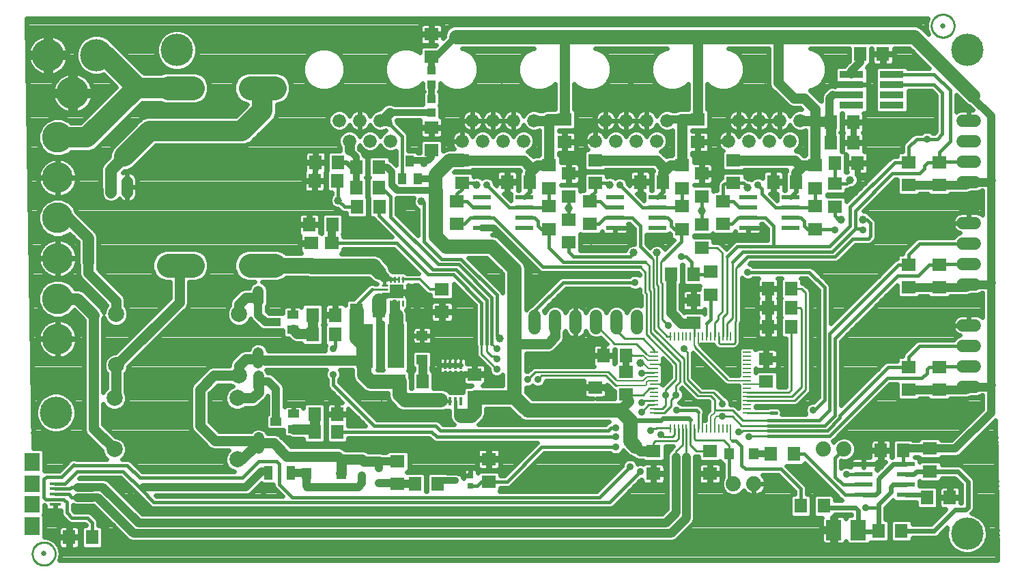
<source format=gtl>
G75*
%MOIN*%
%OFA0B0*%
%FSLAX24Y24*%
%IPPOS*%
%LPD*%
%AMOC8*
5,1,8,0,0,1.08239X$1,22.5*
%
%ADD10C,0.0100*%
%ADD11R,0.0630X0.0710*%
%ADD12R,0.0709X0.0630*%
%ADD13R,0.0630X0.0709*%
%ADD14C,0.0660*%
%ADD15C,0.0520*%
%ADD16C,0.0600*%
%ADD17R,0.0866X0.0236*%
%ADD18R,0.0710X0.0630*%
%ADD19C,0.1500*%
%ADD20C,0.1181*%
%ADD21C,0.1575*%
%ADD22C,0.0787*%
%ADD23R,0.0551X0.0394*%
%ADD24C,0.0550*%
%ADD25R,0.1181X0.0354*%
%ADD26R,0.0870X0.0240*%
%ADD27R,0.0768X0.0984*%
%ADD28R,0.0087X0.0394*%
%ADD29R,0.0394X0.0087*%
%ADD30R,0.0472X0.0551*%
%ADD31R,0.0551X0.0472*%
%ADD32C,0.0110*%
%ADD33R,0.0661X0.0661*%
%ADD34R,0.0354X0.0315*%
%ADD35R,0.0276X0.0276*%
%ADD36R,0.0500X0.0579*%
%ADD37R,0.0394X0.0709*%
%ADD38R,0.0846X0.2165*%
%ADD39R,0.0551X0.0157*%
%ADD40R,0.0748X0.0787*%
%ADD41R,0.0748X0.0866*%
%ADD42R,0.0157X0.0433*%
%ADD43C,0.0250*%
%ADD44C,0.0740*%
%ADD45R,0.0394X0.0551*%
%ADD46R,0.0433X0.0394*%
%ADD47C,0.0240*%
%ADD48C,0.0396*%
%ADD49C,0.0120*%
%ADD50C,0.0700*%
%ADD51C,0.0160*%
%ADD52C,0.0080*%
%ADD53C,0.0320*%
%ADD54C,0.0500*%
%ADD55C,0.0400*%
%ADD56C,0.0760*%
%ADD57C,0.0560*%
%ADD58C,0.0420*%
%ADD59C,0.0360*%
%ADD60C,0.0660*%
%ADD61C,0.1000*%
%ADD62C,0.1581*%
%ADD63C,0.0079*%
D10*
X026432Y014452D02*
X026434Y014499D01*
X026440Y014545D01*
X026450Y014591D01*
X026463Y014636D01*
X026480Y014679D01*
X026501Y014721D01*
X026525Y014761D01*
X026553Y014799D01*
X026584Y014835D01*
X026617Y014867D01*
X026653Y014897D01*
X026691Y014924D01*
X026732Y014947D01*
X026774Y014967D01*
X026818Y014984D01*
X026863Y014996D01*
X026909Y015005D01*
X026956Y015010D01*
X027003Y015011D01*
X027049Y015008D01*
X027096Y015001D01*
X027141Y014990D01*
X027186Y014976D01*
X027229Y014958D01*
X027270Y014936D01*
X027310Y014911D01*
X027347Y014883D01*
X027382Y014851D01*
X027414Y014817D01*
X027443Y014781D01*
X027469Y014742D01*
X027492Y014701D01*
X027511Y014658D01*
X027526Y014614D01*
X027538Y014568D01*
X027546Y014522D01*
X027550Y014475D01*
X027550Y014429D01*
X027546Y014382D01*
X027538Y014336D01*
X027526Y014290D01*
X027511Y014246D01*
X027492Y014203D01*
X027469Y014162D01*
X027443Y014123D01*
X027414Y014087D01*
X027382Y014053D01*
X027347Y014021D01*
X027310Y013993D01*
X027271Y013968D01*
X027229Y013946D01*
X027186Y013928D01*
X027141Y013914D01*
X027096Y013903D01*
X027049Y013896D01*
X027003Y013893D01*
X026956Y013894D01*
X026909Y013899D01*
X026863Y013908D01*
X026818Y013920D01*
X026774Y013937D01*
X026732Y013957D01*
X026691Y013980D01*
X026653Y014007D01*
X026617Y014037D01*
X026584Y014069D01*
X026553Y014105D01*
X026525Y014143D01*
X026501Y014183D01*
X026480Y014225D01*
X026463Y014268D01*
X026450Y014313D01*
X026440Y014359D01*
X026434Y014405D01*
X026432Y014452D01*
X048363Y024217D02*
X049113Y023467D01*
X049113Y023967D02*
X048988Y024092D01*
X048863Y024092D01*
X048613Y024342D01*
X048613Y024717D01*
X048363Y024717D02*
X048363Y024217D01*
X048863Y024717D02*
X049113Y024467D01*
X050613Y022967D02*
X050988Y023342D01*
X054551Y023342D01*
X054926Y022967D01*
X054926Y022655D02*
X054426Y023155D01*
X051301Y023155D01*
X051113Y022967D01*
X054926Y022655D02*
X054988Y022655D01*
X055426Y022220D02*
X055553Y022217D01*
X056238Y022217D01*
X056543Y022523D01*
X056794Y022523D01*
X057363Y022467D02*
X057863Y022967D01*
X057863Y023717D01*
X056426Y025155D01*
X056426Y027155D01*
X056363Y027217D01*
X056363Y028217D01*
X056113Y028467D01*
X056363Y028717D02*
X056551Y028530D01*
X056551Y027342D01*
X056613Y027280D01*
X056613Y025280D01*
X058051Y023842D01*
X058051Y022842D01*
X057863Y022655D01*
X057863Y022217D01*
X057613Y021967D01*
X057613Y021655D01*
X057300Y021341D01*
X056794Y021341D01*
X056794Y021538D02*
X057184Y021538D01*
X057363Y021717D01*
X057363Y022217D01*
X057363Y022467D01*
X058238Y022842D02*
X058238Y023967D01*
X056801Y025405D01*
X056801Y027405D01*
X056738Y027467D01*
X056738Y028842D01*
X056613Y028967D01*
X056926Y029155D02*
X056926Y027592D01*
X056988Y027530D01*
X056988Y025530D01*
X057436Y025082D01*
X057582Y025082D01*
X057488Y025592D02*
X057176Y025905D01*
X057176Y027655D01*
X057113Y027717D01*
X057113Y028717D01*
X057238Y028842D01*
X059113Y029408D02*
X059116Y029405D01*
X059863Y029405D01*
X060113Y029155D01*
X060113Y026280D01*
X059926Y026092D01*
X059926Y025905D01*
X059747Y025726D01*
X059747Y025082D01*
X059944Y025082D02*
X059944Y024762D01*
X059988Y024717D01*
X060676Y024717D01*
X060738Y024780D01*
X060738Y025780D01*
X060801Y025842D01*
X060801Y028405D01*
X060926Y028530D01*
X060613Y028717D02*
X060613Y025967D01*
X060337Y025692D01*
X060337Y025082D01*
X060141Y025082D02*
X060141Y025995D01*
X060363Y026217D01*
X060363Y028967D01*
X063485Y027405D02*
X063988Y027405D01*
X064176Y027217D01*
X064176Y022467D01*
X063640Y021932D01*
X061322Y021932D01*
X061322Y022129D02*
X063524Y022129D01*
X063988Y022592D01*
X063988Y026405D01*
X063926Y026467D01*
X063485Y026467D01*
X063485Y025530D02*
X063485Y022448D01*
X063363Y022326D01*
X061322Y022326D01*
X060113Y021905D02*
X059676Y022342D01*
X059051Y022342D01*
X058426Y022967D01*
X058426Y024280D01*
X058238Y024467D01*
X058801Y024530D02*
X060363Y022967D01*
X059551Y022155D02*
X058926Y022155D01*
X058238Y022842D01*
X056794Y023310D02*
X056206Y023310D01*
X056176Y023280D01*
X056200Y024130D02*
X055422Y024130D01*
X055926Y024717D02*
X054863Y024717D01*
X054113Y025467D01*
X054113Y025623D01*
X053963Y025773D01*
X054963Y025773D02*
X054963Y025367D01*
X055363Y024967D01*
X056238Y024967D01*
X056794Y024411D01*
X056794Y024294D01*
X056426Y024217D02*
X055926Y024717D01*
X058763Y025082D02*
X058763Y025922D01*
X058713Y025721D01*
X059353Y025708D02*
X059353Y025082D01*
X058801Y024592D02*
X058801Y024530D01*
X059551Y022155D02*
X059738Y021967D01*
X059738Y021467D01*
X060613Y021467D01*
X061113Y020967D01*
X062363Y020967D01*
X062363Y020717D02*
X061051Y020717D01*
X060613Y021155D01*
X060113Y021155D01*
X060113Y021780D02*
X060113Y021905D01*
X058960Y021371D02*
X058960Y020554D01*
X058763Y020554D02*
X058763Y020068D01*
X058813Y020017D01*
X060188Y020017D01*
X060467Y019738D01*
X060467Y019318D01*
X059513Y019463D02*
X059509Y019467D01*
X058863Y019467D01*
X058566Y019765D01*
X058566Y020554D01*
X058566Y021015D01*
X058369Y020554D02*
X058369Y019223D01*
X058363Y019217D01*
X057863Y019217D02*
X057863Y019467D01*
X058172Y019776D01*
X058172Y020554D01*
X057975Y020554D02*
X057975Y020080D01*
X057863Y019967D01*
X056863Y019967D01*
X056763Y019867D01*
X056763Y019463D01*
X057238Y020155D02*
X057113Y020280D01*
X057238Y020155D02*
X057676Y020155D01*
X057778Y020258D01*
X057778Y020554D01*
X057582Y020554D02*
X057543Y020592D01*
X056926Y020592D01*
X056887Y020554D01*
X056700Y020554D01*
X056613Y020467D01*
X056176Y021380D02*
X056506Y021735D01*
X056794Y021735D01*
X056794Y021932D02*
X056265Y021932D01*
X056176Y021842D01*
X060926Y020405D02*
X061051Y020405D01*
X061113Y020467D01*
X062363Y020467D01*
X062363Y020217D02*
X061488Y020217D01*
X061426Y020155D01*
X061322Y021341D02*
X062489Y021341D01*
X044453Y026227D02*
X044312Y026369D01*
X044312Y026692D01*
X044115Y026692D01*
X043918Y026692D02*
X043918Y026202D01*
X043953Y026167D01*
X044123Y026167D01*
X044174Y026116D01*
X043883Y026997D02*
X043393Y026997D01*
X043373Y026977D01*
X043633Y026977D02*
X043633Y026997D01*
X043723Y027087D01*
X043903Y027087D01*
X043903Y027017D01*
X043883Y026997D01*
X043633Y026977D02*
X043633Y027174D01*
X044070Y027174D01*
X044113Y027217D01*
X044158Y027217D01*
X044213Y027273D01*
X044312Y027853D02*
X044115Y027853D01*
X043633Y027627D02*
X043633Y027627D01*
X043633Y027568D01*
X043633Y027371D02*
X043017Y027371D01*
X070330Y040239D02*
X070332Y040286D01*
X070338Y040332D01*
X070348Y040378D01*
X070361Y040423D01*
X070378Y040466D01*
X070399Y040508D01*
X070423Y040548D01*
X070451Y040586D01*
X070482Y040622D01*
X070515Y040654D01*
X070551Y040684D01*
X070589Y040711D01*
X070630Y040734D01*
X070672Y040754D01*
X070716Y040771D01*
X070761Y040783D01*
X070807Y040792D01*
X070854Y040797D01*
X070901Y040798D01*
X070947Y040795D01*
X070994Y040788D01*
X071039Y040777D01*
X071084Y040763D01*
X071127Y040745D01*
X071168Y040723D01*
X071208Y040698D01*
X071245Y040670D01*
X071280Y040638D01*
X071312Y040604D01*
X071341Y040568D01*
X071367Y040529D01*
X071390Y040488D01*
X071409Y040445D01*
X071424Y040401D01*
X071436Y040355D01*
X071444Y040309D01*
X071448Y040262D01*
X071448Y040216D01*
X071444Y040169D01*
X071436Y040123D01*
X071424Y040077D01*
X071409Y040033D01*
X071390Y039990D01*
X071367Y039949D01*
X071341Y039910D01*
X071312Y039874D01*
X071280Y039840D01*
X071245Y039808D01*
X071208Y039780D01*
X071169Y039755D01*
X071127Y039733D01*
X071084Y039715D01*
X071039Y039701D01*
X070994Y039690D01*
X070947Y039683D01*
X070901Y039680D01*
X070854Y039681D01*
X070807Y039686D01*
X070761Y039695D01*
X070716Y039707D01*
X070672Y039724D01*
X070630Y039744D01*
X070589Y039767D01*
X070551Y039794D01*
X070515Y039824D01*
X070482Y039856D01*
X070451Y039892D01*
X070423Y039930D01*
X070399Y039970D01*
X070378Y040012D01*
X070361Y040055D01*
X070348Y040100D01*
X070338Y040146D01*
X070332Y040192D01*
X070330Y040239D01*
D11*
X043368Y033318D03*
X042248Y033318D03*
X042248Y032318D03*
X043368Y032318D03*
X043398Y031398D03*
X042279Y031398D03*
X041073Y030523D03*
X039953Y030523D03*
X040103Y026117D03*
X041223Y026117D03*
X041223Y025162D03*
X040103Y025162D03*
X044358Y022867D03*
X045478Y022867D03*
X041323Y021273D03*
X040203Y021273D03*
X040203Y020412D03*
X041323Y020412D03*
X045108Y017867D03*
X046228Y017867D03*
X062498Y019318D03*
X063618Y019318D03*
X063953Y016787D03*
X065073Y016787D03*
X067748Y015568D03*
X068868Y015568D03*
X063485Y025530D03*
X062366Y025530D03*
X062366Y026467D03*
X063485Y026467D03*
X063485Y027405D03*
X062366Y027405D03*
X058728Y028117D03*
X057608Y028117D03*
X029354Y015256D03*
X028234Y015256D03*
D12*
X048013Y022111D03*
X048013Y023213D03*
X053926Y022581D03*
X053926Y021479D03*
X056763Y019463D03*
X056763Y018361D03*
X059513Y018361D03*
X059513Y019463D03*
X062263Y022861D03*
X062263Y023963D03*
X058713Y025721D03*
X058713Y026824D03*
X059113Y031916D03*
X059113Y033019D03*
X058918Y034566D03*
X058918Y035668D03*
X052418Y035668D03*
X052418Y034566D03*
X052613Y033019D03*
X052613Y031916D03*
X046433Y027369D03*
X046433Y026267D03*
X040058Y028517D03*
X040058Y029619D03*
X045918Y038721D03*
X045918Y039824D03*
D13*
X041359Y033568D03*
X040257Y033568D03*
X040211Y032662D03*
X041314Y032662D03*
X049617Y032617D03*
X050719Y032617D03*
X056117Y032617D03*
X057219Y032617D03*
X062617Y032617D03*
X063719Y032617D03*
X065624Y033530D03*
X066727Y033530D03*
X066515Y034523D03*
X065412Y034523D03*
X065412Y035523D03*
X066515Y035523D03*
X066867Y038867D03*
X067969Y038867D03*
X043359Y026318D03*
X042257Y026318D03*
X054319Y024130D03*
X055422Y024130D03*
X067867Y019492D03*
X068969Y019492D03*
X070132Y017193D03*
X071234Y017193D03*
D14*
X030918Y033867D03*
X030918Y037867D03*
X041418Y035617D03*
X042418Y035617D03*
X043418Y035617D03*
X042918Y034617D03*
X041918Y034617D03*
X043918Y034617D03*
X047418Y034617D03*
X048418Y034617D03*
X049418Y034617D03*
X050418Y034617D03*
X049918Y035617D03*
X048918Y035617D03*
X047918Y035617D03*
X050918Y035617D03*
X053918Y034617D03*
X054918Y034617D03*
X055918Y034617D03*
X056918Y034617D03*
X056418Y035617D03*
X055418Y035617D03*
X054418Y035617D03*
X057418Y035617D03*
X060418Y034617D03*
X061418Y034617D03*
X062418Y034617D03*
X063418Y034617D03*
X062918Y035617D03*
X061918Y035617D03*
X060918Y035617D03*
X063918Y035617D03*
D15*
X037463Y027283D02*
X037463Y026763D01*
X037463Y024283D02*
X037463Y023763D01*
X037471Y023127D02*
X037471Y022607D01*
X037471Y020127D02*
X037471Y019607D01*
D16*
X050963Y025473D02*
X050963Y026073D01*
X051963Y026073D02*
X051963Y025473D01*
X052963Y025473D02*
X052963Y026073D01*
X053963Y026073D02*
X053963Y025473D01*
X054963Y025473D02*
X054963Y026073D01*
X055963Y026073D02*
X055963Y025473D01*
X071868Y025617D02*
X072468Y025617D01*
X072468Y024617D02*
X071868Y024617D01*
X071868Y023617D02*
X072468Y023617D01*
X072468Y022617D02*
X071868Y022617D01*
X071868Y027617D02*
X072468Y027617D01*
X072468Y028617D02*
X071868Y028617D01*
X071868Y029617D02*
X072468Y029617D01*
X072468Y030617D02*
X071868Y030617D01*
X071868Y032617D02*
X072468Y032617D01*
X072468Y033617D02*
X071868Y033617D01*
X071868Y034617D02*
X072468Y034617D01*
X072468Y035617D02*
X071868Y035617D01*
D17*
X063442Y031867D03*
X063442Y031367D03*
X063442Y030867D03*
X063442Y030367D03*
X061395Y030367D03*
X061395Y030867D03*
X061395Y031367D03*
X061395Y031867D03*
X056942Y031867D03*
X056942Y031367D03*
X056942Y030867D03*
X056942Y030367D03*
X054895Y030367D03*
X054895Y030867D03*
X054895Y031367D03*
X054895Y031867D03*
X050442Y031867D03*
X050442Y031367D03*
X050442Y030867D03*
X050442Y030367D03*
X048395Y030367D03*
X048395Y030867D03*
X048395Y031367D03*
X048395Y031867D03*
D18*
X047168Y031677D03*
X047418Y032557D03*
X047418Y033677D03*
X045918Y034158D03*
X045918Y035277D03*
X051668Y033427D03*
X053918Y033677D03*
X053918Y032557D03*
X053668Y031677D03*
X051668Y031427D03*
X051668Y032307D03*
X052613Y030777D03*
X051668Y030307D03*
X052613Y029658D03*
X053668Y030557D03*
X058168Y030307D03*
X059113Y030527D03*
X060168Y030557D03*
X058168Y031427D03*
X058168Y032307D03*
X060168Y031677D03*
X060668Y032557D03*
X060668Y033677D03*
X058168Y033427D03*
X064668Y033427D03*
X065613Y032527D03*
X064668Y032307D03*
X064668Y031427D03*
X065613Y031408D03*
X064668Y030307D03*
X069213Y028582D03*
X069213Y027463D03*
X070713Y027463D03*
X070713Y028582D03*
X070713Y032463D03*
X069213Y032463D03*
X069213Y033582D03*
X070713Y033582D03*
X059113Y029408D03*
X059563Y028222D03*
X059563Y027102D03*
X055426Y023340D03*
X055426Y022220D03*
X048713Y019082D03*
X048713Y017963D03*
X044263Y017852D03*
X044263Y018972D03*
X041043Y028508D03*
X041043Y029627D03*
X047168Y030557D03*
X069213Y023582D03*
X069213Y022463D03*
X070713Y022463D03*
X070713Y023582D03*
X070263Y019597D03*
X070263Y018477D03*
D19*
X027668Y024946D03*
X027668Y026914D03*
X027668Y028883D03*
X027668Y030851D03*
X027668Y032820D03*
X027668Y034788D03*
D20*
X033078Y037198D02*
X034259Y037198D01*
X037078Y037198D02*
X038259Y037198D01*
X038259Y028536D02*
X037078Y028536D01*
X034259Y028536D02*
X033078Y028536D01*
D21*
X028400Y036963D03*
X029562Y038814D03*
X027200Y038814D03*
D22*
X030521Y026154D03*
X030521Y023654D03*
X030440Y022054D03*
X030440Y019554D03*
X036440Y019054D03*
X036440Y022054D03*
X036521Y023154D03*
X036521Y026154D03*
D23*
X038280Y025773D03*
X039147Y026147D03*
X039147Y025399D03*
X039196Y021286D03*
X038330Y020912D03*
X039196Y020538D03*
D24*
X031068Y032092D02*
X031068Y032642D01*
X030268Y032642D02*
X030268Y032092D01*
D25*
X066434Y036367D03*
X066434Y036867D03*
X066434Y037367D03*
X066434Y037867D03*
X068402Y037867D03*
X068402Y037367D03*
X068402Y036867D03*
X068402Y036367D03*
D26*
X069088Y018818D03*
X069088Y018318D03*
X069088Y017818D03*
X069088Y017318D03*
X067028Y017318D03*
X067028Y017818D03*
X067028Y018318D03*
X067028Y018818D03*
D27*
X066769Y015617D03*
X065568Y015617D03*
D28*
X060534Y020554D03*
X060337Y020554D03*
X060141Y020554D03*
X059944Y020554D03*
X059747Y020554D03*
X059550Y020554D03*
X059353Y020554D03*
X059156Y020554D03*
X058960Y020554D03*
X058763Y020554D03*
X058566Y020554D03*
X058369Y020554D03*
X058172Y020554D03*
X057975Y020554D03*
X057778Y020554D03*
X057582Y020554D03*
X057582Y025082D03*
X057778Y025082D03*
X057975Y025082D03*
X058172Y025082D03*
X058369Y025082D03*
X058566Y025082D03*
X058763Y025082D03*
X058960Y025082D03*
X059156Y025082D03*
X059353Y025082D03*
X059550Y025082D03*
X059747Y025082D03*
X059944Y025082D03*
X060141Y025082D03*
X060337Y025082D03*
X060534Y025082D03*
D29*
X061322Y024294D03*
X061322Y024097D03*
X061322Y023900D03*
X061322Y023704D03*
X061322Y023507D03*
X061322Y023310D03*
X061322Y023113D03*
X061322Y022916D03*
X061322Y022719D03*
X061322Y022523D03*
X061322Y022326D03*
X061322Y022129D03*
X061322Y021932D03*
X061322Y021735D03*
X061322Y021538D03*
X061322Y021341D03*
X056794Y021341D03*
X056794Y021538D03*
X056794Y021735D03*
X056794Y021932D03*
X056794Y022129D03*
X056794Y022326D03*
X056794Y022523D03*
X056794Y022719D03*
X056794Y022916D03*
X056794Y023113D03*
X056794Y023310D03*
X056794Y023507D03*
X056794Y023704D03*
X056794Y023900D03*
X056794Y024097D03*
X056794Y024294D03*
D30*
X060467Y019318D03*
X061649Y019318D03*
D31*
X045463Y023932D03*
X045463Y025113D03*
D32*
X044509Y026580D02*
X044509Y026804D01*
X044312Y026804D02*
X044312Y026580D01*
X044115Y026580D02*
X044115Y026804D01*
X043918Y026804D02*
X043918Y026580D01*
X043745Y026977D02*
X043521Y026977D01*
X043521Y027174D02*
X043745Y027174D01*
X043745Y027371D02*
X043521Y027371D01*
X043521Y027568D02*
X043745Y027568D01*
X043918Y027741D02*
X043918Y027965D01*
X044115Y027965D02*
X044115Y027741D01*
X044312Y027741D02*
X044312Y027965D01*
X044509Y027965D02*
X044509Y027741D01*
X044682Y027568D02*
X044906Y027568D01*
X044906Y027371D02*
X044682Y027371D01*
X044682Y027174D02*
X044906Y027174D01*
X044906Y026977D02*
X044682Y026977D01*
D33*
X044213Y027273D03*
D34*
X043357Y018647D03*
X042530Y018273D03*
X043357Y017899D03*
D35*
X047099Y018023D03*
X047828Y018278D03*
X047828Y017767D03*
D36*
X041515Y018367D03*
X039822Y018367D03*
D37*
X039064Y018412D03*
X037961Y018412D03*
D38*
X042662Y024617D03*
X044174Y024617D03*
D39*
X027540Y017879D03*
X027540Y017623D03*
X027540Y017367D03*
X027540Y017111D03*
X027540Y016855D03*
D40*
X026418Y016875D03*
X026418Y017859D03*
D41*
X026418Y018942D03*
X026418Y015792D03*
D42*
X046580Y021887D03*
X046836Y021887D03*
X047091Y021887D03*
X047347Y021887D03*
X047347Y023658D03*
X047091Y023658D03*
X046836Y023658D03*
X046580Y023658D03*
D43*
X026991Y014452D03*
X070889Y040239D03*
D44*
X066058Y019568D03*
X065058Y019568D03*
X061668Y017867D03*
X060668Y017867D03*
D45*
X045237Y032784D03*
X044489Y032784D03*
X044863Y033650D03*
D46*
X045918Y036008D03*
X045918Y036677D03*
X045918Y037383D03*
X045918Y038052D03*
D47*
X027820Y014452D02*
X027751Y014127D01*
X073562Y014127D01*
X073460Y020971D01*
X071731Y019241D01*
X071576Y019177D01*
X070824Y019177D01*
X070709Y019062D01*
X069817Y019062D01*
X069702Y019177D01*
X069504Y019177D01*
X069504Y019158D01*
X069614Y019158D01*
X069743Y019029D01*
X069743Y018939D01*
X069817Y019012D01*
X070709Y019012D01*
X070838Y018884D01*
X070838Y018817D01*
X071671Y018817D01*
X071796Y018766D01*
X072306Y018256D01*
X072401Y018160D01*
X072453Y018035D01*
X072453Y016650D01*
X072401Y016525D01*
X072298Y016421D01*
X072460Y016378D01*
X072690Y016245D01*
X072878Y016056D01*
X073011Y015826D01*
X073080Y015569D01*
X073080Y015303D01*
X073011Y015046D01*
X072878Y014815D01*
X072690Y014627D01*
X072460Y014494D01*
X072203Y014425D01*
X071937Y014425D01*
X071680Y014494D01*
X071449Y014627D01*
X071261Y014815D01*
X071128Y015046D01*
X071059Y015303D01*
X071059Y015569D01*
X071101Y015724D01*
X070752Y015375D01*
X070656Y015280D01*
X070531Y015228D01*
X069403Y015228D01*
X069403Y015122D01*
X069274Y014993D01*
X068462Y014993D01*
X068333Y015122D01*
X068333Y016014D01*
X068462Y016143D01*
X069274Y016143D01*
X069403Y016014D01*
X069403Y015908D01*
X070323Y015908D01*
X071033Y016618D01*
X070890Y016618D01*
X070834Y016633D01*
X070784Y016662D01*
X070743Y016703D01*
X070714Y016754D01*
X070699Y016810D01*
X070699Y017155D01*
X071197Y017155D01*
X071197Y017230D01*
X070699Y017230D01*
X070699Y017576D01*
X070714Y017632D01*
X070743Y017682D01*
X070784Y017723D01*
X070834Y017752D01*
X070890Y017767D01*
X071197Y017767D01*
X071197Y017230D01*
X071272Y017230D01*
X071769Y017230D01*
X071769Y017576D01*
X071754Y017632D01*
X071725Y017682D01*
X071684Y017723D01*
X071634Y017752D01*
X071578Y017767D01*
X071272Y017767D01*
X071272Y017230D01*
X071272Y017155D01*
X071769Y017155D01*
X071769Y016932D01*
X071773Y016932D01*
X071773Y017827D01*
X071462Y018137D01*
X070838Y018137D01*
X070838Y018071D01*
X070709Y017942D01*
X069817Y017942D01*
X069743Y018016D01*
X069743Y017767D01*
X070538Y017767D01*
X070667Y017638D01*
X070667Y016747D01*
X070538Y016618D01*
X069726Y016618D01*
X069597Y016747D01*
X069597Y016978D01*
X068562Y016978D01*
X068458Y017082D01*
X068088Y016712D01*
X068088Y016143D01*
X068154Y016143D01*
X068283Y016014D01*
X068283Y015122D01*
X068154Y014993D01*
X067342Y014993D01*
X067337Y014998D01*
X067244Y014905D01*
X066294Y014905D01*
X066165Y015034D01*
X066165Y015070D01*
X066157Y015040D01*
X066128Y014990D01*
X066087Y014949D01*
X066037Y014920D01*
X065981Y014905D01*
X065640Y014905D01*
X065640Y015545D01*
X065496Y015545D01*
X065496Y014905D01*
X065155Y014905D01*
X065099Y014920D01*
X065049Y014949D01*
X065008Y014990D01*
X064979Y015040D01*
X064964Y015096D01*
X064964Y015545D01*
X065496Y015545D01*
X065496Y015689D01*
X065496Y016230D01*
X065607Y016341D01*
X065607Y016377D01*
X066429Y016377D01*
X066429Y016329D01*
X066294Y016329D01*
X066165Y016200D01*
X066165Y016164D01*
X066157Y016194D01*
X066128Y016244D01*
X066087Y016285D01*
X066037Y016314D01*
X065981Y016329D01*
X065640Y016329D01*
X065640Y015689D01*
X065496Y015689D01*
X064964Y015689D01*
X064964Y016138D01*
X064979Y016194D01*
X064990Y016212D01*
X064666Y016212D01*
X064538Y016341D01*
X064538Y017233D01*
X064666Y017362D01*
X065479Y017362D01*
X065607Y017233D01*
X065607Y017057D01*
X065958Y017057D01*
X065943Y017063D01*
X065859Y017148D01*
X065859Y017148D01*
X064144Y018863D01*
X064024Y018743D01*
X063262Y018743D01*
X064123Y017882D01*
X064207Y017798D01*
X064253Y017687D01*
X064253Y017362D01*
X064359Y017362D01*
X064488Y017233D01*
X064488Y016341D01*
X064359Y016212D01*
X063547Y016212D01*
X063418Y016341D01*
X063418Y017233D01*
X063547Y017362D01*
X063653Y017362D01*
X063653Y017503D01*
X062864Y018292D01*
X062077Y018292D01*
X062118Y018251D01*
X062173Y018176D01*
X062215Y018093D01*
X062244Y018005D01*
X062258Y017913D01*
X062258Y017867D01*
X061668Y017867D01*
X061668Y017867D01*
X061668Y017277D01*
X061622Y017277D01*
X061530Y017292D01*
X061442Y017320D01*
X061359Y017362D01*
X061284Y017417D01*
X061218Y017483D01*
X061173Y017545D01*
X061168Y017533D01*
X061002Y017367D01*
X060786Y017277D01*
X060551Y017277D01*
X060334Y017367D01*
X060168Y017533D01*
X060078Y017750D01*
X060078Y017984D01*
X060072Y017961D01*
X060043Y017911D01*
X060002Y017870D01*
X059952Y017841D01*
X059896Y017826D01*
X059550Y017826D01*
X059550Y018324D01*
X059550Y018399D01*
X059475Y018399D01*
X059475Y018896D01*
X059129Y018896D01*
X059073Y018881D01*
X059023Y018852D01*
X058982Y018811D01*
X058953Y018761D01*
X058938Y018705D01*
X058938Y018399D01*
X059475Y018399D01*
X059475Y018324D01*
X058938Y018324D01*
X058938Y018017D01*
X058953Y017961D01*
X058982Y017911D01*
X059023Y017870D01*
X059073Y017841D01*
X059129Y017826D01*
X059475Y017826D01*
X059475Y018324D01*
X059550Y018324D01*
X060087Y018324D01*
X060087Y018017D01*
X060078Y017985D01*
X060167Y018200D01*
X060167Y018822D01*
X060140Y018822D01*
X060011Y018951D01*
X060011Y018982D01*
X059958Y018929D01*
X059067Y018929D01*
X058938Y019057D01*
X058938Y019197D01*
X058809Y019197D01*
X058793Y019204D01*
X058793Y016132D01*
X058728Y015974D01*
X058607Y015853D01*
X057857Y015103D01*
X057699Y015037D01*
X031278Y015037D01*
X031119Y015103D01*
X030999Y015224D01*
X029435Y016787D01*
X028528Y016787D01*
X028413Y016835D01*
X028413Y016592D01*
X028487Y016517D01*
X029173Y016517D01*
X029283Y016472D01*
X029617Y016137D01*
X029663Y016027D01*
X029663Y015831D01*
X029760Y015831D01*
X029889Y015702D01*
X029889Y014810D01*
X029760Y014681D01*
X028948Y014681D01*
X028819Y014810D01*
X028819Y015702D01*
X028948Y015831D01*
X029063Y015831D01*
X029063Y015843D01*
X028989Y015917D01*
X028303Y015917D01*
X028193Y015963D01*
X028109Y016047D01*
X027859Y016297D01*
X027813Y016408D01*
X027813Y016556D01*
X027540Y016556D01*
X027540Y016811D01*
X027540Y016811D01*
X027540Y016556D01*
X027236Y016556D01*
X027180Y016571D01*
X027130Y016600D01*
X027089Y016641D01*
X027060Y016692D01*
X027045Y016747D01*
X027045Y016811D01*
X027035Y016811D01*
X027012Y016820D01*
X027012Y016390D01*
X026975Y016353D01*
X027012Y016316D01*
X027012Y015268D01*
X027009Y015265D01*
X027247Y015240D01*
X027247Y015240D01*
X027546Y015068D01*
X027546Y015068D01*
X027546Y015068D01*
X027706Y014847D01*
X027699Y014872D01*
X027699Y015218D01*
X028197Y015218D01*
X028272Y015218D01*
X028272Y014681D01*
X028578Y014681D01*
X028634Y014696D01*
X028684Y014725D01*
X028725Y014766D01*
X028754Y014816D01*
X028769Y014872D01*
X028769Y015218D01*
X028272Y015218D01*
X028272Y015293D01*
X028769Y015293D01*
X028769Y015640D01*
X028754Y015696D01*
X028725Y015746D01*
X028684Y015787D01*
X028634Y015816D01*
X028578Y015831D01*
X028272Y015831D01*
X028272Y015293D01*
X028197Y015293D01*
X028197Y015218D01*
X028197Y014681D01*
X027890Y014681D01*
X027834Y014696D01*
X027784Y014725D01*
X027756Y014753D01*
X027820Y014452D01*
X027814Y014421D02*
X073558Y014421D01*
X073561Y014183D02*
X027763Y014183D01*
X027776Y014660D02*
X071417Y014660D01*
X071213Y014898D02*
X029889Y014898D01*
X029889Y015137D02*
X031085Y015137D01*
X030847Y015375D02*
X029889Y015375D01*
X029889Y015614D02*
X030608Y015614D01*
X030370Y015852D02*
X029663Y015852D01*
X029637Y016091D02*
X030131Y016091D01*
X029893Y016329D02*
X029425Y016329D01*
X029654Y016568D02*
X028437Y016568D01*
X028413Y016806D02*
X028482Y016806D01*
X027846Y016329D02*
X026999Y016329D01*
X027012Y016091D02*
X028065Y016091D01*
X028197Y015831D02*
X027890Y015831D01*
X027834Y015816D01*
X027784Y015787D01*
X027743Y015746D01*
X027714Y015696D01*
X027699Y015640D01*
X027699Y015293D01*
X028197Y015293D01*
X028197Y015831D01*
X028197Y015614D02*
X028272Y015614D01*
X028272Y015375D02*
X028197Y015375D01*
X028197Y015137D02*
X028272Y015137D01*
X028272Y014898D02*
X028197Y014898D01*
X027699Y014898D02*
X027669Y014898D01*
X027699Y015137D02*
X027426Y015137D01*
X027699Y015375D02*
X027012Y015375D01*
X027012Y015614D02*
X027699Y015614D01*
X027012Y015852D02*
X029054Y015852D01*
X028819Y015614D02*
X028769Y015614D01*
X028769Y015375D02*
X028819Y015375D01*
X028819Y015137D02*
X028769Y015137D01*
X028769Y014898D02*
X028819Y014898D01*
X031791Y016397D02*
X030107Y018082D01*
X029949Y018147D01*
X029778Y018147D01*
X029753Y018137D01*
X029473Y018137D01*
X029449Y018147D01*
X028717Y018147D01*
X028737Y018167D01*
X030739Y018167D01*
X031484Y017422D01*
X032109Y016797D01*
X032193Y016713D01*
X032303Y016667D01*
X054673Y016667D01*
X054783Y016713D01*
X056137Y018067D01*
X056188Y018067D01*
X056188Y018017D01*
X056203Y017961D01*
X056232Y017911D01*
X056273Y017870D01*
X056323Y017841D01*
X056379Y017826D01*
X056725Y017826D01*
X056725Y018324D01*
X056800Y018324D01*
X056800Y018399D01*
X056725Y018399D01*
X056725Y018896D01*
X056379Y018896D01*
X056323Y018881D01*
X056273Y018852D01*
X056260Y018839D01*
X056193Y018867D01*
X056034Y018867D01*
X055991Y018850D01*
X055952Y018944D01*
X055840Y019057D01*
X055693Y019117D01*
X055534Y019117D01*
X055386Y019057D01*
X055274Y018944D01*
X055213Y018797D01*
X055213Y018742D01*
X053989Y017517D01*
X049249Y017517D01*
X049288Y017557D01*
X049288Y017667D01*
X049673Y017667D01*
X049783Y017713D01*
X049867Y017797D01*
X051425Y019355D01*
X054660Y019355D01*
X054699Y019316D01*
X054846Y019255D01*
X055005Y019255D01*
X055152Y019316D01*
X055265Y019428D01*
X055289Y019486D01*
X055540Y019234D01*
X055750Y019147D01*
X055768Y019147D01*
X055851Y019065D01*
X056024Y018993D01*
X056252Y018993D01*
X056317Y018929D01*
X057208Y018929D01*
X057337Y019057D01*
X057337Y019697D01*
X057711Y019697D01*
X057710Y019696D01*
X057634Y019620D01*
X057617Y019580D01*
X057499Y019461D01*
X057433Y019303D01*
X057433Y016646D01*
X057185Y016397D01*
X031791Y016397D01*
X031621Y016568D02*
X057355Y016568D01*
X057433Y016806D02*
X054876Y016806D01*
X055115Y017045D02*
X057433Y017045D01*
X057433Y017283D02*
X055353Y017283D01*
X055592Y017522D02*
X057433Y017522D01*
X057433Y017760D02*
X055830Y017760D01*
X056069Y017999D02*
X056193Y017999D01*
X056725Y017999D02*
X056800Y017999D01*
X056800Y017826D02*
X057146Y017826D01*
X057202Y017841D01*
X057252Y017870D01*
X057293Y017911D01*
X057322Y017961D01*
X057337Y018017D01*
X057337Y018324D01*
X056800Y018324D01*
X056800Y017826D01*
X056800Y018237D02*
X056725Y018237D01*
X056800Y018399D02*
X057337Y018399D01*
X057337Y018705D01*
X057322Y018761D01*
X057293Y018811D01*
X057252Y018852D01*
X057202Y018881D01*
X057146Y018896D01*
X056800Y018896D01*
X056800Y018399D01*
X056800Y018476D02*
X056725Y018476D01*
X056725Y018714D02*
X056800Y018714D01*
X057233Y018953D02*
X057433Y018953D01*
X057433Y019191D02*
X057337Y019191D01*
X057337Y019430D02*
X057486Y019430D01*
X057337Y019668D02*
X057682Y019668D01*
X058793Y019191D02*
X058938Y019191D01*
X059043Y018953D02*
X058793Y018953D01*
X058793Y018714D02*
X058941Y018714D01*
X058938Y018476D02*
X058793Y018476D01*
X058793Y018237D02*
X058938Y018237D01*
X058943Y017999D02*
X058793Y017999D01*
X058793Y017760D02*
X060078Y017760D01*
X060082Y017999D02*
X060084Y017999D01*
X060087Y018237D02*
X060167Y018237D01*
X060087Y018399D02*
X060087Y018705D01*
X060072Y018761D01*
X060043Y018811D01*
X060002Y018852D01*
X059952Y018881D01*
X059896Y018896D01*
X059550Y018896D01*
X059550Y018399D01*
X060087Y018399D01*
X060087Y018476D02*
X060167Y018476D01*
X060167Y018714D02*
X060084Y018714D01*
X060011Y018953D02*
X059983Y018953D01*
X059550Y018714D02*
X059475Y018714D01*
X059475Y018476D02*
X059550Y018476D01*
X059550Y018237D02*
X059475Y018237D01*
X059475Y017999D02*
X059550Y017999D01*
X060179Y017522D02*
X058793Y017522D01*
X058793Y017283D02*
X060535Y017283D01*
X060801Y017283D02*
X061581Y017283D01*
X061668Y017283D02*
X061668Y017283D01*
X061668Y017277D02*
X061715Y017277D01*
X061806Y017292D01*
X061895Y017320D01*
X061977Y017362D01*
X062053Y017417D01*
X062118Y017483D01*
X062173Y017558D01*
X062215Y017641D01*
X062244Y017729D01*
X062258Y017821D01*
X062258Y017867D01*
X061668Y017867D01*
X061668Y017277D01*
X061755Y017283D02*
X063468Y017283D01*
X063418Y017045D02*
X058793Y017045D01*
X058793Y016806D02*
X063418Y016806D01*
X063418Y016568D02*
X058793Y016568D01*
X058793Y016329D02*
X063430Y016329D01*
X064476Y016329D02*
X064549Y016329D01*
X064538Y016568D02*
X064488Y016568D01*
X064488Y016806D02*
X064538Y016806D01*
X064538Y017045D02*
X064488Y017045D01*
X064438Y017283D02*
X064588Y017283D01*
X064253Y017522D02*
X065485Y017522D01*
X065557Y017283D02*
X065723Y017283D01*
X065224Y016717D02*
X066613Y016717D01*
X066769Y016562D01*
X066769Y015617D01*
X066848Y015537D01*
X067718Y015537D01*
X067748Y015568D01*
X067748Y016717D01*
X067748Y016852D01*
X068363Y017467D01*
X068363Y017717D01*
X068463Y017818D01*
X069088Y017818D01*
X069088Y018318D02*
X069463Y018318D01*
X069613Y018467D01*
X070253Y018467D01*
X070263Y018477D01*
X071603Y018477D01*
X072113Y017967D01*
X072113Y016717D01*
X071988Y016592D01*
X071488Y016592D01*
X070463Y015568D01*
X068868Y015568D01*
X068333Y015614D02*
X068283Y015614D01*
X068283Y015852D02*
X068333Y015852D01*
X068410Y016091D02*
X068206Y016091D01*
X068088Y016329D02*
X070744Y016329D01*
X070506Y016091D02*
X069326Y016091D01*
X069597Y016806D02*
X068183Y016806D01*
X068088Y016568D02*
X070983Y016568D01*
X070700Y016806D02*
X070667Y016806D01*
X070667Y017045D02*
X070699Y017045D01*
X070699Y017283D02*
X070667Y017283D01*
X070667Y017522D02*
X070699Y017522D01*
X070545Y017760D02*
X070865Y017760D01*
X070765Y017999D02*
X071601Y017999D01*
X071603Y017760D02*
X071773Y017760D01*
X071769Y017522D02*
X071773Y017522D01*
X071769Y017283D02*
X071773Y017283D01*
X071769Y017045D02*
X071773Y017045D01*
X071272Y017283D02*
X071197Y017283D01*
X071197Y017522D02*
X071272Y017522D01*
X071272Y017760D02*
X071197Y017760D01*
X072085Y018476D02*
X073497Y018476D01*
X073494Y018714D02*
X071847Y018714D01*
X071611Y019191D02*
X073487Y019191D01*
X073490Y018953D02*
X070768Y018953D01*
X069757Y018953D02*
X069743Y018953D01*
X069088Y018818D02*
X068463Y018818D01*
X067738Y018092D01*
X067738Y017467D01*
X067588Y017318D01*
X067028Y017318D01*
X068421Y017045D02*
X068495Y017045D01*
X069088Y017318D02*
X070007Y017318D01*
X070132Y017193D01*
X069760Y017999D02*
X069743Y017999D01*
X068083Y018918D02*
X067683Y018518D01*
X067683Y018529D01*
X067643Y018569D01*
X067668Y018613D01*
X067683Y018669D01*
X067683Y018818D01*
X067683Y018918D01*
X067830Y018918D01*
X067830Y019455D01*
X067332Y019455D01*
X067332Y019158D01*
X067028Y019158D01*
X067028Y018818D01*
X067028Y018818D01*
X067028Y019158D01*
X066564Y019158D01*
X066508Y019143D01*
X066458Y019114D01*
X066417Y019073D01*
X066388Y019023D01*
X066373Y018967D01*
X066373Y018818D01*
X067028Y018818D01*
X067683Y018818D01*
X067028Y018818D01*
X067028Y018818D01*
X067028Y018818D01*
X066373Y018818D01*
X066373Y018694D01*
X066255Y018742D01*
X066096Y018742D01*
X065949Y018682D01*
X065913Y018646D01*
X065913Y018989D01*
X065941Y018978D01*
X066175Y018978D01*
X066392Y019068D01*
X066558Y019234D01*
X066648Y019450D01*
X066648Y019685D01*
X066558Y019902D01*
X066392Y020068D01*
X066175Y020158D01*
X065941Y020158D01*
X065724Y020068D01*
X065558Y019902D01*
X065508Y019953D01*
X065533Y019963D01*
X065617Y020047D01*
X068300Y022730D01*
X068639Y022730D01*
X068639Y022057D01*
X068767Y021928D01*
X069660Y021928D01*
X069764Y022033D01*
X070162Y022033D01*
X070267Y021928D01*
X071160Y021928D01*
X071264Y022033D01*
X072099Y022033D01*
X072255Y022097D01*
X072572Y022097D01*
X072763Y022176D01*
X072774Y022187D01*
X072818Y022187D01*
X072818Y021516D01*
X071319Y020017D01*
X070824Y020017D01*
X070709Y020132D01*
X069817Y020132D01*
X069702Y020017D01*
X069425Y020017D01*
X069375Y020066D01*
X068563Y020066D01*
X068434Y019937D01*
X068434Y019158D01*
X068402Y019158D01*
X068402Y019455D01*
X067904Y019455D01*
X067904Y018918D01*
X068083Y018918D01*
X067904Y018953D02*
X067830Y018953D01*
X067830Y019191D02*
X067904Y019191D01*
X067904Y019430D02*
X067830Y019430D01*
X067830Y019455D02*
X067904Y019455D01*
X067904Y019529D01*
X067830Y019529D01*
X067830Y019455D01*
X067830Y019529D02*
X067332Y019529D01*
X067332Y019875D01*
X067347Y019931D01*
X067376Y019981D01*
X067417Y020022D01*
X067467Y020051D01*
X067523Y020066D01*
X067830Y020066D01*
X067830Y019529D01*
X067904Y019529D02*
X067904Y020066D01*
X068211Y020066D01*
X068267Y020051D01*
X068317Y020022D01*
X068358Y019981D01*
X068387Y019931D01*
X068402Y019875D01*
X068402Y019529D01*
X067904Y019529D01*
X067904Y019668D02*
X067830Y019668D01*
X067830Y019907D02*
X067904Y019907D01*
X068393Y019907D02*
X068434Y019907D01*
X068434Y019668D02*
X068402Y019668D01*
X068402Y019430D02*
X068434Y019430D01*
X068434Y019191D02*
X068402Y019191D01*
X067879Y018714D02*
X067683Y018714D01*
X067332Y019191D02*
X066516Y019191D01*
X066639Y019430D02*
X067332Y019430D01*
X067332Y019668D02*
X066648Y019668D01*
X066553Y019907D02*
X067341Y019907D01*
X066205Y020145D02*
X071447Y020145D01*
X071686Y020384D02*
X065954Y020384D01*
X065911Y020145D02*
X065715Y020145D01*
X065563Y019907D02*
X065553Y019907D01*
X066192Y020622D02*
X071924Y020622D01*
X072163Y020861D02*
X066431Y020861D01*
X066669Y021099D02*
X072401Y021099D01*
X072640Y021338D02*
X066908Y021338D01*
X067146Y021576D02*
X072818Y021576D01*
X072818Y021815D02*
X067385Y021815D01*
X067623Y022053D02*
X068642Y022053D01*
X068639Y022292D02*
X067862Y022292D01*
X068100Y022530D02*
X068639Y022530D01*
X067229Y023007D02*
X065913Y023007D01*
X065913Y022769D02*
X066990Y022769D01*
X066752Y022530D02*
X065913Y022530D01*
X065913Y022292D02*
X066513Y022292D01*
X066275Y022053D02*
X065913Y022053D01*
X065913Y021815D02*
X066036Y021815D01*
X065913Y021692D02*
X065913Y024843D01*
X068639Y027569D01*
X068639Y027057D01*
X068767Y026928D01*
X069660Y026928D01*
X069764Y027033D01*
X070162Y027033D01*
X070267Y026928D01*
X071160Y026928D01*
X071264Y027033D01*
X072099Y027033D01*
X072255Y027097D01*
X072572Y027097D01*
X072763Y027176D01*
X072774Y027187D01*
X072818Y027187D01*
X072818Y026003D01*
X072807Y026014D01*
X072741Y026062D01*
X072668Y026099D01*
X072590Y026124D01*
X072509Y026137D01*
X072168Y026137D01*
X071827Y026137D01*
X071746Y026124D01*
X071669Y026099D01*
X071596Y026062D01*
X071529Y026014D01*
X071472Y025956D01*
X071423Y025890D01*
X071386Y025817D01*
X071361Y025739D01*
X071348Y025658D01*
X071348Y025617D01*
X071348Y025576D01*
X071361Y025495D01*
X071386Y025417D01*
X071423Y025344D01*
X071472Y025278D01*
X071529Y025220D01*
X071596Y025172D01*
X071669Y025135D01*
X071720Y025118D01*
X071574Y025058D01*
X071433Y024917D01*
X069703Y024917D01*
X069593Y024871D01*
X069044Y024322D01*
X068959Y024238D01*
X068913Y024127D01*
X068913Y024117D01*
X068767Y024117D01*
X068639Y023988D01*
X068639Y023882D01*
X068168Y023882D01*
X068058Y023837D01*
X065913Y021692D01*
X064813Y022092D02*
X064589Y021867D01*
X064471Y021867D01*
X064324Y021807D01*
X064211Y021694D01*
X064151Y021547D01*
X064151Y021388D01*
X064200Y021267D01*
X063033Y021267D01*
X063039Y021282D01*
X063039Y021401D01*
X062993Y021511D01*
X062909Y021596D01*
X062799Y021641D01*
X062429Y021641D01*
X062357Y021611D01*
X061739Y021611D01*
X061739Y021662D01*
X063694Y021662D01*
X063793Y021703D01*
X064404Y022314D01*
X064446Y022414D01*
X064446Y027271D01*
X064404Y027370D01*
X064141Y027634D01*
X064042Y027675D01*
X064020Y027675D01*
X064020Y027851D01*
X063954Y027917D01*
X064239Y027917D01*
X064813Y027343D01*
X064813Y022092D01*
X064775Y022053D02*
X064143Y022053D01*
X064344Y021815D02*
X063905Y021815D01*
X064163Y021576D02*
X062928Y021576D01*
X063039Y021338D02*
X064171Y021338D01*
X064382Y022292D02*
X064813Y022292D01*
X064813Y022530D02*
X064446Y022530D01*
X064446Y022769D02*
X064813Y022769D01*
X064813Y023007D02*
X064446Y023007D01*
X064446Y023246D02*
X064813Y023246D01*
X064813Y023484D02*
X064446Y023484D01*
X064446Y023723D02*
X064813Y023723D01*
X064813Y023961D02*
X064446Y023961D01*
X064446Y024200D02*
X064813Y024200D01*
X064813Y024438D02*
X064446Y024438D01*
X064446Y024677D02*
X064813Y024677D01*
X064813Y024915D02*
X064446Y024915D01*
X064446Y025154D02*
X064813Y025154D01*
X064813Y025392D02*
X064446Y025392D01*
X064446Y025631D02*
X064813Y025631D01*
X064813Y025869D02*
X064446Y025869D01*
X064446Y026108D02*
X064813Y026108D01*
X064813Y026346D02*
X064446Y026346D01*
X064446Y026585D02*
X064813Y026585D01*
X064813Y026823D02*
X064446Y026823D01*
X064446Y027062D02*
X064813Y027062D01*
X064813Y027300D02*
X064433Y027300D01*
X064617Y027539D02*
X064236Y027539D01*
X064379Y027777D02*
X064020Y027777D01*
X064617Y028387D02*
X065283Y027722D01*
X065367Y027637D01*
X065413Y027527D01*
X065413Y025692D01*
X068558Y028837D01*
X068639Y028870D01*
X068639Y028988D01*
X068767Y029117D01*
X068913Y029117D01*
X068913Y029127D01*
X068959Y029238D01*
X069044Y029322D01*
X069593Y029871D01*
X069703Y029917D01*
X071433Y029917D01*
X071574Y030058D01*
X071720Y030118D01*
X071669Y030135D01*
X071596Y030172D01*
X071529Y030220D01*
X071472Y030278D01*
X071423Y030344D01*
X071386Y030417D01*
X071361Y030495D01*
X071348Y030576D01*
X071348Y030617D01*
X072168Y030617D01*
X072168Y030617D01*
X071348Y030617D01*
X071348Y030658D01*
X071361Y030739D01*
X071386Y030817D01*
X071423Y030890D01*
X071472Y030956D01*
X071529Y031014D01*
X071596Y031062D01*
X071669Y031099D01*
X071746Y031124D01*
X071827Y031137D01*
X072168Y031137D01*
X072168Y030617D01*
X072168Y030617D01*
X072168Y031137D01*
X072509Y031137D01*
X072590Y031124D01*
X072668Y031099D01*
X072741Y031062D01*
X072807Y031014D01*
X072818Y031003D01*
X072818Y032187D01*
X072774Y032187D01*
X072763Y032176D01*
X072572Y032097D01*
X072255Y032097D01*
X072099Y032033D01*
X071264Y032033D01*
X071160Y031928D01*
X070267Y031928D01*
X070162Y032033D01*
X069764Y032033D01*
X069660Y031928D01*
X068767Y031928D01*
X068639Y032057D01*
X068639Y032730D01*
X068550Y032730D01*
X067018Y031198D01*
X067071Y031198D01*
X067225Y031134D01*
X067311Y031049D01*
X067346Y031034D01*
X067430Y030950D01*
X067617Y030762D01*
X067663Y030652D01*
X067663Y029908D01*
X067617Y029797D01*
X067533Y029713D01*
X067408Y029588D01*
X067298Y029542D01*
X066612Y029542D01*
X065783Y028713D01*
X065673Y028667D01*
X061487Y028667D01*
X061437Y028617D01*
X061443Y028617D01*
X061590Y028557D01*
X061629Y028517D01*
X064423Y028517D01*
X064533Y028472D01*
X064617Y028387D01*
X064482Y028493D02*
X068214Y028493D01*
X067976Y028254D02*
X064750Y028254D01*
X064989Y028016D02*
X067737Y028016D01*
X067499Y027777D02*
X065227Y027777D01*
X065408Y027539D02*
X067260Y027539D01*
X067022Y027300D02*
X065413Y027300D01*
X065413Y027062D02*
X066783Y027062D01*
X066545Y026823D02*
X065413Y026823D01*
X065413Y026585D02*
X066306Y026585D01*
X066068Y026346D02*
X065413Y026346D01*
X065413Y026108D02*
X065829Y026108D01*
X065591Y025869D02*
X065413Y025869D01*
X066462Y025392D02*
X071399Y025392D01*
X071348Y025617D02*
X072168Y025617D01*
X072168Y025617D01*
X071348Y025617D01*
X071348Y025631D02*
X066701Y025631D01*
X066939Y025869D02*
X071413Y025869D01*
X071696Y026108D02*
X067178Y026108D01*
X067416Y026346D02*
X072818Y026346D01*
X072818Y026108D02*
X072640Y026108D01*
X072168Y026108D02*
X072168Y026108D01*
X072168Y026137D02*
X072168Y025617D01*
X072168Y025617D01*
X072168Y026137D01*
X072168Y025869D02*
X072168Y025869D01*
X072168Y025631D02*
X072168Y025631D01*
X071632Y025154D02*
X066224Y025154D01*
X065985Y024915D02*
X069699Y024915D01*
X069398Y024677D02*
X065913Y024677D01*
X065913Y024438D02*
X069160Y024438D01*
X068943Y024200D02*
X065913Y024200D01*
X065913Y023961D02*
X068639Y023961D01*
X067944Y023723D02*
X065913Y023723D01*
X065913Y023484D02*
X067706Y023484D01*
X067467Y023246D02*
X065913Y023246D01*
X063215Y023246D02*
X062837Y023246D01*
X062837Y023267D02*
X062708Y023396D01*
X061817Y023396D01*
X061739Y023317D01*
X061739Y023507D01*
X061773Y023472D01*
X061823Y023443D01*
X061879Y023429D01*
X062225Y023429D01*
X062225Y023926D01*
X062300Y023926D01*
X062300Y023429D01*
X062646Y023429D01*
X062702Y023443D01*
X062752Y023472D01*
X062793Y023513D01*
X062822Y023564D01*
X062837Y023620D01*
X062837Y023926D01*
X062300Y023926D01*
X062300Y024001D01*
X062225Y024001D01*
X062225Y024498D01*
X061879Y024498D01*
X061823Y024483D01*
X061773Y024454D01*
X061739Y024420D01*
X061739Y024429D01*
X061610Y024557D01*
X061034Y024557D01*
X060905Y024429D01*
X060905Y023176D01*
X060536Y023176D01*
X059071Y024642D01*
X059071Y024646D01*
X059063Y024665D01*
X059692Y024665D01*
X059715Y024609D01*
X059759Y024564D01*
X059835Y024489D01*
X059934Y024447D01*
X060729Y024447D01*
X060829Y024489D01*
X060891Y024551D01*
X060967Y024627D01*
X061008Y024726D01*
X061008Y025668D01*
X061029Y025689D01*
X061071Y025789D01*
X061071Y027944D01*
X061136Y027878D01*
X061284Y027817D01*
X061443Y027817D01*
X061590Y027878D01*
X061629Y027917D01*
X061897Y027917D01*
X061875Y027895D01*
X061846Y027845D01*
X061831Y027789D01*
X061831Y027442D01*
X062328Y027442D01*
X062328Y027367D01*
X062403Y027367D01*
X062403Y026830D01*
X062403Y026505D01*
X062328Y026505D01*
X062328Y026430D01*
X061831Y026430D01*
X061831Y026084D01*
X061846Y026028D01*
X061862Y025999D01*
X061846Y025970D01*
X061831Y025914D01*
X061831Y025567D01*
X062328Y025567D01*
X062328Y025492D01*
X062403Y025492D01*
X062403Y024955D01*
X062710Y024955D01*
X062766Y024970D01*
X062816Y024999D01*
X062857Y025040D01*
X062886Y025090D01*
X062901Y025146D01*
X062901Y025492D01*
X062403Y025492D01*
X062403Y025567D01*
X062901Y025567D01*
X062901Y025914D01*
X062886Y025970D01*
X062869Y025999D01*
X062886Y026028D01*
X062901Y026084D01*
X062901Y026430D01*
X062403Y026430D01*
X062403Y026105D01*
X062403Y025567D01*
X062328Y025567D01*
X062328Y026430D01*
X062403Y026430D01*
X062403Y026505D01*
X062901Y026505D01*
X062901Y026851D01*
X062886Y026907D01*
X062869Y026936D01*
X062886Y026965D01*
X062901Y027021D01*
X062901Y027367D01*
X062403Y027367D01*
X062403Y027442D01*
X062901Y027442D01*
X062901Y027789D01*
X062886Y027845D01*
X062857Y027895D01*
X062834Y027917D01*
X063017Y027917D01*
X062950Y027851D01*
X062950Y026959D01*
X062973Y026936D01*
X062950Y026913D01*
X062950Y026021D01*
X062973Y025999D01*
X062950Y025976D01*
X062950Y025084D01*
X063079Y024955D01*
X063215Y024955D01*
X063215Y022596D01*
X062837Y022596D01*
X062837Y023267D01*
X062764Y023484D02*
X063215Y023484D01*
X063215Y023723D02*
X062837Y023723D01*
X062837Y024001D02*
X062837Y024307D01*
X062822Y024363D01*
X062793Y024414D01*
X062752Y024454D01*
X062702Y024483D01*
X062646Y024498D01*
X062300Y024498D01*
X062300Y024001D01*
X062837Y024001D01*
X062837Y024200D02*
X063215Y024200D01*
X063215Y024438D02*
X062768Y024438D01*
X062300Y024438D02*
X062225Y024438D01*
X062225Y024200D02*
X062300Y024200D01*
X062300Y023961D02*
X063215Y023961D01*
X062300Y023723D02*
X062225Y023723D01*
X062225Y023484D02*
X062300Y023484D01*
X061761Y023484D02*
X061739Y023484D01*
X060905Y023484D02*
X060228Y023484D01*
X060466Y023246D02*
X060905Y023246D01*
X060905Y023723D02*
X059989Y023723D01*
X059751Y023961D02*
X060905Y023961D01*
X060905Y024200D02*
X059512Y024200D01*
X059274Y024438D02*
X060915Y024438D01*
X060988Y024677D02*
X063215Y024677D01*
X063215Y024915D02*
X061008Y024915D01*
X061008Y025154D02*
X061831Y025154D01*
X061831Y025146D02*
X061846Y025090D01*
X061875Y025040D01*
X061916Y024999D01*
X061966Y024970D01*
X062022Y024955D01*
X062328Y024955D01*
X062328Y025492D01*
X061831Y025492D01*
X061831Y025146D01*
X061831Y025392D02*
X061008Y025392D01*
X061008Y025631D02*
X061831Y025631D01*
X061831Y025869D02*
X061071Y025869D01*
X061071Y026108D02*
X061831Y026108D01*
X061831Y026346D02*
X061071Y026346D01*
X061071Y026585D02*
X061831Y026585D01*
X061831Y026505D02*
X062328Y026505D01*
X062328Y027367D01*
X061831Y027367D01*
X061831Y027021D01*
X061846Y026965D01*
X061862Y026936D01*
X061846Y026907D01*
X061831Y026851D01*
X061831Y026505D01*
X061831Y026823D02*
X061071Y026823D01*
X061071Y027062D02*
X061831Y027062D01*
X061831Y027300D02*
X061071Y027300D01*
X061071Y027539D02*
X061831Y027539D01*
X061831Y027777D02*
X061071Y027777D01*
X062328Y027300D02*
X062403Y027300D01*
X062403Y027062D02*
X062328Y027062D01*
X062328Y026823D02*
X062403Y026823D01*
X062403Y026585D02*
X062328Y026585D01*
X062328Y026346D02*
X062403Y026346D01*
X062403Y026108D02*
X062328Y026108D01*
X062328Y025869D02*
X062403Y025869D01*
X062403Y025631D02*
X062328Y025631D01*
X062328Y025392D02*
X062403Y025392D01*
X062403Y025154D02*
X062328Y025154D01*
X062901Y025154D02*
X062950Y025154D01*
X062950Y025392D02*
X062901Y025392D01*
X062901Y025631D02*
X062950Y025631D01*
X062950Y025869D02*
X062901Y025869D01*
X062901Y026108D02*
X062950Y026108D01*
X062950Y026346D02*
X062901Y026346D01*
X062901Y026585D02*
X062950Y026585D01*
X062950Y026823D02*
X062901Y026823D01*
X062901Y027062D02*
X062950Y027062D01*
X062950Y027300D02*
X062901Y027300D01*
X062901Y027539D02*
X062950Y027539D01*
X062950Y027777D02*
X062901Y027777D01*
X065801Y028731D02*
X068453Y028731D01*
X068639Y028970D02*
X066040Y028970D01*
X066278Y029208D02*
X068947Y029208D01*
X069168Y029447D02*
X066517Y029447D01*
X067505Y029685D02*
X069407Y029685D01*
X067663Y029924D02*
X071440Y029924D01*
X071615Y030162D02*
X067663Y030162D01*
X067663Y030401D02*
X071395Y030401D01*
X071348Y030639D02*
X067663Y030639D01*
X067502Y030878D02*
X071418Y030878D01*
X071722Y031116D02*
X067243Y031116D01*
X067175Y031355D02*
X072818Y031355D01*
X072818Y031593D02*
X067413Y031593D01*
X067652Y031832D02*
X072818Y031832D01*
X072818Y032070D02*
X072191Y032070D01*
X072168Y031116D02*
X072168Y031116D01*
X072168Y030878D02*
X072168Y030878D01*
X072168Y030639D02*
X072168Y030639D01*
X072614Y031116D02*
X072818Y031116D01*
X068639Y032070D02*
X067890Y032070D01*
X068129Y032309D02*
X068639Y032309D01*
X068639Y032547D02*
X068367Y032547D01*
X067797Y033263D02*
X067262Y033263D01*
X067262Y033147D02*
X067262Y033492D01*
X066764Y033492D01*
X066764Y032956D01*
X067071Y032956D01*
X067127Y032971D01*
X067177Y033000D01*
X067218Y033040D01*
X067247Y033091D01*
X067262Y033147D01*
X067202Y033024D02*
X067558Y033024D01*
X067320Y032786D02*
X066781Y032786D01*
X066781Y032801D02*
X066718Y032954D01*
X066689Y032982D01*
X066689Y033492D01*
X066764Y033492D01*
X066764Y033567D01*
X067262Y033567D01*
X067262Y033913D01*
X067247Y033969D01*
X067218Y034019D01*
X067177Y034060D01*
X067127Y034089D01*
X067071Y034104D01*
X067040Y034104D01*
X067050Y034139D01*
X067050Y034485D01*
X066552Y034485D01*
X066552Y034560D01*
X066477Y034560D01*
X066477Y034485D01*
X065980Y034485D01*
X065980Y034139D01*
X065989Y034104D01*
X065947Y034104D01*
X065947Y034968D01*
X065893Y035023D01*
X065947Y035077D01*
X065947Y035968D01*
X065945Y035970D01*
X065999Y035970D01*
X065995Y035962D01*
X065980Y035906D01*
X065980Y035560D01*
X066477Y035560D01*
X066477Y035485D01*
X065980Y035485D01*
X065980Y035139D01*
X065995Y035083D01*
X066024Y035033D01*
X066034Y035023D01*
X066024Y035012D01*
X065995Y034962D01*
X065980Y034906D01*
X065980Y034560D01*
X066477Y034560D01*
X066477Y035485D01*
X066552Y035485D01*
X066552Y035097D01*
X066552Y034560D01*
X067050Y034560D01*
X067050Y034906D01*
X067035Y034962D01*
X067006Y035012D01*
X066995Y035023D01*
X067006Y035033D01*
X067035Y035083D01*
X067050Y035139D01*
X067050Y035485D01*
X066552Y035485D01*
X066552Y035560D01*
X067050Y035560D01*
X067050Y035906D01*
X067035Y035962D01*
X067030Y035970D01*
X067116Y035970D01*
X067244Y036099D01*
X067244Y037135D01*
X067239Y037141D01*
X067244Y037161D01*
X067244Y037367D01*
X067244Y037573D01*
X067239Y037593D01*
X067244Y037599D01*
X067244Y038135D01*
X067185Y038195D01*
X067219Y038229D01*
X067245Y038293D01*
X067273Y038293D01*
X067402Y038422D01*
X067402Y039147D01*
X067434Y039147D01*
X067434Y038904D01*
X067932Y038904D01*
X067932Y038830D01*
X067434Y038830D01*
X067434Y038484D01*
X067449Y038428D01*
X067478Y038378D01*
X067519Y038337D01*
X067569Y038308D01*
X067625Y038293D01*
X067932Y038293D01*
X067932Y038830D01*
X068007Y038830D01*
X068007Y038904D01*
X068504Y038904D01*
X068504Y039147D01*
X069252Y039147D01*
X070232Y038167D01*
X069181Y038167D01*
X069084Y038264D01*
X067721Y038264D01*
X067592Y038135D01*
X067592Y036099D01*
X067721Y035970D01*
X069084Y035970D01*
X069213Y036099D01*
X069213Y037067D01*
X070339Y037067D01*
X070563Y036843D01*
X070563Y035092D01*
X070489Y035017D01*
X070379Y035017D01*
X070340Y035057D01*
X070193Y035117D01*
X070034Y035117D01*
X069886Y035057D01*
X069847Y035017D01*
X069553Y035017D01*
X069443Y034972D01*
X069359Y034887D01*
X068959Y034488D01*
X068913Y034377D01*
X068913Y034117D01*
X068767Y034117D01*
X068639Y033988D01*
X068639Y033882D01*
X068481Y033882D01*
X068371Y033837D01*
X068286Y033752D01*
X066188Y031654D01*
X066188Y031814D01*
X066059Y031943D01*
X065243Y031943D01*
X065243Y031992D01*
X066059Y031992D01*
X066188Y032121D01*
X066188Y032227D01*
X066233Y032227D01*
X066343Y032273D01*
X066369Y032299D01*
X066446Y032299D01*
X066600Y032363D01*
X066718Y032481D01*
X066781Y032634D01*
X066781Y032801D01*
X066764Y033024D02*
X066689Y033024D01*
X066689Y033263D02*
X066764Y033263D01*
X066764Y033501D02*
X068035Y033501D01*
X068274Y033740D02*
X067262Y033740D01*
X067241Y033978D02*
X068639Y033978D01*
X068913Y034217D02*
X067050Y034217D01*
X067050Y034455D02*
X068946Y034455D01*
X069165Y034694D02*
X067050Y034694D01*
X067042Y034932D02*
X069404Y034932D01*
X070563Y035171D02*
X067050Y035171D01*
X067050Y035409D02*
X070563Y035409D01*
X070563Y035648D02*
X067050Y035648D01*
X067050Y035886D02*
X070563Y035886D01*
X070563Y036125D02*
X069213Y036125D01*
X069213Y036363D02*
X070563Y036363D01*
X070563Y036602D02*
X069213Y036602D01*
X069213Y036840D02*
X070563Y036840D01*
X071538Y036840D02*
X071559Y036840D01*
X071538Y036861D02*
X072040Y036359D01*
X072189Y036298D01*
X072349Y036137D01*
X072168Y036137D01*
X071827Y036137D01*
X071746Y036124D01*
X071669Y036099D01*
X071596Y036062D01*
X071538Y036020D01*
X071538Y036861D01*
X071538Y036602D02*
X071797Y036602D01*
X072036Y036363D02*
X071538Y036363D01*
X071538Y036125D02*
X071751Y036125D01*
X072168Y036125D02*
X072168Y036125D01*
X072168Y036137D02*
X072168Y035617D01*
X072168Y035617D01*
X072168Y036137D01*
X072168Y035886D02*
X072168Y035886D01*
X072168Y035648D02*
X072168Y035648D01*
X067592Y036125D02*
X067244Y036125D01*
X067244Y036363D02*
X067592Y036363D01*
X067592Y036602D02*
X067244Y036602D01*
X067244Y036840D02*
X067592Y036840D01*
X067592Y037079D02*
X067244Y037079D01*
X067244Y037317D02*
X067592Y037317D01*
X067592Y037556D02*
X067244Y037556D01*
X067244Y037367D02*
X066434Y037367D01*
X066434Y037367D01*
X067244Y037367D01*
X067244Y037794D02*
X067592Y037794D01*
X067592Y038033D02*
X067244Y038033D01*
X067236Y038271D02*
X070128Y038271D01*
X069889Y038510D02*
X068504Y038510D01*
X068504Y038484D02*
X068504Y038830D01*
X068007Y038830D01*
X068007Y038293D01*
X068313Y038293D01*
X068369Y038308D01*
X068419Y038337D01*
X068460Y038378D01*
X068489Y038428D01*
X068504Y038484D01*
X068504Y038748D02*
X069651Y038748D01*
X069412Y038987D02*
X068504Y038987D01*
X068007Y038748D02*
X067932Y038748D01*
X067932Y038510D02*
X068007Y038510D01*
X067434Y038510D02*
X067402Y038510D01*
X067402Y038748D02*
X067434Y038748D01*
X067434Y038987D02*
X067402Y038987D01*
X066332Y038987D02*
X064781Y038987D01*
X064819Y038965D02*
X064577Y039105D01*
X064418Y039147D01*
X066332Y039147D01*
X066332Y038530D01*
X066196Y038394D01*
X066078Y038276D01*
X066073Y038264D01*
X065752Y038264D01*
X065623Y038135D01*
X065623Y037599D01*
X065629Y037593D01*
X065623Y037573D01*
X065623Y037367D01*
X065623Y037276D01*
X065596Y037287D01*
X065429Y037287D01*
X065275Y037223D01*
X065125Y037073D01*
X065007Y036955D01*
X064943Y036801D01*
X064943Y036552D01*
X064512Y036984D01*
X064411Y037085D01*
X064577Y037129D01*
X064819Y037269D01*
X065016Y037466D01*
X065156Y037708D01*
X065228Y037977D01*
X065228Y038257D01*
X065156Y038526D01*
X065016Y038768D01*
X064819Y038965D01*
X065028Y038748D02*
X066332Y038748D01*
X066312Y038510D02*
X065160Y038510D01*
X065224Y038271D02*
X066076Y038271D01*
X066196Y038394D02*
X066196Y038394D01*
X065623Y038033D02*
X065228Y038033D01*
X065179Y037794D02*
X065623Y037794D01*
X065623Y037556D02*
X065068Y037556D01*
X064868Y037317D02*
X065623Y037317D01*
X065623Y037367D02*
X066434Y037367D01*
X066434Y037367D01*
X065623Y037367D01*
X065131Y037079D02*
X064416Y037079D01*
X064655Y036840D02*
X064959Y036840D01*
X064943Y036602D02*
X064893Y036602D01*
X063999Y036167D02*
X063809Y036167D01*
X063607Y036083D01*
X063452Y035929D01*
X063418Y035847D01*
X063389Y035905D01*
X063338Y035975D01*
X063276Y036037D01*
X063206Y036087D01*
X063129Y036127D01*
X063047Y036153D01*
X062961Y036167D01*
X062918Y036167D01*
X062875Y036167D01*
X062789Y036153D01*
X062707Y036127D01*
X062630Y036087D01*
X062560Y036037D01*
X062499Y035975D01*
X062448Y035905D01*
X062418Y035847D01*
X062389Y035905D01*
X062338Y035975D01*
X062276Y036037D01*
X062206Y036087D01*
X062129Y036127D01*
X062047Y036153D01*
X061961Y036167D01*
X061918Y036167D01*
X061875Y036167D01*
X061789Y036153D01*
X061707Y036127D01*
X061630Y036087D01*
X061560Y036037D01*
X061499Y035975D01*
X061448Y035905D01*
X061418Y035847D01*
X061389Y035905D01*
X061338Y035975D01*
X061276Y036037D01*
X061206Y036087D01*
X061129Y036127D01*
X061047Y036153D01*
X060961Y036167D01*
X060918Y036167D01*
X060875Y036167D01*
X060789Y036153D01*
X060707Y036127D01*
X060630Y036087D01*
X060560Y036037D01*
X060499Y035975D01*
X060448Y035905D01*
X060408Y035828D01*
X060382Y035746D01*
X060368Y035660D01*
X060368Y035617D01*
X060368Y035574D01*
X060382Y035488D01*
X060408Y035406D01*
X060448Y035329D01*
X060499Y035259D01*
X060560Y035197D01*
X060630Y035147D01*
X060707Y035107D01*
X060789Y035081D01*
X060875Y035067D01*
X060918Y035067D01*
X060918Y035617D01*
X060368Y035617D01*
X060918Y035617D01*
X060918Y035617D01*
X060918Y035617D01*
X060918Y036167D01*
X060918Y035617D01*
X060918Y035617D01*
X060918Y035067D01*
X060961Y035067D01*
X061047Y035081D01*
X061129Y035107D01*
X061206Y035147D01*
X061276Y035197D01*
X061338Y035259D01*
X061389Y035329D01*
X061418Y035387D01*
X061448Y035329D01*
X061499Y035259D01*
X061560Y035197D01*
X061630Y035147D01*
X061707Y035107D01*
X061789Y035081D01*
X061875Y035067D01*
X061918Y035067D01*
X061918Y035617D01*
X060918Y035617D01*
X061468Y035617D01*
X061918Y035617D01*
X061918Y035617D01*
X061918Y035617D01*
X061918Y036167D01*
X061918Y035617D01*
X061918Y035617D01*
X061918Y035067D01*
X061961Y035067D01*
X062047Y035081D01*
X062129Y035107D01*
X062206Y035147D01*
X062276Y035197D01*
X062338Y035259D01*
X062389Y035329D01*
X062418Y035387D01*
X062448Y035329D01*
X062499Y035259D01*
X062560Y035197D01*
X062630Y035147D01*
X062707Y035107D01*
X062789Y035081D01*
X062875Y035067D01*
X062918Y035067D01*
X062918Y035617D01*
X062368Y035617D01*
X061918Y035617D01*
X062918Y035617D01*
X062918Y035617D01*
X062918Y035617D01*
X062918Y036167D01*
X062918Y035617D01*
X062918Y035617D01*
X062918Y035067D01*
X062961Y035067D01*
X063047Y035081D01*
X063129Y035107D01*
X063206Y035147D01*
X063276Y035197D01*
X063338Y035259D01*
X063389Y035329D01*
X063418Y035387D01*
X063452Y035305D01*
X063607Y035151D01*
X063809Y035067D01*
X064028Y035067D01*
X064198Y035138D01*
X064198Y033938D01*
X064157Y033897D01*
X064098Y033897D01*
X063920Y034075D01*
X063747Y034147D01*
X063720Y034147D01*
X063730Y034151D01*
X063884Y034305D01*
X063968Y034508D01*
X063968Y034726D01*
X063884Y034929D01*
X063730Y035083D01*
X063528Y035167D01*
X063309Y035167D01*
X063107Y035083D01*
X062952Y034929D01*
X062918Y034847D01*
X062884Y034929D01*
X062730Y035083D01*
X062528Y035167D01*
X062309Y035167D01*
X062107Y035083D01*
X061952Y034929D01*
X061918Y034847D01*
X061884Y034929D01*
X061730Y035083D01*
X061528Y035167D01*
X061309Y035167D01*
X061107Y035083D01*
X060952Y034929D01*
X060918Y034847D01*
X060889Y034905D01*
X060838Y034975D01*
X060776Y035037D01*
X060706Y035087D01*
X060629Y035127D01*
X060547Y035153D01*
X060461Y035167D01*
X060418Y035167D01*
X060375Y035167D01*
X060289Y035153D01*
X060207Y035127D01*
X060130Y035087D01*
X060060Y035037D01*
X059999Y034975D01*
X059948Y034905D01*
X059908Y034828D01*
X059882Y034746D01*
X059868Y034660D01*
X059868Y034617D01*
X059868Y034574D01*
X059882Y034488D01*
X059908Y034406D01*
X059948Y034329D01*
X059999Y034259D01*
X060060Y034197D01*
X060130Y034147D01*
X060148Y034137D01*
X060093Y034083D01*
X060093Y033271D01*
X060222Y033142D01*
X061114Y033142D01*
X061179Y033207D01*
X063266Y033207D01*
X063249Y033167D01*
X063249Y033127D01*
X063184Y033062D01*
X063184Y032205D01*
X063144Y032205D01*
X063152Y032234D01*
X063152Y032580D01*
X062654Y032580D01*
X062654Y032043D01*
X062789Y032043D01*
X062789Y031716D01*
X062462Y032043D01*
X062580Y032043D01*
X062580Y032580D01*
X062654Y032580D01*
X062654Y032654D01*
X062580Y032654D01*
X062580Y033191D01*
X062273Y033191D01*
X062217Y033176D01*
X062167Y033147D01*
X062126Y033106D01*
X062097Y033056D01*
X062082Y033000D01*
X062082Y032810D01*
X061943Y032867D01*
X061784Y032867D01*
X061636Y032807D01*
X061548Y032718D01*
X061446Y032761D01*
X061369Y032761D01*
X061318Y032811D01*
X061243Y032843D01*
X061243Y032963D01*
X061114Y033092D01*
X060222Y033092D01*
X060093Y032963D01*
X060093Y032795D01*
X060068Y032784D01*
X059914Y032630D01*
X059868Y032520D01*
X059868Y032212D01*
X059722Y032212D01*
X059687Y032177D01*
X059687Y032322D01*
X059559Y032451D01*
X058743Y032451D01*
X058743Y032484D01*
X059076Y032484D01*
X059076Y032981D01*
X059151Y032981D01*
X059151Y033056D01*
X059687Y033056D01*
X059687Y033363D01*
X059672Y033418D01*
X059643Y033469D01*
X059602Y033510D01*
X059552Y033539D01*
X059496Y033554D01*
X059151Y033554D01*
X059151Y033056D01*
X059076Y033056D01*
X059076Y033554D01*
X058743Y033554D01*
X058743Y033833D01*
X058638Y033938D01*
X058638Y034031D01*
X058881Y034031D01*
X058881Y034528D01*
X058956Y034528D01*
X058956Y034603D01*
X059493Y034603D01*
X059493Y034910D01*
X059478Y034966D01*
X059449Y035016D01*
X059408Y035057D01*
X059357Y035086D01*
X059301Y035101D01*
X058956Y035101D01*
X058956Y034603D01*
X058881Y034603D01*
X058881Y035101D01*
X058638Y035101D01*
X058638Y035133D01*
X059364Y035133D01*
X059493Y035262D01*
X059493Y036074D01*
X059388Y036179D01*
X059388Y037398D01*
X059517Y037269D01*
X059759Y037129D01*
X060029Y037057D01*
X060308Y037057D01*
X060577Y037129D01*
X060819Y037269D01*
X061016Y037466D01*
X061156Y037708D01*
X061228Y037977D01*
X061228Y038257D01*
X061156Y038526D01*
X061016Y038768D01*
X060819Y038965D01*
X060577Y039105D01*
X060418Y039147D01*
X062393Y039147D01*
X062393Y037374D01*
X062465Y037201D01*
X062597Y037069D01*
X063347Y036319D01*
X063520Y036247D01*
X063918Y036247D01*
X063999Y036167D01*
X063707Y036125D02*
X063133Y036125D01*
X062918Y036125D02*
X062918Y036125D01*
X062704Y036125D02*
X062133Y036125D01*
X061918Y036125D02*
X061918Y036125D01*
X061704Y036125D02*
X061133Y036125D01*
X060918Y036125D02*
X060918Y036125D01*
X060704Y036125D02*
X059442Y036125D01*
X059493Y035886D02*
X060438Y035886D01*
X060368Y035648D02*
X059493Y035648D01*
X059493Y035409D02*
X060407Y035409D01*
X060418Y035167D02*
X060418Y034617D01*
X059868Y034617D01*
X060418Y034617D01*
X060418Y034617D01*
X060418Y034617D01*
X060418Y035167D01*
X060596Y035171D02*
X059401Y035171D01*
X059486Y034932D02*
X059968Y034932D01*
X059874Y034694D02*
X059493Y034694D01*
X059493Y034528D02*
X058956Y034528D01*
X058956Y034031D01*
X059301Y034031D01*
X059357Y034046D01*
X059408Y034075D01*
X059449Y034116D01*
X059478Y034166D01*
X059493Y034222D01*
X059493Y034528D01*
X059493Y034455D02*
X059892Y034455D01*
X060040Y034217D02*
X059491Y034217D01*
X058956Y034217D02*
X058881Y034217D01*
X058881Y034455D02*
X058956Y034455D01*
X058956Y034694D02*
X058881Y034694D01*
X058881Y034932D02*
X058956Y034932D01*
X057698Y034932D02*
X057381Y034932D01*
X057384Y034929D02*
X057230Y035083D01*
X057028Y035167D01*
X056809Y035167D01*
X056607Y035083D01*
X056452Y034929D01*
X056418Y034847D01*
X056384Y034929D01*
X056230Y035083D01*
X056028Y035167D01*
X055809Y035167D01*
X055607Y035083D01*
X055452Y034929D01*
X055418Y034847D01*
X055384Y034929D01*
X055230Y035083D01*
X055028Y035167D01*
X054809Y035167D01*
X054607Y035083D01*
X054452Y034929D01*
X054418Y034847D01*
X054389Y034905D01*
X054338Y034975D01*
X054276Y035037D01*
X054206Y035087D01*
X054129Y035127D01*
X054047Y035153D01*
X053961Y035167D01*
X053918Y035167D01*
X053875Y035167D01*
X053789Y035153D01*
X053707Y035127D01*
X053630Y035087D01*
X053560Y035037D01*
X053499Y034975D01*
X053448Y034905D01*
X053408Y034828D01*
X053382Y034746D01*
X053368Y034660D01*
X053368Y034617D01*
X053368Y034574D01*
X053382Y034488D01*
X053408Y034406D01*
X053448Y034329D01*
X053499Y034259D01*
X053546Y034212D01*
X053472Y034212D01*
X053343Y034083D01*
X053343Y033271D01*
X053472Y033142D01*
X054364Y033142D01*
X054429Y033207D01*
X056709Y033207D01*
X056749Y033166D01*
X056749Y033127D01*
X056684Y033062D01*
X056684Y032205D01*
X056644Y032205D01*
X056652Y032234D01*
X056652Y032580D01*
X056154Y032580D01*
X056154Y032043D01*
X056289Y032043D01*
X056289Y031716D01*
X055962Y032043D01*
X056080Y032043D01*
X056080Y032580D01*
X056154Y032580D01*
X056154Y032654D01*
X056080Y032654D01*
X056080Y032580D01*
X055582Y032580D01*
X055582Y032423D01*
X055513Y032492D01*
X055513Y032547D01*
X055452Y032694D01*
X055340Y032807D01*
X055193Y032867D01*
X055034Y032867D01*
X054886Y032807D01*
X054876Y032796D01*
X054850Y032822D01*
X054696Y032886D01*
X054530Y032886D01*
X054493Y032870D01*
X054493Y032963D01*
X054364Y033092D01*
X053472Y033092D01*
X053343Y032963D01*
X053343Y032212D01*
X053222Y032212D01*
X053187Y032177D01*
X053187Y032322D01*
X053059Y032451D01*
X052243Y032451D01*
X052243Y032484D01*
X052576Y032484D01*
X052576Y032981D01*
X052651Y032981D01*
X052651Y033056D01*
X053187Y033056D01*
X053187Y033363D01*
X053172Y033418D01*
X053143Y033469D01*
X053102Y033510D01*
X053052Y033539D01*
X052996Y033554D01*
X052651Y033554D01*
X052651Y033056D01*
X052576Y033056D01*
X052576Y033554D01*
X052243Y033554D01*
X052243Y033833D01*
X052138Y033938D01*
X052138Y034031D01*
X052381Y034031D01*
X052381Y034528D01*
X052456Y034528D01*
X052456Y034603D01*
X052993Y034603D01*
X052993Y034910D01*
X052978Y034966D01*
X052949Y035016D01*
X052908Y035057D01*
X052857Y035086D01*
X052801Y035101D01*
X052456Y035101D01*
X052456Y034603D01*
X052381Y034603D01*
X052381Y035101D01*
X052138Y035101D01*
X052138Y035133D01*
X052864Y035133D01*
X052993Y035262D01*
X052993Y036074D01*
X052888Y036179D01*
X052888Y037398D01*
X053017Y037269D01*
X053259Y037129D01*
X053529Y037057D01*
X053808Y037057D01*
X054077Y037129D01*
X054319Y037269D01*
X054516Y037466D01*
X054656Y037708D01*
X054728Y037977D01*
X054728Y038257D01*
X054656Y038526D01*
X054516Y038768D01*
X054319Y038965D01*
X054077Y039105D01*
X053918Y039147D01*
X057418Y039147D01*
X057259Y039105D01*
X057017Y038965D01*
X056820Y038768D01*
X056680Y038526D01*
X056608Y038257D01*
X056608Y037977D01*
X056680Y037708D01*
X056820Y037466D01*
X057017Y037269D01*
X057259Y037129D01*
X057529Y037057D01*
X057808Y037057D01*
X058077Y037129D01*
X058319Y037269D01*
X058448Y037398D01*
X058448Y036179D01*
X058438Y036168D01*
X058014Y036168D01*
X057830Y036092D01*
X057826Y036088D01*
X057718Y036088D01*
X057528Y036167D01*
X057309Y036167D01*
X057107Y036083D01*
X056952Y035929D01*
X056918Y035847D01*
X056889Y035905D01*
X056838Y035975D01*
X056776Y036037D01*
X056706Y036087D01*
X056629Y036127D01*
X056547Y036153D01*
X056461Y036167D01*
X056418Y036167D01*
X056375Y036167D01*
X056289Y036153D01*
X056207Y036127D01*
X056130Y036087D01*
X056060Y036037D01*
X055999Y035975D01*
X055948Y035905D01*
X055918Y035847D01*
X055889Y035905D01*
X055838Y035975D01*
X055776Y036037D01*
X055706Y036087D01*
X055629Y036127D01*
X055547Y036153D01*
X055461Y036167D01*
X055418Y036167D01*
X055375Y036167D01*
X055289Y036153D01*
X055207Y036127D01*
X055130Y036087D01*
X055060Y036037D01*
X054999Y035975D01*
X054948Y035905D01*
X054918Y035847D01*
X054889Y035905D01*
X054838Y035975D01*
X054776Y036037D01*
X054706Y036087D01*
X054629Y036127D01*
X054547Y036153D01*
X054461Y036167D01*
X054418Y036167D01*
X054375Y036167D01*
X054289Y036153D01*
X054207Y036127D01*
X054130Y036087D01*
X054060Y036037D01*
X053999Y035975D01*
X053948Y035905D01*
X053908Y035828D01*
X053882Y035746D01*
X053868Y035660D01*
X053868Y035617D01*
X053868Y035574D01*
X053882Y035488D01*
X053908Y035406D01*
X053948Y035329D01*
X053999Y035259D01*
X054060Y035197D01*
X054130Y035147D01*
X054207Y035107D01*
X054289Y035081D01*
X054375Y035067D01*
X054418Y035067D01*
X054418Y035617D01*
X053868Y035617D01*
X054418Y035617D01*
X054418Y035617D01*
X054418Y035617D01*
X054418Y036167D01*
X054418Y035617D01*
X054418Y035617D01*
X054418Y035067D01*
X054461Y035067D01*
X054547Y035081D01*
X054629Y035107D01*
X054706Y035147D01*
X054776Y035197D01*
X054838Y035259D01*
X054889Y035329D01*
X054918Y035387D01*
X054948Y035329D01*
X054999Y035259D01*
X055060Y035197D01*
X055130Y035147D01*
X055207Y035107D01*
X055289Y035081D01*
X055375Y035067D01*
X055418Y035067D01*
X055418Y035617D01*
X054418Y035617D01*
X054968Y035617D01*
X055418Y035617D01*
X055418Y035617D01*
X055418Y035617D01*
X055418Y036167D01*
X055418Y035617D01*
X055418Y035617D01*
X055418Y035067D01*
X055461Y035067D01*
X055547Y035081D01*
X055629Y035107D01*
X055706Y035147D01*
X055776Y035197D01*
X055838Y035259D01*
X055889Y035329D01*
X055918Y035387D01*
X055948Y035329D01*
X055999Y035259D01*
X056060Y035197D01*
X056130Y035147D01*
X056207Y035107D01*
X056289Y035081D01*
X056375Y035067D01*
X056418Y035067D01*
X056418Y035617D01*
X055868Y035617D01*
X055418Y035617D01*
X056418Y035617D01*
X056418Y035617D01*
X056418Y035617D01*
X056418Y036167D01*
X056418Y035617D01*
X056418Y035617D01*
X056418Y035067D01*
X056461Y035067D01*
X056547Y035081D01*
X056629Y035107D01*
X056706Y035147D01*
X056776Y035197D01*
X056838Y035259D01*
X056889Y035329D01*
X056918Y035387D01*
X056952Y035305D01*
X057107Y035151D01*
X057309Y035067D01*
X057528Y035067D01*
X057698Y035138D01*
X057698Y033938D01*
X057657Y033897D01*
X057479Y033897D01*
X057387Y033859D01*
X057170Y034075D01*
X057109Y034101D01*
X057230Y034151D01*
X057384Y034305D01*
X057468Y034508D01*
X057468Y034726D01*
X057384Y034929D01*
X057468Y034694D02*
X057698Y034694D01*
X057698Y034455D02*
X057447Y034455D01*
X057296Y034217D02*
X057698Y034217D01*
X057698Y033978D02*
X057267Y033978D01*
X056567Y033147D02*
X056517Y033176D01*
X056461Y033191D01*
X056154Y033191D01*
X056154Y032654D01*
X056652Y032654D01*
X056652Y033000D01*
X056637Y033056D01*
X056608Y033106D01*
X056567Y033147D01*
X056646Y033024D02*
X056684Y033024D01*
X056684Y032786D02*
X056652Y032786D01*
X056652Y032547D02*
X056684Y032547D01*
X056684Y032309D02*
X056652Y032309D01*
X056154Y032309D02*
X056080Y032309D01*
X056080Y032547D02*
X056154Y032547D01*
X056080Y032654D02*
X055582Y032654D01*
X055582Y033000D01*
X055597Y033056D01*
X055626Y033106D01*
X055667Y033147D01*
X055717Y033176D01*
X055773Y033191D01*
X056080Y033191D01*
X056080Y032654D01*
X056080Y032786D02*
X056154Y032786D01*
X056154Y033024D02*
X056080Y033024D01*
X055589Y033024D02*
X054432Y033024D01*
X055360Y032786D02*
X055582Y032786D01*
X055582Y032547D02*
X055513Y032547D01*
X056942Y031867D02*
X057219Y032145D01*
X057219Y032617D01*
X056154Y032070D02*
X056080Y032070D01*
X056173Y031832D02*
X056289Y031832D01*
X053343Y032309D02*
X053187Y032309D01*
X053052Y032499D02*
X053102Y032528D01*
X053143Y032569D01*
X053172Y032619D01*
X053187Y032675D01*
X053187Y032981D01*
X052651Y032981D01*
X052651Y032484D01*
X052996Y032484D01*
X053052Y032499D01*
X053122Y032547D02*
X053343Y032547D01*
X053343Y032786D02*
X053187Y032786D01*
X053404Y033024D02*
X052651Y033024D01*
X052651Y032786D02*
X052576Y032786D01*
X052576Y032547D02*
X052651Y032547D01*
X052651Y033263D02*
X052576Y033263D01*
X052576Y033501D02*
X052651Y033501D01*
X053111Y033501D02*
X053343Y033501D01*
X053351Y033263D02*
X053187Y033263D01*
X053343Y033740D02*
X052243Y033740D01*
X052138Y033978D02*
X053343Y033978D01*
X053540Y034217D02*
X052991Y034217D01*
X052993Y034222D02*
X052993Y034528D01*
X052456Y034528D01*
X052456Y034031D01*
X052801Y034031D01*
X052857Y034046D01*
X052908Y034075D01*
X052949Y034116D01*
X052978Y034166D01*
X052993Y034222D01*
X052993Y034455D02*
X053392Y034455D01*
X053368Y034617D02*
X053918Y034617D01*
X053918Y034617D01*
X053368Y034617D01*
X053374Y034694D02*
X052993Y034694D01*
X052986Y034932D02*
X053468Y034932D01*
X053918Y034932D02*
X053918Y034932D01*
X053918Y035167D02*
X053918Y034617D01*
X053918Y034617D01*
X053918Y035167D01*
X054096Y035171D02*
X052901Y035171D01*
X052993Y035409D02*
X053907Y035409D01*
X053868Y035648D02*
X052993Y035648D01*
X052993Y035886D02*
X053938Y035886D01*
X054204Y036125D02*
X052942Y036125D01*
X052888Y036363D02*
X058448Y036363D01*
X058448Y036602D02*
X052888Y036602D01*
X052888Y036840D02*
X058448Y036840D01*
X058448Y037079D02*
X057890Y037079D01*
X057447Y037079D02*
X053890Y037079D01*
X053447Y037079D02*
X052888Y037079D01*
X052888Y037317D02*
X052969Y037317D01*
X051948Y037317D02*
X051868Y037317D01*
X051819Y037269D02*
X051948Y037398D01*
X051948Y036179D01*
X051938Y036168D01*
X051514Y036168D01*
X051330Y036092D01*
X051325Y036087D01*
X051221Y036087D01*
X051028Y036167D01*
X050809Y036167D01*
X050607Y036083D01*
X050452Y035929D01*
X050418Y035847D01*
X050389Y035905D01*
X050338Y035975D01*
X050276Y036037D01*
X050206Y036087D01*
X050129Y036127D01*
X050047Y036153D01*
X049961Y036167D01*
X049918Y036167D01*
X049875Y036167D01*
X049789Y036153D01*
X049707Y036127D01*
X049630Y036087D01*
X049560Y036037D01*
X049499Y035975D01*
X049448Y035905D01*
X049418Y035847D01*
X049389Y035905D01*
X049338Y035975D01*
X049276Y036037D01*
X049206Y036087D01*
X049129Y036127D01*
X049047Y036153D01*
X048961Y036167D01*
X048918Y036167D01*
X048875Y036167D01*
X048789Y036153D01*
X048707Y036127D01*
X048630Y036087D01*
X048560Y036037D01*
X048499Y035975D01*
X048448Y035905D01*
X048418Y035847D01*
X048389Y035905D01*
X048338Y035975D01*
X048276Y036037D01*
X048206Y036087D01*
X048129Y036127D01*
X048047Y036153D01*
X047961Y036167D01*
X047918Y036167D01*
X047875Y036167D01*
X047789Y036153D01*
X047707Y036127D01*
X047630Y036087D01*
X047560Y036037D01*
X047499Y035975D01*
X047448Y035905D01*
X047408Y035828D01*
X047382Y035746D01*
X047368Y035660D01*
X047368Y035617D01*
X047368Y035574D01*
X047382Y035488D01*
X047408Y035406D01*
X047448Y035329D01*
X047499Y035259D01*
X047560Y035197D01*
X047630Y035147D01*
X047707Y035107D01*
X047789Y035081D01*
X047875Y035067D01*
X047918Y035067D01*
X047918Y035617D01*
X047368Y035617D01*
X047918Y035617D01*
X047918Y035617D01*
X047918Y035617D01*
X047918Y036167D01*
X047918Y035617D01*
X047918Y035617D01*
X047918Y035067D01*
X047961Y035067D01*
X048047Y035081D01*
X048129Y035107D01*
X048206Y035147D01*
X048276Y035197D01*
X048338Y035259D01*
X048389Y035329D01*
X048418Y035387D01*
X048448Y035329D01*
X048499Y035259D01*
X048560Y035197D01*
X048630Y035147D01*
X048707Y035107D01*
X048789Y035081D01*
X048875Y035067D01*
X048918Y035067D01*
X048918Y035617D01*
X047918Y035617D01*
X048468Y035617D01*
X048918Y035617D01*
X048918Y035617D01*
X048918Y035617D01*
X048918Y036167D01*
X048918Y035617D01*
X048918Y035617D01*
X048918Y035067D01*
X048961Y035067D01*
X049047Y035081D01*
X049129Y035107D01*
X049206Y035147D01*
X049276Y035197D01*
X049338Y035259D01*
X049389Y035329D01*
X049418Y035387D01*
X049448Y035329D01*
X049499Y035259D01*
X049560Y035197D01*
X049630Y035147D01*
X049707Y035107D01*
X049789Y035081D01*
X049875Y035067D01*
X049918Y035067D01*
X049918Y035617D01*
X049368Y035617D01*
X048918Y035617D01*
X049918Y035617D01*
X049918Y035617D01*
X049918Y035617D01*
X049918Y036167D01*
X049918Y035617D01*
X049918Y035617D01*
X049918Y035067D01*
X049961Y035067D01*
X050047Y035081D01*
X050129Y035107D01*
X050206Y035147D01*
X050276Y035197D01*
X050338Y035259D01*
X050389Y035329D01*
X050418Y035387D01*
X050452Y035305D01*
X050607Y035151D01*
X050809Y035067D01*
X051028Y035067D01*
X051198Y035138D01*
X051198Y033938D01*
X051157Y033897D01*
X050979Y033897D01*
X050887Y033859D01*
X050670Y034075D01*
X050609Y034101D01*
X050730Y034151D01*
X050884Y034305D01*
X050968Y034508D01*
X050968Y034726D01*
X050884Y034929D01*
X050730Y035083D01*
X050528Y035167D01*
X050309Y035167D01*
X050107Y035083D01*
X049952Y034929D01*
X049918Y034847D01*
X049884Y034929D01*
X049730Y035083D01*
X049528Y035167D01*
X049309Y035167D01*
X049107Y035083D01*
X048952Y034929D01*
X048918Y034847D01*
X048884Y034929D01*
X048730Y035083D01*
X048528Y035167D01*
X048309Y035167D01*
X048107Y035083D01*
X047952Y034929D01*
X047918Y034847D01*
X047889Y034905D01*
X047838Y034975D01*
X047776Y035037D01*
X047706Y035087D01*
X047629Y035127D01*
X047547Y035153D01*
X047461Y035167D01*
X047418Y035167D01*
X047375Y035167D01*
X047289Y035153D01*
X047207Y035127D01*
X047130Y035087D01*
X047060Y035037D01*
X046999Y034975D01*
X046948Y034905D01*
X046908Y034828D01*
X046882Y034746D01*
X046868Y034660D01*
X046868Y034617D01*
X046868Y034574D01*
X046882Y034488D01*
X046908Y034406D01*
X046948Y034329D01*
X046999Y034259D01*
X047031Y034227D01*
X046713Y034227D01*
X046511Y034143D01*
X046493Y034125D01*
X046493Y034564D01*
X046364Y034693D01*
X045472Y034693D01*
X045343Y034564D01*
X045343Y034035D01*
X045262Y034035D01*
X045151Y034146D01*
X044789Y034146D01*
X044789Y034901D01*
X044743Y035011D01*
X044243Y035512D01*
X044243Y035543D01*
X044208Y035628D01*
X045345Y035628D01*
X045343Y035621D01*
X045343Y035315D01*
X045881Y035315D01*
X045881Y035240D01*
X045956Y035240D01*
X045956Y035315D01*
X046493Y035315D01*
X046493Y035621D01*
X046478Y035677D01*
X046449Y035727D01*
X046408Y035768D01*
X046358Y035797D01*
X046355Y035798D01*
X046355Y036296D01*
X046308Y036342D01*
X046355Y036389D01*
X046355Y036965D01*
X046298Y037022D01*
X046298Y037038D01*
X046355Y037095D01*
X046355Y037431D01*
X046517Y037269D01*
X046759Y037129D01*
X047029Y037057D01*
X047308Y037057D01*
X047577Y037129D01*
X047819Y037269D01*
X048016Y037466D01*
X048156Y037708D01*
X048228Y037977D01*
X048228Y038257D01*
X048156Y038526D01*
X048016Y038768D01*
X047819Y038965D01*
X047577Y039105D01*
X047418Y039147D01*
X050918Y039147D01*
X050759Y039105D01*
X050517Y038965D01*
X050320Y038768D01*
X050180Y038526D01*
X050108Y038257D01*
X050108Y037977D01*
X050180Y037708D01*
X050320Y037466D01*
X050517Y037269D01*
X050759Y037129D01*
X051029Y037057D01*
X051308Y037057D01*
X051577Y037129D01*
X051819Y037269D01*
X051948Y037079D02*
X051390Y037079D01*
X050947Y037079D02*
X047390Y037079D01*
X046947Y037079D02*
X046339Y037079D01*
X046355Y037317D02*
X046469Y037317D01*
X046355Y036840D02*
X051948Y036840D01*
X051948Y036602D02*
X046355Y036602D01*
X046329Y036363D02*
X051948Y036363D01*
X051409Y036125D02*
X051129Y036125D01*
X050707Y036125D02*
X050133Y036125D01*
X049918Y036125D02*
X049918Y036125D01*
X049704Y036125D02*
X049133Y036125D01*
X048918Y036125D02*
X048918Y036125D01*
X048704Y036125D02*
X048133Y036125D01*
X047918Y036125D02*
X047918Y036125D01*
X047704Y036125D02*
X046355Y036125D01*
X046355Y035886D02*
X047438Y035886D01*
X047368Y035648D02*
X046486Y035648D01*
X046493Y035409D02*
X047407Y035409D01*
X047418Y035167D02*
X047418Y034617D01*
X046868Y034617D01*
X047418Y034617D01*
X047418Y034617D01*
X047418Y034617D01*
X047418Y035167D01*
X047596Y035171D02*
X046493Y035171D01*
X046493Y035240D02*
X045956Y035240D01*
X045956Y034742D01*
X046302Y034742D01*
X046358Y034757D01*
X046408Y034786D01*
X046449Y034827D01*
X046478Y034877D01*
X046493Y034933D01*
X046493Y035240D01*
X046493Y034932D02*
X046968Y034932D01*
X046874Y034694D02*
X044789Y034694D01*
X044789Y034455D02*
X045343Y034455D01*
X045343Y034217D02*
X044789Y034217D01*
X044189Y034134D02*
X044028Y034067D01*
X043809Y034067D01*
X043607Y034151D01*
X043452Y034305D01*
X043418Y034387D01*
X043384Y034305D01*
X043230Y034151D01*
X043028Y034067D01*
X042809Y034067D01*
X042607Y034151D01*
X042452Y034305D01*
X042418Y034387D01*
X042388Y034314D01*
X042388Y034230D01*
X042463Y034155D01*
X042570Y034048D01*
X042628Y033908D01*
X042628Y033893D01*
X042654Y033893D01*
X042783Y033764D01*
X042783Y032872D01*
X042729Y032818D01*
X042783Y032764D01*
X042783Y031874D01*
X042814Y031844D01*
X042814Y030951D01*
X042685Y030823D01*
X041873Y030823D01*
X041744Y030951D01*
X041744Y031098D01*
X041623Y031098D01*
X041513Y031143D01*
X041357Y031299D01*
X041280Y031299D01*
X041126Y031363D01*
X041009Y031481D01*
X040945Y031634D01*
X040945Y031801D01*
X041009Y031954D01*
X041063Y032009D01*
X041063Y032088D01*
X040908Y032088D01*
X040779Y032217D01*
X040779Y033108D01*
X040824Y033153D01*
X040824Y034013D01*
X040953Y034142D01*
X041448Y034142D01*
X041448Y034314D01*
X041368Y034508D01*
X041368Y034726D01*
X041452Y034929D01*
X041607Y035083D01*
X041809Y035167D01*
X042028Y035167D01*
X042230Y035083D01*
X042384Y034929D01*
X042418Y034847D01*
X042452Y034929D01*
X042607Y035083D01*
X042809Y035167D01*
X043028Y035167D01*
X043230Y035083D01*
X043384Y034929D01*
X043418Y034847D01*
X043452Y034929D01*
X043607Y035083D01*
X043702Y035123D01*
X043682Y035131D01*
X043528Y035067D01*
X043309Y035067D01*
X043107Y035151D01*
X042952Y035305D01*
X042918Y035387D01*
X042889Y035329D01*
X042838Y035259D01*
X042776Y035197D01*
X042706Y035147D01*
X042629Y035107D01*
X042547Y035081D01*
X042461Y035067D01*
X042418Y035067D01*
X042418Y035617D01*
X042418Y035617D01*
X042418Y036167D01*
X042375Y036167D01*
X042289Y036153D01*
X042207Y036127D01*
X042130Y036087D01*
X042060Y036037D01*
X041999Y035975D01*
X041948Y035905D01*
X041918Y035847D01*
X041884Y035929D01*
X041730Y036083D01*
X041528Y036167D01*
X041309Y036167D01*
X041107Y036083D01*
X040952Y035929D01*
X040868Y035726D01*
X040868Y035508D01*
X040952Y035305D01*
X041107Y035151D01*
X041309Y035067D01*
X041528Y035067D01*
X041730Y035151D01*
X041884Y035305D01*
X041918Y035387D01*
X041948Y035329D01*
X041999Y035259D01*
X042060Y035197D01*
X042130Y035147D01*
X042207Y035107D01*
X042289Y035081D01*
X042375Y035067D01*
X042418Y035067D01*
X042418Y035617D01*
X042418Y035617D01*
X042418Y036167D01*
X042461Y036167D01*
X042547Y036153D01*
X042629Y036127D01*
X042706Y036087D01*
X042776Y036037D01*
X042838Y035975D01*
X042889Y035905D01*
X042918Y035847D01*
X042952Y035929D01*
X043107Y036083D01*
X043309Y036167D01*
X043366Y036167D01*
X043605Y036406D01*
X043778Y036478D01*
X043965Y036478D01*
X044138Y036406D01*
X044156Y036388D01*
X045483Y036388D01*
X045482Y036389D01*
X045482Y036965D01*
X045538Y037022D01*
X045538Y037038D01*
X045482Y037095D01*
X045482Y037431D01*
X045319Y037269D01*
X045077Y037129D01*
X044808Y037057D01*
X044529Y037057D01*
X044259Y037129D01*
X044017Y037269D01*
X043820Y037466D01*
X043680Y037708D01*
X043608Y037977D01*
X043608Y038257D01*
X043680Y038526D01*
X043820Y038768D01*
X044017Y038965D01*
X044259Y039105D01*
X044529Y039177D01*
X044808Y039177D01*
X045077Y039105D01*
X045319Y038965D01*
X045344Y038940D01*
X045344Y039127D01*
X045473Y039256D01*
X046115Y039256D01*
X046147Y039289D01*
X045956Y039289D01*
X045956Y039786D01*
X045956Y039861D01*
X046493Y039861D01*
X046493Y040168D01*
X046478Y040224D01*
X046449Y040274D01*
X046408Y040315D01*
X046357Y040344D01*
X046301Y040359D01*
X045956Y040359D01*
X045956Y039861D01*
X045881Y039861D01*
X045881Y040359D01*
X045535Y040359D01*
X045479Y040344D01*
X045429Y040315D01*
X045388Y040274D01*
X045359Y040224D01*
X045344Y040168D01*
X045344Y039861D01*
X045881Y039861D01*
X045881Y039786D01*
X045956Y039786D01*
X046493Y039786D01*
X046493Y039634D01*
X046543Y039685D01*
X046543Y039831D01*
X046630Y040040D01*
X046790Y040201D01*
X047000Y040287D01*
X069601Y040287D01*
X069811Y040201D01*
X070184Y039827D01*
X070078Y040067D01*
X070078Y040411D01*
X070165Y040606D01*
X026168Y040606D01*
X026481Y019595D01*
X026883Y019595D01*
X027012Y019466D01*
X027012Y018500D01*
X027053Y018517D01*
X027739Y018517D01*
X028202Y018981D01*
X028202Y018981D01*
X028287Y019065D01*
X028397Y019111D01*
X028516Y019111D01*
X028592Y019080D01*
X030046Y019080D01*
X029920Y019206D01*
X029826Y019432D01*
X029826Y019503D01*
X029020Y020309D01*
X028948Y020482D01*
X028948Y025880D01*
X028477Y026351D01*
X028218Y026092D01*
X027861Y025944D01*
X027475Y025944D01*
X027119Y026092D01*
X026846Y026365D01*
X026698Y026721D01*
X026698Y027107D01*
X026846Y027464D01*
X027119Y027737D01*
X027475Y027884D01*
X027861Y027884D01*
X028218Y027737D01*
X028491Y027464D01*
X028511Y027414D01*
X028720Y027414D01*
X028904Y027338D01*
X029842Y026400D01*
X029907Y026244D01*
X029907Y026276D01*
X030000Y026502D01*
X030051Y026552D01*
X030051Y026615D01*
X028770Y027896D01*
X028698Y028069D01*
X028698Y028546D01*
X028668Y028618D01*
X028668Y029660D01*
X028258Y030070D01*
X028218Y030029D01*
X027861Y029881D01*
X027475Y029881D01*
X027119Y030029D01*
X026846Y030302D01*
X026698Y030658D01*
X026698Y031044D01*
X026846Y031401D01*
X027119Y031674D01*
X027475Y031821D01*
X027861Y031821D01*
X028218Y031674D01*
X028491Y031401D01*
X028596Y031146D01*
X029451Y030291D01*
X029592Y030150D01*
X029668Y029966D01*
X029668Y028618D01*
X029638Y028546D01*
X029638Y028357D01*
X030787Y027208D01*
X030919Y027076D01*
X030991Y026903D01*
X030991Y026552D01*
X031041Y026502D01*
X031134Y026276D01*
X031134Y026032D01*
X031041Y025807D01*
X030868Y025634D01*
X030643Y025541D01*
X030398Y025541D01*
X030173Y025634D01*
X030000Y025807D01*
X029916Y026011D01*
X029888Y025945D01*
X029888Y022326D01*
X029920Y022402D01*
X030051Y022533D01*
X030051Y023257D01*
X030000Y023307D01*
X029907Y023532D01*
X029907Y023776D01*
X030000Y024002D01*
X030173Y024175D01*
X030398Y024268D01*
X030470Y024268D01*
X033143Y026942D01*
X033143Y027726D01*
X032916Y027726D01*
X032618Y027849D01*
X032390Y028077D01*
X032267Y028375D01*
X032267Y028698D01*
X032390Y028995D01*
X032618Y029223D01*
X032916Y029347D01*
X034420Y029347D01*
X034718Y029223D01*
X034946Y028995D01*
X035069Y028698D01*
X035069Y028375D01*
X034946Y028077D01*
X034718Y027849D01*
X034420Y027726D01*
X034083Y027726D01*
X034083Y026653D01*
X034012Y026481D01*
X031134Y023603D01*
X031134Y023532D01*
X031041Y023307D01*
X030991Y023257D01*
X030991Y022328D01*
X031054Y022176D01*
X031054Y021932D01*
X030960Y021706D01*
X030787Y021534D01*
X030562Y021440D01*
X030318Y021440D01*
X030092Y021534D01*
X029920Y021706D01*
X029888Y021782D01*
X029888Y020770D01*
X030491Y020168D01*
X030562Y020168D01*
X030787Y020074D01*
X030960Y019902D01*
X031054Y019676D01*
X031054Y019432D01*
X030960Y019206D01*
X030834Y019080D01*
X031110Y019080D01*
X031221Y019034D01*
X031305Y018950D01*
X031800Y018455D01*
X036283Y018455D01*
X036092Y018534D01*
X035920Y018706D01*
X035826Y018932D01*
X035826Y019176D01*
X035920Y019402D01*
X036015Y019497D01*
X035270Y019497D01*
X035097Y019569D01*
X034965Y019701D01*
X034215Y020451D01*
X034143Y020624D01*
X034143Y022561D01*
X034215Y022734D01*
X034347Y022866D01*
X035034Y023553D01*
X035207Y023624D01*
X036051Y023624D01*
X036051Y023718D01*
X036122Y023891D01*
X036465Y024234D01*
X036597Y024366D01*
X036770Y024437D01*
X037008Y024437D01*
X037057Y024554D01*
X037192Y024689D01*
X037368Y024763D01*
X037559Y024763D01*
X037735Y024689D01*
X037870Y024554D01*
X037943Y024378D01*
X037943Y024374D01*
X040719Y024374D01*
X040713Y024388D01*
X040713Y024547D01*
X040755Y024649D01*
X040688Y024716D01*
X040688Y025608D01*
X040723Y025643D01*
X040703Y025677D01*
X040688Y025733D01*
X040688Y026080D01*
X041185Y026080D01*
X041185Y026154D01*
X040688Y026154D01*
X040688Y026501D01*
X040703Y026557D01*
X040732Y026607D01*
X040773Y026648D01*
X040823Y026677D01*
X040879Y026692D01*
X041185Y026692D01*
X041185Y026154D01*
X041260Y026154D01*
X041260Y026692D01*
X041567Y026692D01*
X041623Y026677D01*
X041673Y026648D01*
X041714Y026607D01*
X041722Y026593D01*
X041722Y026763D01*
X041851Y026892D01*
X042114Y026892D01*
X042193Y026972D01*
X042847Y027625D01*
X042957Y027671D01*
X043076Y027671D01*
X043149Y027641D01*
X043253Y027641D01*
X043256Y027647D01*
X043250Y027647D01*
X043040Y027734D01*
X042867Y027908D01*
X040924Y027908D01*
X040902Y027917D01*
X039939Y027917D01*
X039891Y027936D01*
X038805Y027936D01*
X038718Y027849D01*
X038420Y027726D01*
X037648Y027726D01*
X037735Y027689D01*
X037870Y027554D01*
X037943Y027378D01*
X037943Y026667D01*
X037883Y026522D01*
X037883Y026291D01*
X037982Y026193D01*
X038364Y026193D01*
X038372Y026189D01*
X038647Y026189D01*
X038651Y026186D01*
X038651Y026372D01*
X038666Y026428D01*
X038695Y026478D01*
X038736Y026519D01*
X038786Y026548D01*
X038842Y026563D01*
X039147Y026563D01*
X039147Y026147D01*
X039147Y026147D01*
X039147Y026563D01*
X039451Y026563D01*
X039507Y026548D01*
X039557Y026519D01*
X039568Y026508D01*
X039568Y026563D01*
X039697Y026692D01*
X040509Y026692D01*
X040638Y026563D01*
X040638Y025671D01*
X040607Y025640D01*
X040638Y025608D01*
X040638Y024716D01*
X040509Y024587D01*
X039697Y024587D01*
X039568Y024716D01*
X039568Y024747D01*
X039270Y024747D01*
X039097Y024819D01*
X038965Y024951D01*
X038941Y024975D01*
X038925Y024982D01*
X038780Y024982D01*
X038651Y025111D01*
X038651Y025360D01*
X038647Y025356D01*
X038372Y025356D01*
X038364Y025353D01*
X037724Y025353D01*
X037570Y025416D01*
X037226Y025761D01*
X037107Y025879D01*
X037089Y025923D01*
X037041Y025807D01*
X036868Y025634D01*
X036643Y025541D01*
X036398Y025541D01*
X036173Y025634D01*
X036000Y025807D01*
X035907Y026032D01*
X035907Y026276D01*
X036000Y026502D01*
X036051Y026552D01*
X036051Y026718D01*
X036122Y026891D01*
X036465Y027234D01*
X036597Y027366D01*
X036770Y027437D01*
X037008Y027437D01*
X037057Y027554D01*
X037192Y027689D01*
X037279Y027726D01*
X036916Y027726D01*
X036618Y027849D01*
X036390Y028077D01*
X036267Y028375D01*
X036267Y028698D01*
X036390Y028995D01*
X036618Y029223D01*
X036916Y029347D01*
X038420Y029347D01*
X038718Y029223D01*
X038805Y029136D01*
X039560Y029136D01*
X039528Y029169D01*
X039499Y029219D01*
X039484Y029275D01*
X039484Y029581D01*
X040020Y029581D01*
X040020Y029656D01*
X039484Y029656D01*
X039484Y029963D01*
X039494Y030001D01*
X039462Y030033D01*
X039433Y030083D01*
X039418Y030139D01*
X039418Y030485D01*
X039916Y030485D01*
X039916Y030560D01*
X039916Y031097D01*
X039609Y031097D01*
X039553Y031082D01*
X039503Y031053D01*
X039462Y031013D01*
X039433Y030962D01*
X039418Y030906D01*
X039418Y030560D01*
X039916Y030560D01*
X039991Y030560D01*
X040488Y030560D01*
X040488Y030906D01*
X040473Y030962D01*
X040444Y031013D01*
X040403Y031053D01*
X040353Y031082D01*
X040297Y031097D01*
X039991Y031097D01*
X039991Y030560D01*
X039991Y030485D01*
X040488Y030485D01*
X040488Y030141D01*
X040497Y030139D01*
X040538Y030115D01*
X040538Y030969D01*
X040667Y031097D01*
X041479Y031097D01*
X041608Y030969D01*
X041608Y030076D01*
X041591Y030060D01*
X041618Y030033D01*
X041618Y029927D01*
X043979Y029927D01*
X043193Y030713D01*
X043193Y030713D01*
X043109Y030797D01*
X043098Y030823D01*
X042992Y030823D01*
X042863Y030951D01*
X042863Y031841D01*
X042833Y031872D01*
X042833Y032764D01*
X042887Y032818D01*
X042833Y032872D01*
X042833Y033764D01*
X042962Y033893D01*
X043774Y033893D01*
X043903Y033764D01*
X043903Y033671D01*
X043978Y033640D01*
X044189Y033429D01*
X044189Y034134D01*
X044189Y033978D02*
X042599Y033978D01*
X042540Y034217D02*
X042401Y034217D01*
X042381Y034932D02*
X042456Y034932D01*
X042418Y035171D02*
X042418Y035171D01*
X042418Y035409D02*
X042418Y035409D01*
X042418Y035648D02*
X042418Y035648D01*
X042418Y035886D02*
X042418Y035886D01*
X042418Y036125D02*
X042418Y036125D01*
X042204Y036125D02*
X041629Y036125D01*
X041902Y035886D02*
X041938Y035886D01*
X042096Y035171D02*
X041750Y035171D01*
X041456Y034932D02*
X037502Y034932D01*
X037263Y034694D02*
X041368Y034694D01*
X041390Y034455D02*
X036952Y034455D01*
X037076Y034507D02*
X038076Y035507D01*
X038279Y035709D01*
X038388Y035974D01*
X038388Y036387D01*
X038420Y036387D01*
X038718Y036511D01*
X038946Y036739D01*
X039069Y037036D01*
X039069Y037359D01*
X038946Y037657D01*
X038718Y037885D01*
X038420Y038008D01*
X036916Y038008D01*
X036618Y037885D01*
X036390Y037657D01*
X036267Y037359D01*
X036267Y037036D01*
X036390Y036739D01*
X036618Y036511D01*
X036916Y036387D01*
X036920Y036387D01*
X036370Y035837D01*
X032025Y035837D01*
X031760Y035727D01*
X031558Y035525D01*
X030308Y034275D01*
X030198Y034010D01*
X030198Y033854D01*
X029844Y033500D01*
X029768Y033316D01*
X029768Y032268D01*
X029773Y032255D01*
X029773Y031994D01*
X029849Y031812D01*
X029988Y031672D01*
X030170Y031597D01*
X030367Y031597D01*
X030549Y031672D01*
X030672Y031796D01*
X030691Y031770D01*
X030746Y031714D01*
X030809Y031669D01*
X030878Y031633D01*
X030952Y031609D01*
X031029Y031597D01*
X031068Y031597D01*
X031068Y032367D01*
X031068Y033137D01*
X031029Y033137D01*
X030952Y033125D01*
X030878Y033101D01*
X030839Y033081D01*
X030905Y033147D01*
X031061Y033147D01*
X031326Y033257D01*
X032466Y034397D01*
X036811Y034397D01*
X037076Y034507D01*
X037740Y035171D02*
X041086Y035171D01*
X040909Y035409D02*
X037979Y035409D01*
X038217Y035648D02*
X040868Y035648D01*
X040934Y035886D02*
X038352Y035886D01*
X038388Y036125D02*
X041207Y036125D01*
X042633Y036125D02*
X043207Y036125D01*
X042934Y035886D02*
X042898Y035886D01*
X042740Y035171D02*
X043086Y035171D01*
X043381Y034932D02*
X043456Y034932D01*
X043540Y034217D02*
X043296Y034217D01*
X044776Y034932D02*
X045344Y034932D01*
X045343Y034933D02*
X045358Y034877D01*
X045387Y034827D01*
X045428Y034786D01*
X045478Y034757D01*
X045534Y034742D01*
X045881Y034742D01*
X045881Y035240D01*
X045343Y035240D01*
X045343Y034933D01*
X045343Y035171D02*
X044584Y035171D01*
X044345Y035409D02*
X045343Y035409D01*
X045881Y035171D02*
X045956Y035171D01*
X045956Y034932D02*
X045881Y034932D01*
X046493Y034455D02*
X046892Y034455D01*
X046689Y034217D02*
X046493Y034217D01*
X047418Y034694D02*
X047418Y034694D01*
X047418Y034932D02*
X047418Y034932D01*
X047869Y034932D02*
X047956Y034932D01*
X047918Y035171D02*
X047918Y035171D01*
X047918Y035409D02*
X047918Y035409D01*
X047918Y035617D02*
X047918Y035617D01*
X047918Y035648D02*
X047918Y035648D01*
X047918Y035886D02*
X047918Y035886D01*
X048398Y035886D02*
X048438Y035886D01*
X048918Y035886D02*
X048918Y035886D01*
X048918Y035648D02*
X048918Y035648D01*
X048918Y035617D02*
X048918Y035617D01*
X048918Y035409D02*
X048918Y035409D01*
X048918Y035171D02*
X048918Y035171D01*
X048881Y034932D02*
X048956Y034932D01*
X049240Y035171D02*
X049596Y035171D01*
X049918Y035171D02*
X049918Y035171D01*
X049918Y035409D02*
X049918Y035409D01*
X049918Y035648D02*
X049918Y035648D01*
X049918Y035886D02*
X049918Y035886D01*
X049438Y035886D02*
X049398Y035886D01*
X050398Y035886D02*
X050434Y035886D01*
X050586Y035171D02*
X050240Y035171D01*
X049956Y034932D02*
X049881Y034932D01*
X050881Y034932D02*
X051198Y034932D01*
X051198Y034694D02*
X050968Y034694D01*
X050947Y034455D02*
X051198Y034455D01*
X051198Y034217D02*
X050796Y034217D01*
X050767Y033978D02*
X051198Y033978D01*
X052381Y034217D02*
X052456Y034217D01*
X052456Y034455D02*
X052381Y034455D01*
X052381Y034694D02*
X052456Y034694D01*
X052456Y034932D02*
X052381Y034932D01*
X053918Y034694D02*
X053918Y034694D01*
X054369Y034932D02*
X054456Y034932D01*
X054418Y035171D02*
X054418Y035171D01*
X054418Y035409D02*
X054418Y035409D01*
X054418Y035617D02*
X054418Y035617D01*
X054418Y035648D02*
X054418Y035648D01*
X054418Y035886D02*
X054418Y035886D01*
X054418Y036125D02*
X054418Y036125D01*
X054633Y036125D02*
X055204Y036125D01*
X055418Y036125D02*
X055418Y036125D01*
X055633Y036125D02*
X056204Y036125D01*
X056418Y036125D02*
X056418Y036125D01*
X056633Y036125D02*
X057207Y036125D01*
X056934Y035886D02*
X056898Y035886D01*
X056418Y035886D02*
X056418Y035886D01*
X056418Y035648D02*
X056418Y035648D01*
X056418Y035409D02*
X056418Y035409D01*
X056418Y035171D02*
X056418Y035171D01*
X056381Y034932D02*
X056456Y034932D01*
X056740Y035171D02*
X057086Y035171D01*
X056096Y035171D02*
X055740Y035171D01*
X055418Y035171D02*
X055418Y035171D01*
X055418Y035409D02*
X055418Y035409D01*
X055418Y035617D02*
X055418Y035617D01*
X055418Y035648D02*
X055418Y035648D01*
X055418Y035886D02*
X055418Y035886D01*
X054938Y035886D02*
X054898Y035886D01*
X054740Y035171D02*
X055096Y035171D01*
X055381Y034932D02*
X055456Y034932D01*
X055898Y035886D02*
X055938Y035886D01*
X057629Y036125D02*
X057909Y036125D01*
X059388Y036363D02*
X063302Y036363D01*
X063064Y036602D02*
X059388Y036602D01*
X059388Y036840D02*
X062825Y036840D01*
X062587Y037079D02*
X060390Y037079D01*
X059947Y037079D02*
X059388Y037079D01*
X059388Y037317D02*
X059469Y037317D01*
X058448Y037317D02*
X058368Y037317D01*
X056969Y037317D02*
X054368Y037317D01*
X054568Y037556D02*
X056768Y037556D01*
X056657Y037794D02*
X054679Y037794D01*
X054728Y038033D02*
X056608Y038033D01*
X056612Y038271D02*
X054724Y038271D01*
X054660Y038510D02*
X056676Y038510D01*
X056809Y038748D02*
X054528Y038748D01*
X054281Y038987D02*
X057055Y038987D01*
X060781Y038987D02*
X062393Y038987D01*
X062393Y038748D02*
X061028Y038748D01*
X061160Y038510D02*
X062393Y038510D01*
X062393Y038271D02*
X061224Y038271D01*
X061228Y038033D02*
X062393Y038033D01*
X062393Y037794D02*
X061179Y037794D01*
X061068Y037556D02*
X062393Y037556D01*
X062416Y037317D02*
X060868Y037317D01*
X060918Y035886D02*
X060918Y035886D01*
X060918Y035648D02*
X060918Y035648D01*
X060918Y035617D02*
X060918Y035617D01*
X060918Y035409D02*
X060918Y035409D01*
X060918Y035171D02*
X060918Y035171D01*
X060956Y034932D02*
X060869Y034932D01*
X061240Y035171D02*
X061596Y035171D01*
X061918Y035171D02*
X061918Y035171D01*
X061918Y035409D02*
X061918Y035409D01*
X061918Y035617D02*
X061918Y035617D01*
X061918Y035648D02*
X061918Y035648D01*
X061918Y035886D02*
X061918Y035886D01*
X061438Y035886D02*
X061398Y035886D01*
X062398Y035886D02*
X062438Y035886D01*
X062918Y035886D02*
X062918Y035886D01*
X062918Y035648D02*
X062918Y035648D01*
X062918Y035409D02*
X062918Y035409D01*
X062918Y035171D02*
X062918Y035171D01*
X062881Y034932D02*
X062956Y034932D01*
X063240Y035171D02*
X063586Y035171D01*
X063881Y034932D02*
X064198Y034932D01*
X064198Y034694D02*
X063968Y034694D01*
X063947Y034455D02*
X064198Y034455D01*
X064198Y034217D02*
X063796Y034217D01*
X064017Y033978D02*
X064198Y033978D01*
X063184Y033024D02*
X063146Y033024D01*
X063152Y033000D02*
X063137Y033056D01*
X063108Y033106D01*
X063067Y033147D01*
X063017Y033176D01*
X062961Y033191D01*
X062654Y033191D01*
X062654Y032654D01*
X063152Y032654D01*
X063152Y033000D01*
X063152Y032786D02*
X063184Y032786D01*
X063184Y032547D02*
X063152Y032547D01*
X063152Y032309D02*
X063184Y032309D01*
X063442Y031867D02*
X063719Y032145D01*
X063719Y032617D01*
X062654Y032547D02*
X062580Y032547D01*
X062580Y032309D02*
X062654Y032309D01*
X062654Y032070D02*
X062580Y032070D01*
X062673Y031832D02*
X062789Y031832D01*
X062654Y032786D02*
X062580Y032786D01*
X062580Y033024D02*
X062654Y033024D01*
X062089Y033024D02*
X061182Y033024D01*
X061344Y032786D02*
X061616Y032786D01*
X060154Y033024D02*
X059151Y033024D01*
X059151Y032981D02*
X059687Y032981D01*
X059687Y032675D01*
X059672Y032619D01*
X059643Y032569D01*
X059602Y032528D01*
X059552Y032499D01*
X059496Y032484D01*
X059151Y032484D01*
X059151Y032981D01*
X059151Y032786D02*
X059076Y032786D01*
X059076Y032547D02*
X059151Y032547D01*
X059622Y032547D02*
X059880Y032547D01*
X059868Y032309D02*
X059687Y032309D01*
X059687Y032786D02*
X060072Y032786D01*
X060101Y033263D02*
X059687Y033263D01*
X059611Y033501D02*
X060093Y033501D01*
X060093Y033740D02*
X058743Y033740D01*
X058638Y033978D02*
X060093Y033978D01*
X059151Y033501D02*
X059076Y033501D01*
X059076Y033263D02*
X059151Y033263D01*
X060418Y034694D02*
X060418Y034694D01*
X060418Y034932D02*
X060418Y034932D01*
X061881Y034932D02*
X061956Y034932D01*
X062240Y035171D02*
X062596Y035171D01*
X063398Y035886D02*
X063434Y035886D01*
X065947Y035886D02*
X065980Y035886D01*
X065980Y035648D02*
X065947Y035648D01*
X065947Y035409D02*
X065980Y035409D01*
X065980Y035171D02*
X065947Y035171D01*
X065947Y034932D02*
X065987Y034932D01*
X065980Y034694D02*
X065947Y034694D01*
X065947Y034455D02*
X065980Y034455D01*
X065980Y034217D02*
X065947Y034217D01*
X066159Y033951D02*
X066159Y033086D01*
X066203Y033104D01*
X066192Y033147D01*
X066192Y033492D01*
X066689Y033492D01*
X066689Y033567D01*
X066192Y033567D01*
X066192Y033913D01*
X066201Y033948D01*
X066171Y033948D01*
X066159Y033951D01*
X066159Y033740D02*
X066192Y033740D01*
X066159Y033501D02*
X066689Y033501D01*
X066192Y033263D02*
X066159Y033263D01*
X066745Y032547D02*
X067081Y032547D01*
X066843Y032309D02*
X066469Y032309D01*
X066604Y032070D02*
X066137Y032070D01*
X066170Y031832D02*
X066366Y031832D01*
X062313Y030343D02*
X062313Y029767D01*
X060803Y029767D01*
X060693Y029722D01*
X060311Y029339D01*
X060092Y029558D01*
X060016Y029634D01*
X059917Y029675D01*
X059688Y029675D01*
X059688Y029814D01*
X059559Y029943D01*
X058743Y029943D01*
X058743Y029992D01*
X059559Y029992D01*
X059656Y030089D01*
X059722Y030022D01*
X060614Y030022D01*
X060743Y030151D01*
X060743Y030214D01*
X060756Y030164D01*
X060785Y030114D01*
X060826Y030073D01*
X060877Y030044D01*
X060933Y030029D01*
X061395Y030029D01*
X061857Y030029D01*
X061913Y030044D01*
X061963Y030073D01*
X062004Y030114D01*
X062033Y030164D01*
X062048Y030220D01*
X062048Y030367D01*
X062048Y030514D01*
X062033Y030567D01*
X062089Y030567D01*
X062313Y030343D01*
X062255Y030401D02*
X062048Y030401D01*
X062048Y030367D02*
X061395Y030367D01*
X061395Y030367D01*
X062048Y030367D01*
X062032Y030162D02*
X062313Y030162D01*
X062313Y029924D02*
X059578Y029924D01*
X059688Y029685D02*
X060657Y029685D01*
X060418Y029447D02*
X060203Y029447D01*
X060743Y030162D02*
X060757Y030162D01*
X061395Y030162D02*
X061395Y030162D01*
X061395Y030029D02*
X061395Y030367D01*
X061395Y030367D01*
X061395Y030029D01*
X057744Y029772D02*
X057304Y029333D01*
X057280Y029392D01*
X057162Y029509D01*
X057009Y029573D01*
X056842Y029573D01*
X056689Y029509D01*
X056592Y029413D01*
X056413Y029592D01*
X056413Y030033D01*
X056418Y030029D01*
X057466Y030029D01*
X057547Y030110D01*
X057593Y030063D01*
X057593Y029901D01*
X057722Y029772D01*
X057744Y029772D01*
X057657Y029685D02*
X056413Y029685D01*
X056413Y029924D02*
X057593Y029924D01*
X057418Y029447D02*
X057225Y029447D01*
X056626Y029447D02*
X056558Y029447D01*
X055813Y029573D02*
X055717Y029573D01*
X055564Y029509D01*
X055446Y029392D01*
X055395Y029267D01*
X053188Y029267D01*
X053188Y030056D01*
X053222Y030022D01*
X054114Y030022D01*
X054243Y030151D01*
X054243Y030214D01*
X054256Y030164D01*
X054285Y030114D01*
X054326Y030073D01*
X054377Y030044D01*
X054433Y030029D01*
X054895Y030029D01*
X055357Y030029D01*
X055413Y030044D01*
X055463Y030073D01*
X055504Y030114D01*
X055533Y030164D01*
X055548Y030220D01*
X055548Y030367D01*
X055548Y030514D01*
X055533Y030567D01*
X055589Y030567D01*
X055813Y030343D01*
X055813Y029573D01*
X055813Y029685D02*
X053188Y029685D01*
X053188Y029447D02*
X055501Y029447D01*
X055813Y029924D02*
X053188Y029924D01*
X054243Y030162D02*
X054257Y030162D01*
X054895Y030162D02*
X054895Y030162D01*
X054895Y030029D02*
X054895Y030367D01*
X055548Y030367D01*
X054895Y030367D01*
X054895Y030367D01*
X054895Y030367D01*
X054895Y030029D01*
X055532Y030162D02*
X055813Y030162D01*
X055755Y030401D02*
X055548Y030401D01*
X058139Y028567D02*
X058193Y028567D01*
X058201Y028571D01*
X058193Y028563D01*
X058193Y027671D01*
X058322Y027542D01*
X059021Y027542D01*
X058988Y027509D01*
X058988Y027359D01*
X058751Y027359D01*
X058751Y026861D01*
X058676Y026861D01*
X058676Y026786D01*
X058751Y026786D01*
X058751Y026289D01*
X059097Y026289D01*
X059153Y026304D01*
X059203Y026333D01*
X059244Y026374D01*
X059263Y026406D01*
X059263Y026153D01*
X059159Y026256D01*
X058268Y026256D01*
X058253Y026242D01*
X058078Y026417D01*
X058078Y026692D01*
X058089Y026820D01*
X058078Y026855D01*
X058078Y027606D01*
X058143Y027671D01*
X058143Y028563D01*
X058139Y028567D01*
X058143Y028493D02*
X058193Y028493D01*
X058193Y028254D02*
X058143Y028254D01*
X058143Y028016D02*
X058193Y028016D01*
X058193Y027777D02*
X058143Y027777D01*
X058078Y027539D02*
X059018Y027539D01*
X058751Y027300D02*
X058676Y027300D01*
X058676Y027359D02*
X058330Y027359D01*
X058274Y027344D01*
X058224Y027315D01*
X058183Y027274D01*
X058154Y027224D01*
X058139Y027168D01*
X058139Y026861D01*
X058676Y026861D01*
X058676Y027359D01*
X058676Y027062D02*
X058751Y027062D01*
X058676Y026823D02*
X058088Y026823D01*
X058139Y026786D02*
X058139Y026480D01*
X058154Y026424D01*
X058183Y026374D01*
X058224Y026333D01*
X058274Y026304D01*
X058330Y026289D01*
X058676Y026289D01*
X058676Y026786D01*
X058139Y026786D01*
X058139Y026585D02*
X058078Y026585D01*
X058149Y026346D02*
X058210Y026346D01*
X058676Y026346D02*
X058751Y026346D01*
X058751Y026585D02*
X058676Y026585D01*
X059217Y026346D02*
X059263Y026346D01*
X058139Y027062D02*
X058078Y027062D01*
X058078Y027300D02*
X058210Y027300D01*
X056156Y027043D02*
X056156Y026556D01*
X056067Y026593D01*
X055860Y026593D01*
X055669Y026513D01*
X055523Y026367D01*
X055463Y026224D01*
X055404Y026367D01*
X055258Y026513D01*
X055067Y026593D01*
X054860Y026593D01*
X054669Y026513D01*
X054523Y026367D01*
X054463Y026224D01*
X054404Y026367D01*
X054258Y026513D01*
X054067Y026593D01*
X053860Y026593D01*
X053669Y026513D01*
X053523Y026367D01*
X053462Y026221D01*
X053445Y026272D01*
X053408Y026345D01*
X053360Y026411D01*
X053302Y026469D01*
X053236Y026517D01*
X053163Y026554D01*
X053085Y026580D01*
X053004Y026593D01*
X052963Y026593D01*
X052923Y026593D01*
X052842Y026580D01*
X052764Y026554D01*
X052691Y026517D01*
X052625Y026469D01*
X052567Y026411D01*
X052519Y026345D01*
X052482Y026272D01*
X052465Y026221D01*
X052404Y026367D01*
X052258Y026513D01*
X052067Y026593D01*
X051860Y026593D01*
X051669Y026513D01*
X051523Y026367D01*
X051463Y026224D01*
X051414Y026344D01*
X052487Y027417D01*
X055597Y027417D01*
X055636Y027378D01*
X055784Y027317D01*
X055943Y027317D01*
X056090Y027378D01*
X056093Y027382D01*
X056093Y027164D01*
X056134Y027064D01*
X056156Y027043D01*
X056137Y027062D02*
X052132Y027062D01*
X052370Y027300D02*
X056093Y027300D01*
X056156Y026823D02*
X051893Y026823D01*
X051842Y026585D02*
X051655Y026585D01*
X051514Y026346D02*
X051416Y026346D01*
X051045Y026823D02*
X050539Y026823D01*
X050539Y026585D02*
X050806Y026585D01*
X050781Y026560D02*
X052109Y027887D01*
X052193Y027972D01*
X052303Y028017D01*
X055597Y028017D01*
X055636Y028057D01*
X055784Y028117D01*
X055943Y028117D01*
X056090Y028057D01*
X056093Y028053D01*
X056093Y028106D01*
X056031Y028167D01*
X051303Y028167D01*
X051193Y028213D01*
X051109Y028297D01*
X049048Y030359D01*
X049048Y030220D01*
X049033Y030164D01*
X049004Y030114D01*
X048963Y030073D01*
X048913Y030044D01*
X048888Y030037D01*
X048976Y030037D01*
X049186Y029951D01*
X050292Y028844D01*
X050292Y028844D01*
X050453Y028684D01*
X050539Y028474D01*
X050539Y026384D01*
X050669Y026513D01*
X050781Y026560D01*
X052085Y026585D02*
X052875Y026585D01*
X052963Y026585D02*
X052963Y026585D01*
X052963Y026593D02*
X052963Y025773D01*
X052963Y025773D01*
X052963Y026593D01*
X053052Y026585D02*
X053842Y026585D01*
X054085Y026585D02*
X054842Y026585D01*
X055085Y026585D02*
X055842Y026585D01*
X056085Y026585D02*
X056156Y026585D01*
X055514Y026346D02*
X055413Y026346D01*
X054514Y026346D02*
X054413Y026346D01*
X053514Y026346D02*
X053407Y026346D01*
X052963Y026346D02*
X052963Y026346D01*
X052963Y026108D02*
X052963Y026108D01*
X052963Y025869D02*
X052963Y025869D01*
X052963Y025773D02*
X052963Y024953D01*
X052963Y025773D01*
X052963Y025773D01*
X052963Y025631D02*
X052963Y025631D01*
X052963Y025392D02*
X052963Y025392D01*
X052963Y025154D02*
X052963Y025154D01*
X052963Y024953D02*
X053004Y024953D01*
X053085Y024965D01*
X053163Y024991D01*
X053236Y025028D01*
X053302Y025076D01*
X053360Y025134D01*
X053408Y025200D01*
X053445Y025273D01*
X053462Y025324D01*
X053523Y025178D01*
X053669Y025032D01*
X053860Y024953D01*
X054067Y024953D01*
X054194Y025005D01*
X054494Y024705D01*
X054357Y024705D01*
X054357Y024168D01*
X054854Y024168D01*
X054854Y024447D01*
X054887Y024447D01*
X054887Y023782D01*
X054854Y023749D01*
X054854Y024093D01*
X054357Y024093D01*
X054357Y024168D01*
X054282Y024168D01*
X054282Y024705D01*
X053975Y024705D01*
X053919Y024690D01*
X053869Y024661D01*
X053828Y024620D01*
X053799Y024570D01*
X053784Y024514D01*
X053784Y024168D01*
X054282Y024168D01*
X054282Y024093D01*
X053784Y024093D01*
X053784Y023747D01*
X053799Y023691D01*
X053828Y023641D01*
X053857Y023612D01*
X050934Y023612D01*
X050835Y023571D01*
X050631Y023367D01*
X050539Y023367D01*
X050539Y024247D01*
X051707Y024247D01*
X051879Y024319D01*
X052012Y024451D01*
X052362Y024802D01*
X052433Y024974D01*
X052433Y025248D01*
X052465Y025324D01*
X052482Y025273D01*
X052519Y025200D01*
X052567Y025134D01*
X052625Y025076D01*
X052691Y025028D01*
X052764Y024991D01*
X052842Y024965D01*
X052923Y024953D01*
X052963Y024953D01*
X052552Y025154D02*
X052433Y025154D01*
X052409Y024915D02*
X054283Y024915D01*
X054282Y024677D02*
X054357Y024677D01*
X054357Y024438D02*
X054282Y024438D01*
X054282Y024200D02*
X054357Y024200D01*
X054854Y024200D02*
X054887Y024200D01*
X054887Y024438D02*
X054854Y024438D01*
X054854Y023961D02*
X054887Y023961D01*
X053784Y023961D02*
X050539Y023961D01*
X050539Y023723D02*
X053791Y023723D01*
X053784Y024200D02*
X050539Y024200D01*
X051999Y024438D02*
X053784Y024438D01*
X053897Y024677D02*
X052237Y024677D01*
X053375Y025154D02*
X053547Y025154D01*
X052520Y026346D02*
X052413Y026346D01*
X051522Y027300D02*
X050539Y027300D01*
X050539Y027062D02*
X051283Y027062D01*
X051760Y027539D02*
X050539Y027539D01*
X050539Y027777D02*
X051999Y027777D01*
X052300Y028016D02*
X050539Y028016D01*
X050539Y028254D02*
X051152Y028254D01*
X050913Y028493D02*
X050532Y028493D01*
X050405Y028731D02*
X050675Y028731D01*
X050436Y028970D02*
X050167Y028970D01*
X050198Y029208D02*
X049928Y029208D01*
X049959Y029447D02*
X049690Y029447D01*
X049721Y029685D02*
X049451Y029685D01*
X049482Y029924D02*
X049213Y029924D01*
X049244Y030162D02*
X049032Y030162D01*
X049039Y030367D02*
X048395Y030367D01*
X049039Y030367D01*
X049039Y030367D01*
X048395Y030367D02*
X048395Y030367D01*
X048627Y028897D02*
X047732Y028897D01*
X049367Y027262D01*
X049399Y027185D01*
X049399Y028125D01*
X048627Y028897D01*
X048793Y028731D02*
X047898Y028731D01*
X048137Y028493D02*
X049031Y028493D01*
X049270Y028254D02*
X048375Y028254D01*
X048614Y028016D02*
X049399Y028016D01*
X049399Y027777D02*
X048852Y027777D01*
X049091Y027539D02*
X049399Y027539D01*
X049399Y027300D02*
X049329Y027300D01*
X048063Y026593D02*
X048063Y024658D01*
X048093Y024585D01*
X048093Y024164D01*
X048134Y024064D01*
X048210Y023989D01*
X048483Y023715D01*
X048452Y023733D01*
X048396Y023748D01*
X048050Y023748D01*
X048050Y023251D01*
X047975Y023251D01*
X047975Y023176D01*
X047438Y023176D01*
X047438Y022870D01*
X047453Y022814D01*
X047482Y022763D01*
X047523Y022722D01*
X047573Y022693D01*
X047629Y022679D01*
X047893Y022679D01*
X047815Y022646D01*
X047567Y022646D01*
X047438Y022517D01*
X047438Y022323D01*
X046813Y022323D01*
X046686Y022451D01*
X046476Y022537D01*
X046013Y022537D01*
X046013Y023313D01*
X045908Y023418D01*
X045908Y023554D01*
X045959Y023605D01*
X045959Y024259D01*
X045830Y024388D01*
X045097Y024388D01*
X044968Y024259D01*
X044968Y023605D01*
X045048Y023524D01*
X045048Y023418D01*
X044943Y023313D01*
X044943Y022537D01*
X044928Y022537D01*
X044928Y022980D01*
X044893Y023065D01*
X044893Y023313D01*
X044790Y023416D01*
X044817Y023443D01*
X044817Y025791D01*
X044744Y025864D01*
X044744Y026230D01*
X044723Y026281D01*
X044687Y026369D01*
X044742Y026424D01*
X044784Y026525D01*
X044784Y026702D01*
X044794Y026702D01*
X044794Y026977D01*
X044794Y026977D01*
X044794Y026702D01*
X044933Y026702D01*
X044987Y026713D01*
X045037Y026733D01*
X045082Y026764D01*
X045120Y026802D01*
X045150Y026847D01*
X045171Y026897D01*
X045181Y026950D01*
X045181Y026977D01*
X045099Y026977D01*
X045181Y026977D01*
X045181Y027004D01*
X045171Y027057D01*
X045163Y027076D01*
X045171Y027094D01*
X045181Y027147D01*
X045181Y027174D01*
X045099Y027174D01*
X045099Y027174D01*
X045181Y027174D01*
X045181Y027201D01*
X045171Y027254D01*
X045163Y027273D01*
X045171Y027291D01*
X045181Y027344D01*
X045181Y027371D01*
X045181Y027398D01*
X045171Y027451D01*
X045163Y027469D01*
X045171Y027488D01*
X045181Y027541D01*
X045181Y027568D01*
X045181Y027573D01*
X045247Y027573D01*
X045689Y027132D01*
X045792Y027089D01*
X045859Y027089D01*
X045859Y026963D01*
X045987Y026834D01*
X046878Y026834D01*
X047007Y026963D01*
X047007Y027649D01*
X048063Y026593D01*
X048063Y026585D02*
X047007Y026585D01*
X047007Y026611D02*
X047007Y026304D01*
X046470Y026304D01*
X046395Y026304D01*
X046395Y026229D01*
X045859Y026229D01*
X045859Y025923D01*
X045874Y025867D01*
X045903Y025817D01*
X045944Y025776D01*
X045994Y025747D01*
X046050Y025732D01*
X046395Y025732D01*
X046395Y026229D01*
X046470Y026229D01*
X046470Y025732D01*
X046816Y025732D01*
X046872Y025747D01*
X046922Y025776D01*
X046963Y025817D01*
X046992Y025867D01*
X047007Y025923D01*
X047007Y026229D01*
X046470Y026229D01*
X046470Y026304D01*
X046470Y026802D01*
X046816Y026802D01*
X046872Y026787D01*
X046922Y026758D01*
X046963Y026717D01*
X046992Y026666D01*
X047007Y026611D01*
X047007Y026346D02*
X048063Y026346D01*
X048063Y026108D02*
X047007Y026108D01*
X046993Y025869D02*
X048063Y025869D01*
X048063Y025631D02*
X044817Y025631D01*
X044817Y025392D02*
X044972Y025392D01*
X044968Y025378D02*
X044968Y025113D01*
X044968Y024848D01*
X044983Y024792D01*
X045012Y024742D01*
X045053Y024701D01*
X045103Y024672D01*
X045159Y024657D01*
X045463Y024657D01*
X045463Y025113D01*
X044968Y025113D01*
X045463Y025113D01*
X045463Y025113D01*
X045463Y025113D01*
X045463Y025569D01*
X045159Y025569D01*
X045103Y025554D01*
X045053Y025525D01*
X045012Y025484D01*
X044983Y025434D01*
X044968Y025378D01*
X044968Y025154D02*
X044817Y025154D01*
X044817Y024915D02*
X044968Y024915D01*
X045094Y024677D02*
X044817Y024677D01*
X044817Y024438D02*
X048093Y024438D01*
X048093Y024200D02*
X045959Y024200D01*
X045959Y023961D02*
X046297Y023961D01*
X046296Y023960D02*
X046281Y023904D01*
X046281Y023658D01*
X046281Y023413D01*
X046296Y023357D01*
X046325Y023307D01*
X046366Y023266D01*
X046416Y023237D01*
X046472Y023222D01*
X046580Y023222D01*
X046580Y023309D01*
X046580Y023309D01*
X046580Y023222D01*
X046687Y023222D01*
X046708Y023227D01*
X046728Y023222D01*
X046836Y023222D01*
X046836Y023309D01*
X046836Y023309D01*
X046836Y023309D01*
X046836Y023222D01*
X046943Y023222D01*
X046963Y023227D01*
X046984Y023222D01*
X047091Y023222D01*
X047091Y023309D01*
X047091Y023309D01*
X047091Y023309D01*
X047091Y023222D01*
X047199Y023222D01*
X047219Y023227D01*
X047240Y023222D01*
X047347Y023222D01*
X047347Y023309D01*
X047347Y023222D01*
X047455Y023222D01*
X047511Y023237D01*
X047535Y023251D01*
X047975Y023251D01*
X047975Y023748D01*
X047646Y023748D01*
X047646Y023904D01*
X047631Y023960D01*
X047602Y024010D01*
X047561Y024051D01*
X047511Y024080D01*
X047455Y024095D01*
X047347Y024095D01*
X047240Y024095D01*
X047219Y024089D01*
X047199Y024095D01*
X047091Y024095D01*
X046984Y024095D01*
X046963Y024089D01*
X046943Y024095D01*
X046836Y024095D01*
X046836Y024008D01*
X046836Y024008D01*
X046836Y024008D01*
X046836Y024095D01*
X046728Y024095D01*
X046708Y024089D01*
X046687Y024095D01*
X046580Y024095D01*
X046580Y024008D01*
X046580Y024008D01*
X046580Y024095D01*
X046472Y024095D01*
X046416Y024080D01*
X046366Y024051D01*
X046325Y024010D01*
X046296Y023960D01*
X046281Y023723D02*
X045959Y023723D01*
X045908Y023484D02*
X046281Y023484D01*
X046281Y023658D02*
X046580Y023658D01*
X046580Y023658D01*
X046835Y023658D01*
X046835Y023658D01*
X046793Y023658D01*
X046580Y023658D01*
X046580Y023658D01*
X046281Y023658D01*
X046400Y023246D02*
X046013Y023246D01*
X046013Y023007D02*
X047438Y023007D01*
X047479Y022769D02*
X046013Y022769D01*
X046493Y022530D02*
X047452Y022530D01*
X048050Y023176D02*
X048050Y023251D01*
X048587Y023251D01*
X048587Y023557D01*
X048572Y023613D01*
X048554Y023645D01*
X048713Y023486D01*
X048713Y023388D01*
X048774Y023241D01*
X048886Y023128D01*
X049034Y023067D01*
X049193Y023067D01*
X049340Y023128D01*
X049399Y023188D01*
X049399Y022681D01*
X048406Y022681D01*
X048452Y022693D01*
X048502Y022722D01*
X048543Y022763D01*
X048572Y022814D01*
X048587Y022870D01*
X048587Y023176D01*
X048050Y023176D01*
X048050Y023246D02*
X048772Y023246D01*
X048713Y023484D02*
X048587Y023484D01*
X048476Y023723D02*
X048470Y023723D01*
X048237Y023961D02*
X047630Y023961D01*
X047347Y024008D02*
X047347Y024008D01*
X047347Y024095D01*
X047347Y024008D01*
X047091Y024008D02*
X047091Y024095D01*
X047091Y024008D01*
X047091Y024008D01*
X047091Y024008D01*
X047091Y023658D02*
X047347Y023658D01*
X047091Y023658D01*
X046836Y023658D01*
X046836Y023658D01*
X047091Y023658D01*
X047091Y023658D01*
X047091Y023658D01*
X047347Y023658D02*
X047347Y023658D01*
X047347Y023309D02*
X047347Y023309D01*
X047347Y023246D02*
X047347Y023246D01*
X047527Y023246D02*
X047975Y023246D01*
X047975Y023484D02*
X048050Y023484D01*
X048050Y023723D02*
X047975Y023723D01*
X047091Y023246D02*
X047091Y023246D01*
X046836Y023246D02*
X046836Y023246D01*
X046580Y023246D02*
X046580Y023246D01*
X045048Y023484D02*
X044817Y023484D01*
X044817Y023723D02*
X044968Y023723D01*
X044968Y023961D02*
X044817Y023961D01*
X044817Y024200D02*
X044968Y024200D01*
X045463Y024657D02*
X045768Y024657D01*
X045824Y024672D01*
X045874Y024701D01*
X045915Y024742D01*
X045944Y024792D01*
X045959Y024848D01*
X045959Y025113D01*
X045463Y025113D01*
X045463Y025113D01*
X045463Y024657D01*
X045463Y024677D02*
X045463Y024677D01*
X045463Y024915D02*
X045463Y024915D01*
X045463Y025113D02*
X045463Y025113D01*
X045463Y025569D01*
X045768Y025569D01*
X045824Y025554D01*
X045874Y025525D01*
X045915Y025484D01*
X045944Y025434D01*
X045959Y025378D01*
X045959Y025113D01*
X045463Y025113D01*
X045463Y025154D02*
X045463Y025154D01*
X045463Y025392D02*
X045463Y025392D01*
X045955Y025392D02*
X048063Y025392D01*
X048063Y025154D02*
X045959Y025154D01*
X045959Y024915D02*
X048063Y024915D01*
X048063Y024677D02*
X045833Y024677D01*
X043531Y024677D02*
X043306Y024677D01*
X043306Y024915D02*
X043531Y024915D01*
X043531Y025154D02*
X043306Y025154D01*
X043306Y025392D02*
X043531Y025392D01*
X043531Y025631D02*
X043306Y025631D01*
X043306Y025743D02*
X043322Y025743D01*
X043322Y026280D01*
X043397Y026280D01*
X043397Y025743D01*
X043531Y025743D01*
X043531Y023443D01*
X043537Y023437D01*
X043299Y023437D01*
X043306Y023443D01*
X043306Y025743D01*
X043322Y025869D02*
X043397Y025869D01*
X043397Y026108D02*
X043322Y026108D01*
X043322Y026355D02*
X043322Y026787D01*
X043345Y026764D01*
X043390Y026733D01*
X043397Y026731D01*
X043397Y026355D01*
X043322Y026355D01*
X043322Y026585D02*
X043397Y026585D01*
X043633Y026977D02*
X043633Y027096D01*
X043633Y026977D01*
X043633Y026977D01*
X043633Y027062D02*
X043633Y027062D01*
X043633Y027096D02*
X043633Y027096D01*
X042997Y027777D02*
X038545Y027777D01*
X037877Y027539D02*
X042760Y027539D01*
X042522Y027300D02*
X037943Y027300D01*
X037943Y027062D02*
X042283Y027062D01*
X041782Y026823D02*
X037943Y026823D01*
X037909Y026585D02*
X039590Y026585D01*
X039147Y026346D02*
X039147Y026346D01*
X038651Y026346D02*
X037883Y026346D01*
X037117Y025869D02*
X037067Y025869D01*
X036860Y025631D02*
X037356Y025631D01*
X037628Y025392D02*
X032923Y025392D01*
X032685Y025154D02*
X038651Y025154D01*
X039000Y024915D02*
X032446Y024915D01*
X032208Y024677D02*
X037179Y024677D01*
X037008Y024438D02*
X031969Y024438D01*
X031731Y024200D02*
X036431Y024200D01*
X036192Y023961D02*
X031492Y023961D01*
X031254Y023723D02*
X036052Y023723D01*
X034965Y023484D02*
X031114Y023484D01*
X030991Y023246D02*
X034727Y023246D01*
X034488Y023007D02*
X030991Y023007D01*
X030991Y022769D02*
X034250Y022769D01*
X034143Y022530D02*
X030991Y022530D01*
X031006Y022292D02*
X034143Y022292D01*
X034143Y022053D02*
X031054Y022053D01*
X031005Y021815D02*
X034143Y021815D01*
X034143Y021576D02*
X030830Y021576D01*
X030050Y021576D02*
X029888Y021576D01*
X029888Y021338D02*
X034143Y021338D01*
X034143Y021099D02*
X029888Y021099D01*
X029888Y020861D02*
X034143Y020861D01*
X034144Y020622D02*
X030036Y020622D01*
X030275Y020384D02*
X034282Y020384D01*
X034520Y020145D02*
X030616Y020145D01*
X030955Y019907D02*
X034759Y019907D01*
X034997Y019668D02*
X031054Y019668D01*
X031053Y019430D02*
X035948Y019430D01*
X035832Y019191D02*
X030945Y019191D01*
X031302Y018953D02*
X035826Y018953D01*
X035916Y018714D02*
X031540Y018714D01*
X031779Y018476D02*
X036232Y018476D01*
X037219Y017479D02*
X037626Y017886D01*
X037674Y017838D01*
X038188Y017838D01*
X038188Y017783D01*
X038234Y017672D01*
X038639Y017267D01*
X032487Y017267D01*
X032457Y017297D01*
X036947Y017297D01*
X037101Y017361D01*
X037219Y017479D01*
X037262Y017522D02*
X038384Y017522D01*
X038197Y017760D02*
X037500Y017760D01*
X038623Y017283D02*
X032471Y017283D01*
X032100Y016806D02*
X031382Y016806D01*
X031144Y017045D02*
X031861Y017045D01*
X031623Y017283D02*
X030905Y017283D01*
X030667Y017522D02*
X031384Y017522D01*
X031146Y017760D02*
X030428Y017760D01*
X030190Y017999D02*
X030907Y017999D01*
X029935Y019191D02*
X027012Y019191D01*
X027012Y018953D02*
X028174Y018953D01*
X027936Y018714D02*
X027012Y018714D01*
X027012Y019430D02*
X029827Y019430D01*
X029661Y019668D02*
X026480Y019668D01*
X026476Y019907D02*
X029422Y019907D01*
X029184Y020145D02*
X026472Y020145D01*
X026469Y020384D02*
X027251Y020384D01*
X027192Y020400D02*
X027449Y020331D01*
X027715Y020331D01*
X027972Y020400D01*
X028202Y020533D01*
X028390Y020721D01*
X028523Y020951D01*
X028592Y021208D01*
X028592Y021474D01*
X028523Y021731D01*
X028390Y021962D01*
X028202Y022150D01*
X027972Y022283D01*
X027715Y022352D01*
X027449Y022352D01*
X027192Y022283D01*
X026961Y022150D01*
X026773Y021962D01*
X026640Y021731D01*
X026571Y021474D01*
X026571Y021208D01*
X026640Y020951D01*
X026773Y020721D01*
X026961Y020533D01*
X027192Y020400D01*
X026871Y020622D02*
X026465Y020622D01*
X026462Y020861D02*
X026692Y020861D01*
X026600Y021099D02*
X026458Y021099D01*
X026455Y021338D02*
X026571Y021338D01*
X026598Y021576D02*
X026451Y021576D01*
X026448Y021815D02*
X026688Y021815D01*
X026864Y022053D02*
X026444Y022053D01*
X026441Y022292D02*
X027224Y022292D01*
X027939Y022292D02*
X028948Y022292D01*
X028948Y022530D02*
X026437Y022530D01*
X026433Y022769D02*
X028948Y022769D01*
X028948Y023007D02*
X026430Y023007D01*
X026426Y023246D02*
X028948Y023246D01*
X028948Y023484D02*
X026423Y023484D01*
X026419Y023723D02*
X028948Y023723D01*
X028948Y023961D02*
X026416Y023961D01*
X026412Y024200D02*
X027048Y024200D01*
X027021Y024221D02*
X027106Y024153D01*
X027198Y024095D01*
X027296Y024048D01*
X027399Y024012D01*
X027505Y023988D01*
X027614Y023976D01*
X027650Y023976D01*
X027650Y024928D01*
X026698Y024928D01*
X026698Y024891D01*
X026710Y024783D01*
X026735Y024677D01*
X026405Y024677D01*
X026402Y024915D02*
X026698Y024915D01*
X026698Y024964D02*
X027650Y024964D01*
X027650Y025916D01*
X027614Y025916D01*
X027505Y025904D01*
X027399Y025879D01*
X027296Y025843D01*
X027198Y025796D01*
X027106Y025738D01*
X027021Y025670D01*
X026944Y025593D01*
X026876Y025508D01*
X026818Y025416D01*
X026771Y025318D01*
X026735Y025215D01*
X026710Y025108D01*
X026698Y025000D01*
X026698Y024964D01*
X026721Y025154D02*
X026398Y025154D01*
X026394Y025392D02*
X026807Y025392D01*
X026982Y025631D02*
X026391Y025631D01*
X026387Y025869D02*
X027371Y025869D01*
X027650Y025869D02*
X027686Y025869D01*
X027686Y025916D02*
X027723Y025916D01*
X027831Y025904D01*
X027937Y025879D01*
X028040Y025843D01*
X028138Y025796D01*
X028230Y025738D01*
X028316Y025670D01*
X028393Y025593D01*
X028461Y025508D01*
X028518Y025416D01*
X028566Y025318D01*
X028602Y025215D01*
X028626Y025108D01*
X028638Y025000D01*
X028638Y024964D01*
X027686Y024964D01*
X027650Y024964D01*
X027650Y024928D01*
X027686Y024928D01*
X027686Y024964D01*
X027686Y025916D01*
X027965Y025869D02*
X028948Y025869D01*
X028948Y025631D02*
X028355Y025631D01*
X028530Y025392D02*
X028948Y025392D01*
X028948Y025154D02*
X028616Y025154D01*
X028638Y024928D02*
X027686Y024928D01*
X027686Y023976D01*
X027723Y023976D01*
X027831Y023988D01*
X027937Y024012D01*
X028040Y024048D01*
X028138Y024095D01*
X028230Y024153D01*
X028316Y024221D01*
X028393Y024298D01*
X028461Y024384D01*
X028518Y024476D01*
X028566Y024574D01*
X028602Y024677D01*
X028948Y024677D01*
X028948Y024915D02*
X028638Y024915D01*
X028638Y024928D02*
X028638Y024891D01*
X028626Y024783D01*
X028602Y024677D01*
X028495Y024438D02*
X028948Y024438D01*
X028948Y024200D02*
X028289Y024200D01*
X027686Y024200D02*
X027650Y024200D01*
X027650Y024438D02*
X027686Y024438D01*
X027686Y024677D02*
X027650Y024677D01*
X027650Y024915D02*
X027686Y024915D01*
X027686Y025154D02*
X027650Y025154D01*
X027650Y025392D02*
X027686Y025392D01*
X027686Y025631D02*
X027650Y025631D01*
X027103Y026108D02*
X026384Y026108D01*
X026380Y026346D02*
X026864Y026346D01*
X026755Y026585D02*
X026377Y026585D01*
X026373Y026823D02*
X026698Y026823D01*
X026698Y027062D02*
X026370Y027062D01*
X026366Y027300D02*
X026778Y027300D01*
X026921Y027539D02*
X026363Y027539D01*
X026359Y027777D02*
X027217Y027777D01*
X027296Y027985D02*
X027399Y027949D01*
X027505Y027925D01*
X027614Y027913D01*
X027650Y027913D01*
X027650Y028865D01*
X026698Y028865D01*
X026698Y028828D01*
X026710Y028720D01*
X026735Y028614D01*
X026771Y028511D01*
X026818Y028413D01*
X026876Y028321D01*
X026944Y028235D01*
X027021Y028158D01*
X027106Y028090D01*
X027198Y028032D01*
X027296Y027985D01*
X027233Y028016D02*
X026355Y028016D01*
X026352Y028254D02*
X026929Y028254D01*
X026779Y028493D02*
X026348Y028493D01*
X026345Y028731D02*
X026709Y028731D01*
X026698Y028901D02*
X027650Y028901D01*
X027650Y029853D01*
X027614Y029853D01*
X027505Y029841D01*
X027399Y029816D01*
X027296Y029780D01*
X027198Y029733D01*
X027106Y029675D01*
X027021Y029607D01*
X026944Y029530D01*
X026876Y029445D01*
X026818Y029353D01*
X026771Y029255D01*
X026735Y029152D01*
X026710Y029045D01*
X026698Y028937D01*
X026698Y028901D01*
X026702Y028970D02*
X026341Y028970D01*
X026338Y029208D02*
X026754Y029208D01*
X026877Y029447D02*
X026334Y029447D01*
X026331Y029685D02*
X027122Y029685D01*
X027372Y029924D02*
X026327Y029924D01*
X026324Y030162D02*
X026985Y030162D01*
X026805Y030401D02*
X026320Y030401D01*
X026316Y030639D02*
X026706Y030639D01*
X026698Y030878D02*
X026313Y030878D01*
X026309Y031116D02*
X026728Y031116D01*
X026827Y031355D02*
X026306Y031355D01*
X026302Y031593D02*
X027039Y031593D01*
X027198Y031969D02*
X027296Y031922D01*
X027399Y031886D01*
X027505Y031862D01*
X027614Y031850D01*
X027650Y031850D01*
X027650Y032802D01*
X026698Y032802D01*
X026698Y032765D01*
X026710Y032657D01*
X026735Y032551D01*
X026771Y032448D01*
X026818Y032350D01*
X026876Y032258D01*
X026944Y032172D01*
X027021Y032095D01*
X027106Y032027D01*
X027198Y031969D01*
X027052Y032070D02*
X026295Y032070D01*
X026299Y031832D02*
X029840Y031832D01*
X029773Y032070D02*
X028284Y032070D01*
X028316Y032095D02*
X028230Y032027D01*
X028138Y031969D01*
X028040Y031922D01*
X027937Y031886D01*
X027831Y031862D01*
X027723Y031850D01*
X027686Y031850D01*
X027686Y032802D01*
X027686Y032838D01*
X027650Y032838D01*
X027650Y033790D01*
X027614Y033790D01*
X027505Y033778D01*
X027399Y033753D01*
X027296Y033717D01*
X027198Y033670D01*
X027106Y033612D01*
X027021Y033544D01*
X026944Y033467D01*
X026876Y033382D01*
X026818Y033290D01*
X026771Y033192D01*
X026735Y033089D01*
X026710Y032983D01*
X026698Y032874D01*
X026698Y032838D01*
X027650Y032838D01*
X027650Y032802D01*
X027686Y032802D01*
X028638Y032802D01*
X028638Y032765D01*
X028626Y032657D01*
X028602Y032551D01*
X028566Y032448D01*
X028518Y032350D01*
X028461Y032258D01*
X028393Y032172D01*
X028316Y032095D01*
X028493Y032309D02*
X029768Y032309D01*
X029768Y032547D02*
X028601Y032547D01*
X028638Y032786D02*
X029768Y032786D01*
X029768Y033024D02*
X028616Y033024D01*
X028626Y032983D02*
X028602Y033089D01*
X028566Y033192D01*
X028518Y033290D01*
X028461Y033382D01*
X028393Y033467D01*
X028316Y033544D01*
X028230Y033612D01*
X028138Y033670D01*
X028040Y033717D01*
X027937Y033753D01*
X027831Y033778D01*
X027723Y033790D01*
X027686Y033790D01*
X027686Y032838D01*
X028638Y032838D01*
X028638Y032874D01*
X028626Y032983D01*
X028531Y033263D02*
X029768Y033263D01*
X029845Y033501D02*
X028358Y033501D01*
X027975Y033740D02*
X030084Y033740D01*
X030198Y033978D02*
X028230Y033978D01*
X028218Y033966D02*
X028320Y034068D01*
X029233Y034068D01*
X029497Y034178D01*
X031797Y036478D01*
X032698Y036478D01*
X032916Y036387D01*
X034420Y036387D01*
X034718Y036511D01*
X034946Y036739D01*
X035069Y037036D01*
X035069Y037359D01*
X034946Y037657D01*
X034718Y037885D01*
X034420Y038008D01*
X032916Y038008D01*
X032698Y037918D01*
X031886Y037918D01*
X031326Y038477D01*
X030379Y039424D01*
X030371Y039428D01*
X030368Y039432D01*
X030180Y039620D01*
X029951Y039753D01*
X029695Y039821D01*
X029429Y039821D01*
X029173Y039753D01*
X028943Y039620D01*
X028756Y039432D01*
X028623Y039203D01*
X028554Y038946D01*
X028554Y038681D01*
X028623Y038425D01*
X028756Y038195D01*
X028943Y038008D01*
X029173Y037875D01*
X029429Y037806D01*
X029695Y037806D01*
X029904Y037863D01*
X030308Y037459D01*
X030525Y037242D01*
X028791Y035508D01*
X028320Y035508D01*
X028218Y035611D01*
X027861Y035758D01*
X027475Y035758D01*
X027119Y035611D01*
X026846Y035338D01*
X026698Y034981D01*
X026698Y034595D01*
X026846Y034239D01*
X027119Y033966D01*
X027475Y033818D01*
X027861Y033818D01*
X028218Y033966D01*
X027686Y033740D02*
X027650Y033740D01*
X027650Y033501D02*
X027686Y033501D01*
X027686Y033263D02*
X027650Y033263D01*
X027650Y033024D02*
X027686Y033024D01*
X027686Y032786D02*
X027650Y032786D01*
X027650Y032547D02*
X027686Y032547D01*
X027686Y032309D02*
X027650Y032309D01*
X027650Y032070D02*
X027686Y032070D01*
X028298Y031593D02*
X040962Y031593D01*
X040958Y031832D02*
X031491Y031832D01*
X031492Y031833D02*
X031527Y031902D01*
X031551Y031976D01*
X031563Y032053D01*
X031563Y032367D01*
X031068Y032367D01*
X031068Y032367D01*
X031068Y032367D01*
X031068Y033137D01*
X031107Y033137D01*
X031184Y033125D01*
X031258Y033101D01*
X031328Y033065D01*
X031391Y033020D01*
X031446Y032964D01*
X031492Y032901D01*
X031527Y032832D01*
X031551Y032758D01*
X031563Y032681D01*
X031563Y032367D01*
X031068Y032367D01*
X031068Y031597D01*
X031107Y031597D01*
X031184Y031609D01*
X031258Y031633D01*
X031328Y031669D01*
X031391Y031714D01*
X031446Y031770D01*
X031492Y031833D01*
X031563Y032070D02*
X041063Y032070D01*
X040731Y032223D02*
X040746Y032279D01*
X040746Y032625D01*
X040249Y032625D01*
X040249Y032700D01*
X040174Y032700D01*
X040174Y032993D01*
X040219Y032993D01*
X040219Y033530D01*
X039722Y033530D01*
X039722Y033185D01*
X039728Y033160D01*
X039720Y033152D01*
X039692Y033102D01*
X039677Y033046D01*
X039677Y032700D01*
X040174Y032700D01*
X040174Y032625D01*
X039677Y032625D01*
X039677Y032279D01*
X039692Y032223D01*
X039720Y032173D01*
X039761Y032132D01*
X039812Y032103D01*
X039868Y032088D01*
X040174Y032088D01*
X040174Y032625D01*
X040249Y032625D01*
X040249Y032088D01*
X040555Y032088D01*
X040611Y032103D01*
X040662Y032132D01*
X040703Y032173D01*
X040731Y032223D01*
X040746Y032309D02*
X040779Y032309D01*
X040779Y032547D02*
X040746Y032547D01*
X040746Y032700D02*
X040746Y033046D01*
X040740Y033070D01*
X040748Y033078D01*
X040777Y033129D01*
X040792Y033185D01*
X040792Y033530D01*
X040294Y033530D01*
X040294Y033237D01*
X040249Y033237D01*
X040249Y032700D01*
X040746Y032700D01*
X040746Y032786D02*
X040779Y032786D01*
X040779Y033024D02*
X040746Y033024D01*
X040792Y033263D02*
X040824Y033263D01*
X040824Y033501D02*
X040792Y033501D01*
X040792Y033605D02*
X040792Y033951D01*
X040777Y034007D01*
X040748Y034057D01*
X040707Y034098D01*
X040657Y034127D01*
X040601Y034142D01*
X040294Y034142D01*
X040294Y033605D01*
X040792Y033605D01*
X040792Y033740D02*
X040824Y033740D01*
X040824Y033978D02*
X040784Y033978D01*
X040294Y033978D02*
X040219Y033978D01*
X040219Y034142D02*
X039913Y034142D01*
X039857Y034127D01*
X039807Y034098D01*
X039766Y034057D01*
X039737Y034007D01*
X039722Y033951D01*
X039722Y033605D01*
X040219Y033605D01*
X040219Y033530D01*
X040294Y033530D01*
X040294Y033605D01*
X040219Y033605D01*
X040219Y034142D01*
X040219Y033740D02*
X040294Y033740D01*
X040294Y033501D02*
X040219Y033501D01*
X040219Y033263D02*
X040294Y033263D01*
X040249Y033024D02*
X040219Y033024D01*
X040249Y032786D02*
X040174Y032786D01*
X040174Y032547D02*
X040249Y032547D01*
X040249Y032309D02*
X040174Y032309D01*
X039677Y032309D02*
X031563Y032309D01*
X031563Y032547D02*
X039677Y032547D01*
X039677Y032786D02*
X031542Y032786D01*
X031384Y033024D02*
X039677Y033024D01*
X039722Y033263D02*
X031332Y033263D01*
X031571Y033501D02*
X039722Y033501D01*
X039722Y033740D02*
X031809Y033740D01*
X032048Y033978D02*
X039729Y033978D01*
X041359Y033568D02*
X041763Y033568D01*
X042013Y033318D01*
X042248Y033318D01*
X042783Y033263D02*
X042833Y033263D01*
X042833Y033501D02*
X042783Y033501D01*
X042783Y033740D02*
X042833Y033740D01*
X042833Y033024D02*
X042783Y033024D01*
X042761Y032786D02*
X042855Y032786D01*
X042833Y032547D02*
X042783Y032547D01*
X042783Y032309D02*
X042833Y032309D01*
X042833Y032070D02*
X042783Y032070D01*
X042814Y031832D02*
X042863Y031832D01*
X042863Y031593D02*
X042814Y031593D01*
X042814Y031355D02*
X042863Y031355D01*
X042863Y031116D02*
X042814Y031116D01*
X042740Y030878D02*
X042937Y030878D01*
X043267Y030639D02*
X041608Y030639D01*
X041608Y030401D02*
X043505Y030401D01*
X043744Y030162D02*
X041608Y030162D01*
X040538Y030162D02*
X040488Y030162D01*
X040488Y030401D02*
X040538Y030401D01*
X040538Y030639D02*
X040488Y030639D01*
X040488Y030878D02*
X040538Y030878D01*
X039991Y030878D02*
X039916Y030878D01*
X039916Y030639D02*
X039991Y030639D01*
X039418Y030639D02*
X029103Y030639D01*
X029341Y030401D02*
X039418Y030401D01*
X039418Y030162D02*
X029580Y030162D01*
X029668Y029924D02*
X039484Y029924D01*
X039484Y029685D02*
X029668Y029685D01*
X029668Y029447D02*
X039484Y029447D01*
X039505Y029208D02*
X038733Y029208D01*
X036603Y029208D02*
X034733Y029208D01*
X034956Y028970D02*
X036380Y028970D01*
X036281Y028731D02*
X035055Y028731D01*
X035069Y028493D02*
X036267Y028493D01*
X036317Y028254D02*
X035019Y028254D01*
X034885Y028016D02*
X036452Y028016D01*
X036792Y027777D02*
X034545Y027777D01*
X034083Y027539D02*
X037050Y027539D01*
X036531Y027300D02*
X034083Y027300D01*
X034083Y027062D02*
X036293Y027062D01*
X036094Y026823D02*
X034083Y026823D01*
X034055Y026585D02*
X036051Y026585D01*
X035936Y026346D02*
X033877Y026346D01*
X033639Y026108D02*
X035907Y026108D01*
X035974Y025869D02*
X033400Y025869D01*
X033162Y025631D02*
X036181Y025631D01*
X037748Y024677D02*
X039608Y024677D01*
X040599Y024677D02*
X040727Y024677D01*
X040713Y024438D02*
X037918Y024438D01*
X037843Y023434D02*
X040770Y023434D01*
X040713Y023297D01*
X040713Y023138D01*
X040774Y022991D01*
X040813Y022952D01*
X040813Y022658D01*
X040859Y022547D01*
X041559Y021847D01*
X041360Y021847D01*
X041360Y021310D01*
X041285Y021310D01*
X041285Y021235D01*
X040788Y021235D01*
X040788Y020889D01*
X040794Y020865D01*
X040788Y020858D01*
X040788Y019966D01*
X040917Y019837D01*
X041729Y019837D01*
X041858Y019966D01*
X041858Y020112D01*
X045794Y020112D01*
X046006Y019901D01*
X046116Y019855D01*
X051076Y019855D01*
X051046Y019825D01*
X049489Y018267D01*
X049288Y018267D01*
X049288Y018369D01*
X049160Y018498D01*
X048267Y018498D01*
X048185Y018416D01*
X048185Y018445D01*
X048170Y018501D01*
X048141Y018551D01*
X048101Y018592D01*
X048050Y018621D01*
X047994Y018636D01*
X047828Y018636D01*
X047828Y018278D01*
X047470Y018278D01*
X047470Y018121D01*
X047457Y018152D01*
X047457Y018251D01*
X047328Y018380D01*
X047228Y018380D01*
X047175Y018403D01*
X046674Y018403D01*
X046634Y018442D01*
X045822Y018442D01*
X045693Y018313D01*
X045693Y017517D01*
X045643Y017517D01*
X045643Y018313D01*
X045514Y018442D01*
X044713Y018442D01*
X044838Y018566D01*
X044838Y019378D01*
X044709Y019507D01*
X043817Y019507D01*
X043702Y019392D01*
X043566Y019392D01*
X043457Y019437D01*
X042808Y019437D01*
X042781Y019464D01*
X042608Y019536D01*
X041709Y019536D01*
X041629Y019616D01*
X041457Y019687D01*
X039058Y019687D01*
X038480Y020265D01*
X038307Y020337D01*
X037904Y020337D01*
X037878Y020399D01*
X037743Y020534D01*
X037567Y020607D01*
X037376Y020607D01*
X037199Y020534D01*
X037103Y020437D01*
X035558Y020437D01*
X035083Y020912D01*
X035083Y022273D01*
X035495Y022684D01*
X036123Y022684D01*
X036173Y022634D01*
X036205Y022621D01*
X036092Y022574D01*
X035920Y022402D01*
X035826Y022176D01*
X035826Y021932D01*
X035920Y021706D01*
X036092Y021534D01*
X036318Y021440D01*
X036562Y021440D01*
X036787Y021534D01*
X036838Y021584D01*
X037293Y021584D01*
X037466Y021656D01*
X037738Y021927D01*
X037870Y022059D01*
X037910Y022156D01*
X037910Y021276D01*
X037834Y021200D01*
X037834Y020624D01*
X037963Y020495D01*
X038238Y020495D01*
X038246Y020492D01*
X038413Y020492D01*
X038421Y020495D01*
X038696Y020495D01*
X038700Y020499D01*
X038700Y020250D01*
X038829Y020121D01*
X038974Y020121D01*
X039102Y020068D01*
X039668Y020068D01*
X039668Y019966D01*
X039797Y019837D01*
X040609Y019837D01*
X040738Y019966D01*
X040738Y021719D01*
X040609Y021847D01*
X039797Y021847D01*
X039668Y021719D01*
X039668Y021582D01*
X039647Y021618D01*
X039606Y021659D01*
X039556Y021688D01*
X039500Y021703D01*
X039196Y021703D01*
X039196Y021286D01*
X039196Y021286D01*
X039196Y021703D01*
X038891Y021703D01*
X038835Y021688D01*
X038785Y021659D01*
X038750Y021624D01*
X038750Y022584D01*
X038686Y022739D01*
X038320Y023105D01*
X038201Y023223D01*
X038047Y023287D01*
X037925Y023287D01*
X037878Y023399D01*
X037843Y023434D01*
X038146Y023246D02*
X040713Y023246D01*
X040767Y023007D02*
X038417Y023007D01*
X038320Y023105D02*
X038320Y023105D01*
X038656Y022769D02*
X040813Y022769D01*
X040876Y022530D02*
X038750Y022530D01*
X038750Y022292D02*
X041114Y022292D01*
X041353Y022053D02*
X038750Y022053D01*
X038750Y021815D02*
X039765Y021815D01*
X039196Y021576D02*
X039196Y021576D01*
X039196Y021338D02*
X039196Y021338D01*
X040642Y021815D02*
X040893Y021815D01*
X040873Y021803D02*
X040832Y021763D01*
X040803Y021712D01*
X040788Y021656D01*
X040788Y021310D01*
X041285Y021310D01*
X041285Y021847D01*
X040979Y021847D01*
X040923Y021832D01*
X040873Y021803D01*
X040788Y021576D02*
X040738Y021576D01*
X040738Y021338D02*
X040788Y021338D01*
X040788Y021099D02*
X040738Y021099D01*
X040738Y020861D02*
X040791Y020861D01*
X040788Y020622D02*
X040738Y020622D01*
X040738Y020384D02*
X040788Y020384D01*
X040788Y020145D02*
X040738Y020145D01*
X040679Y019907D02*
X040847Y019907D01*
X041502Y019668D02*
X050890Y019668D01*
X050651Y019430D02*
X049287Y019430D01*
X049288Y019426D02*
X049273Y019482D01*
X049244Y019532D01*
X049203Y019573D01*
X049153Y019602D01*
X049097Y019617D01*
X048751Y019617D01*
X048751Y019120D01*
X048676Y019120D01*
X048676Y019617D01*
X048330Y019617D01*
X048274Y019602D01*
X048223Y019573D01*
X048182Y019532D01*
X048154Y019482D01*
X048139Y019426D01*
X048139Y019120D01*
X048676Y019120D01*
X048676Y019045D01*
X048139Y019045D01*
X048139Y018738D01*
X048154Y018682D01*
X048182Y018632D01*
X048223Y018591D01*
X048274Y018562D01*
X048330Y018547D01*
X048676Y018547D01*
X048676Y019045D01*
X048751Y019045D01*
X048751Y019120D01*
X049288Y019120D01*
X049288Y019426D01*
X049288Y019191D02*
X050413Y019191D01*
X050174Y018953D02*
X049288Y018953D01*
X049288Y019045D02*
X049288Y018738D01*
X049273Y018682D01*
X049244Y018632D01*
X049203Y018591D01*
X049153Y018562D01*
X049097Y018547D01*
X048751Y018547D01*
X048751Y019045D01*
X049288Y019045D01*
X049282Y018714D02*
X049936Y018714D01*
X049697Y018476D02*
X049181Y018476D01*
X048751Y018714D02*
X048676Y018714D01*
X048676Y018953D02*
X048751Y018953D01*
X048751Y019191D02*
X048676Y019191D01*
X048676Y019430D02*
X048751Y019430D01*
X048140Y019430D02*
X044786Y019430D01*
X044838Y019191D02*
X048139Y019191D01*
X048139Y018953D02*
X044838Y018953D01*
X044838Y018714D02*
X048145Y018714D01*
X048177Y018476D02*
X048246Y018476D01*
X047828Y018476D02*
X047828Y018476D01*
X047828Y018636D02*
X047828Y018278D01*
X047828Y018278D01*
X047828Y018278D01*
X047470Y018278D01*
X047470Y018445D01*
X047485Y018501D01*
X047514Y018551D01*
X047555Y018592D01*
X047605Y018621D01*
X047661Y018636D01*
X047828Y018636D01*
X047478Y018476D02*
X044747Y018476D01*
X045643Y018237D02*
X045693Y018237D01*
X045693Y017999D02*
X045643Y017999D01*
X045643Y017760D02*
X045693Y017760D01*
X045693Y017522D02*
X045643Y017522D01*
X047457Y018237D02*
X047470Y018237D01*
X049254Y017522D02*
X053993Y017522D01*
X054232Y017760D02*
X049830Y017760D01*
X050069Y017999D02*
X054470Y017999D01*
X054709Y018237D02*
X050307Y018237D01*
X050546Y018476D02*
X054947Y018476D01*
X055186Y018714D02*
X050784Y018714D01*
X051023Y018953D02*
X055283Y018953D01*
X055643Y019191D02*
X051261Y019191D01*
X055265Y019430D02*
X055344Y019430D01*
X055943Y018953D02*
X056293Y018953D01*
X057334Y018714D02*
X057433Y018714D01*
X057433Y018476D02*
X057337Y018476D01*
X057337Y018237D02*
X057433Y018237D01*
X057433Y017999D02*
X057332Y017999D01*
X058776Y016091D02*
X064964Y016091D01*
X064964Y015852D02*
X058606Y015852D01*
X058368Y015614D02*
X065496Y015614D01*
X065496Y015852D02*
X065640Y015852D01*
X065640Y016091D02*
X065496Y016091D01*
X065596Y016329D02*
X066429Y016329D01*
X065640Y015375D02*
X065496Y015375D01*
X065496Y015137D02*
X065640Y015137D01*
X064964Y015137D02*
X057891Y015137D01*
X058129Y015375D02*
X064964Y015375D01*
X068283Y015375D02*
X068333Y015375D01*
X068333Y015137D02*
X068283Y015137D01*
X069403Y015137D02*
X071104Y015137D01*
X071059Y015375D02*
X070752Y015375D01*
X070990Y015614D02*
X071071Y015614D01*
X072543Y016329D02*
X073529Y016329D01*
X073533Y016091D02*
X072844Y016091D01*
X072996Y015852D02*
X073536Y015852D01*
X073540Y015614D02*
X073068Y015614D01*
X073080Y015375D02*
X073543Y015375D01*
X073547Y015137D02*
X073036Y015137D01*
X072926Y014898D02*
X073550Y014898D01*
X073554Y014660D02*
X072723Y014660D01*
X072419Y016568D02*
X073526Y016568D01*
X073522Y016806D02*
X072453Y016806D01*
X072453Y017045D02*
X073519Y017045D01*
X073515Y017283D02*
X072453Y017283D01*
X072453Y017522D02*
X073511Y017522D01*
X073508Y017760D02*
X072453Y017760D01*
X072453Y017999D02*
X073504Y017999D01*
X073501Y018237D02*
X072324Y018237D01*
X071920Y019430D02*
X073483Y019430D01*
X073480Y019668D02*
X072158Y019668D01*
X072397Y019907D02*
X073476Y019907D01*
X073472Y020145D02*
X072635Y020145D01*
X072874Y020384D02*
X073469Y020384D01*
X073465Y020622D02*
X073112Y020622D01*
X073351Y020861D02*
X073462Y020861D01*
X072818Y022053D02*
X072149Y022053D01*
X067028Y018953D02*
X067028Y018953D01*
X067028Y018818D02*
X067028Y018658D01*
X067028Y018658D01*
X067028Y018818D01*
X067028Y018818D01*
X067028Y018714D02*
X067028Y018714D01*
X066373Y018714D02*
X066323Y018714D01*
X066373Y018953D02*
X065913Y018953D01*
X065913Y018714D02*
X066028Y018714D01*
X064769Y018237D02*
X063767Y018237D01*
X064006Y017999D02*
X065008Y017999D01*
X065246Y017760D02*
X064223Y017760D01*
X063634Y017522D02*
X062147Y017522D01*
X062249Y017760D02*
X063396Y017760D01*
X063157Y017999D02*
X062245Y017999D01*
X062128Y018237D02*
X062919Y018237D01*
X063290Y018714D02*
X064292Y018714D01*
X064531Y018476D02*
X063529Y018476D01*
X061668Y017867D02*
X061668Y017867D01*
X061668Y017760D02*
X061668Y017760D01*
X061668Y017522D02*
X061668Y017522D01*
X061190Y017522D02*
X061157Y017522D01*
X059290Y020971D02*
X059230Y020971D01*
X059230Y021239D01*
X059260Y021311D01*
X059260Y021431D01*
X059214Y021541D01*
X059117Y021637D01*
X059033Y021722D01*
X058923Y021767D01*
X058166Y021767D01*
X058127Y021807D01*
X058022Y021850D01*
X058090Y021878D01*
X058202Y021991D01*
X058263Y022138D01*
X058263Y022297D01*
X058202Y022444D01*
X058133Y022513D01*
X058133Y022543D01*
X058144Y022554D01*
X058773Y021926D01*
X058872Y021885D01*
X059439Y021885D01*
X059468Y021856D01*
X059468Y021440D01*
X059330Y021302D01*
X059290Y021206D01*
X059290Y020971D01*
X059290Y021099D02*
X059230Y021099D01*
X059260Y021338D02*
X059366Y021338D01*
X059468Y021576D02*
X059178Y021576D01*
X059468Y021815D02*
X058107Y021815D01*
X058228Y022053D02*
X058645Y022053D01*
X058407Y022292D02*
X058263Y022292D01*
X058168Y022530D02*
X058133Y022530D01*
X057593Y023079D02*
X057211Y022697D01*
X057211Y022719D01*
X057149Y022719D01*
X057149Y022719D01*
X057211Y022719D01*
X057211Y023704D01*
X057211Y023988D01*
X057593Y023606D01*
X057593Y023079D01*
X057521Y023007D02*
X057211Y023007D01*
X057211Y022769D02*
X057283Y022769D01*
X057149Y022719D02*
X057149Y022719D01*
X057211Y023246D02*
X057593Y023246D01*
X057593Y023484D02*
X057211Y023484D01*
X057211Y023704D02*
X057149Y023704D01*
X057211Y023704D01*
X057211Y023723D02*
X057476Y023723D01*
X057149Y023704D02*
X057149Y023704D01*
X057149Y023704D01*
X057211Y023961D02*
X057237Y023961D01*
X058696Y023961D02*
X058987Y023961D01*
X059226Y023723D02*
X058696Y023723D01*
X058696Y023484D02*
X059464Y023484D01*
X059703Y023246D02*
X058696Y023246D01*
X058696Y023079D02*
X058696Y024253D01*
X060210Y022739D01*
X060234Y022729D01*
X060267Y022696D01*
X060363Y022656D01*
X060905Y022656D01*
X060905Y021557D01*
X060842Y021620D01*
X060766Y021696D01*
X060667Y021737D01*
X060513Y021737D01*
X060513Y021859D01*
X060452Y022006D01*
X060340Y022119D01*
X060239Y022161D01*
X059904Y022495D01*
X059829Y022571D01*
X059729Y022612D01*
X059162Y022612D01*
X058696Y023079D01*
X058767Y023007D02*
X059941Y023007D01*
X060180Y022769D02*
X059006Y022769D01*
X059869Y022530D02*
X060905Y022530D01*
X060905Y022292D02*
X060108Y022292D01*
X060405Y022053D02*
X060905Y022053D01*
X060905Y021815D02*
X060513Y021815D01*
X060886Y021576D02*
X060905Y021576D01*
X062837Y022769D02*
X063215Y022769D01*
X063215Y023007D02*
X062837Y023007D01*
X061757Y024438D02*
X061729Y024438D01*
X058749Y024200D02*
X058696Y024200D01*
X054851Y022394D02*
X054851Y022037D01*
X054199Y022037D01*
X053998Y022046D01*
X054309Y022046D01*
X054365Y022061D01*
X054415Y022090D01*
X054456Y022131D01*
X054485Y022181D01*
X054500Y022237D01*
X054500Y022544D01*
X053963Y022544D01*
X053963Y022619D01*
X054500Y022619D01*
X054500Y022699D01*
X054773Y022426D01*
X054851Y022394D01*
X054851Y022292D02*
X054500Y022292D01*
X054668Y022242D02*
X054329Y022581D01*
X053926Y022581D01*
X053888Y022544D02*
X053351Y022544D01*
X053351Y022237D01*
X053366Y022181D01*
X053395Y022131D01*
X053436Y022090D01*
X053486Y022061D01*
X053542Y022046D01*
X053818Y022046D01*
X053794Y022037D01*
X050849Y022037D01*
X050539Y022347D01*
X050539Y022567D01*
X050693Y022567D01*
X050840Y022628D01*
X050863Y022652D01*
X050886Y022628D01*
X051034Y022567D01*
X051193Y022567D01*
X051340Y022628D01*
X051452Y022741D01*
X051512Y022885D01*
X053351Y022885D01*
X053351Y022619D01*
X053888Y022619D01*
X053888Y022544D01*
X053351Y022530D02*
X050539Y022530D01*
X050595Y022292D02*
X053351Y022292D01*
X053515Y022053D02*
X050833Y022053D01*
X051464Y022769D02*
X053351Y022769D01*
X054500Y022530D02*
X054668Y022530D01*
X054851Y022053D02*
X054336Y022053D01*
X054287Y020897D02*
X054593Y020897D01*
X054531Y020872D01*
X054426Y020767D01*
X048219Y020767D01*
X048346Y020895D01*
X048496Y021044D01*
X048583Y021254D01*
X048583Y021541D01*
X049733Y021541D01*
X050130Y021145D01*
X050290Y020984D01*
X050500Y020897D01*
X054175Y020897D01*
X054275Y020893D01*
X054287Y020897D01*
X054520Y020861D02*
X048313Y020861D01*
X048519Y021099D02*
X050175Y021099D01*
X049936Y021338D02*
X048583Y021338D01*
X047007Y020767D02*
X046487Y020767D01*
X046283Y020972D01*
X046173Y021017D01*
X043237Y021017D01*
X041413Y022842D01*
X041413Y022952D01*
X041452Y022991D01*
X041513Y023138D01*
X041513Y023297D01*
X041456Y023434D01*
X042028Y023434D01*
X042043Y023419D01*
X042043Y023104D01*
X042130Y022895D01*
X042480Y022544D01*
X042641Y022384D01*
X042850Y022297D01*
X043788Y022297D01*
X043788Y022109D01*
X043875Y021899D01*
X044130Y021645D01*
X044290Y021484D01*
X044500Y021397D01*
X046476Y021397D01*
X046604Y021450D01*
X046791Y021450D01*
X046791Y021179D01*
X046793Y021175D01*
X046793Y021104D01*
X046880Y020895D01*
X047007Y020767D01*
X046913Y020861D02*
X046394Y020861D01*
X046795Y021099D02*
X043155Y021099D01*
X042917Y021338D02*
X046791Y021338D01*
X044198Y021576D02*
X042678Y021576D01*
X042440Y021815D02*
X043959Y021815D01*
X043811Y022053D02*
X042201Y022053D01*
X041963Y022292D02*
X043788Y022292D01*
X044928Y022769D02*
X044943Y022769D01*
X044943Y023007D02*
X044917Y023007D01*
X044893Y023246D02*
X044943Y023246D01*
X043531Y023484D02*
X043306Y023484D01*
X043306Y023723D02*
X043531Y023723D01*
X043531Y023961D02*
X043306Y023961D01*
X043306Y024200D02*
X043531Y024200D01*
X043531Y024438D02*
X043306Y024438D01*
X042043Y023246D02*
X041513Y023246D01*
X041459Y023007D02*
X042083Y023007D01*
X042255Y022769D02*
X041486Y022769D01*
X041724Y022530D02*
X042494Y022530D01*
X041858Y021548D02*
X042694Y020712D01*
X041858Y020712D01*
X041858Y020858D01*
X041851Y020865D01*
X041858Y020889D01*
X041858Y021235D01*
X041360Y021235D01*
X041360Y021310D01*
X041858Y021310D01*
X041858Y021548D01*
X041858Y021338D02*
X042068Y021338D01*
X041858Y021099D02*
X042307Y021099D01*
X042545Y020861D02*
X041855Y020861D01*
X041360Y021338D02*
X041285Y021338D01*
X041285Y021576D02*
X041360Y021576D01*
X041360Y021815D02*
X041285Y021815D01*
X038700Y020384D02*
X037884Y020384D01*
X037836Y020622D02*
X035373Y020622D01*
X035134Y020861D02*
X037834Y020861D01*
X037834Y021099D02*
X035083Y021099D01*
X035083Y021338D02*
X037910Y021338D01*
X037910Y021576D02*
X036830Y021576D01*
X036050Y021576D02*
X035083Y021576D01*
X035083Y021815D02*
X035875Y021815D01*
X035826Y022053D02*
X035083Y022053D01*
X035102Y022292D02*
X035874Y022292D01*
X036048Y022530D02*
X035341Y022530D01*
X037625Y021815D02*
X037910Y021815D01*
X037910Y022053D02*
X037864Y022053D01*
X038600Y020145D02*
X038805Y020145D01*
X038838Y019907D02*
X039728Y019907D01*
X041799Y019907D02*
X045999Y019907D01*
X043739Y019430D02*
X043475Y019430D01*
X048546Y022769D02*
X049399Y022769D01*
X049399Y023007D02*
X048587Y023007D01*
X050539Y023484D02*
X050748Y023484D01*
X046470Y025869D02*
X046395Y025869D01*
X046395Y026108D02*
X046470Y026108D01*
X046395Y026304D02*
X045859Y026304D01*
X045859Y026611D01*
X045874Y026666D01*
X045903Y026717D01*
X045944Y026758D01*
X045994Y026787D01*
X046050Y026802D01*
X046395Y026802D01*
X046395Y026304D01*
X046395Y026346D02*
X046470Y026346D01*
X046470Y026585D02*
X046395Y026585D01*
X045859Y026585D02*
X044784Y026585D01*
X044794Y026823D02*
X044794Y026823D01*
X044794Y026977D02*
X044794Y027096D01*
X044794Y027174D01*
X044794Y027174D01*
X044794Y026977D01*
X044794Y026977D01*
X044794Y027062D02*
X044794Y027062D01*
X044794Y027174D02*
X044794Y027371D01*
X044794Y027568D01*
X044794Y027568D01*
X044794Y027371D01*
X044794Y027371D01*
X044794Y027371D01*
X044794Y027174D01*
X044794Y027174D01*
X044794Y027300D02*
X044794Y027300D01*
X044794Y027539D02*
X044794Y027539D01*
X045099Y027568D02*
X045181Y027568D01*
X045099Y027568D01*
X045099Y027568D01*
X045181Y027539D02*
X045281Y027539D01*
X045181Y027371D02*
X045099Y027371D01*
X045099Y027371D01*
X045099Y027371D01*
X045181Y027371D01*
X045173Y027300D02*
X045520Y027300D01*
X045859Y027062D02*
X045169Y027062D01*
X045099Y026977D02*
X045099Y026977D01*
X045134Y026823D02*
X047833Y026823D01*
X047594Y027062D02*
X047007Y027062D01*
X047007Y027300D02*
X047356Y027300D01*
X047117Y027539D02*
X047007Y027539D01*
X045273Y028133D02*
X044730Y028133D01*
X044665Y028199D01*
X044563Y028241D01*
X044454Y028241D01*
X044410Y028222D01*
X044367Y028241D01*
X044257Y028241D01*
X044213Y028222D01*
X044170Y028241D01*
X044060Y028241D01*
X044017Y028222D01*
X044016Y028223D01*
X044012Y028234D01*
X043933Y028312D01*
X043933Y028331D01*
X043846Y028540D01*
X043612Y028775D01*
X043582Y028847D01*
X043413Y029016D01*
X043192Y029108D01*
X041505Y029108D01*
X041618Y029221D01*
X041618Y029327D01*
X044079Y029327D01*
X045273Y028133D01*
X045152Y028254D02*
X043991Y028254D01*
X043866Y028493D02*
X044913Y028493D01*
X044675Y028731D02*
X043655Y028731D01*
X043459Y028970D02*
X044436Y028970D01*
X044198Y029208D02*
X041605Y029208D01*
X044615Y030639D02*
X045251Y030639D01*
X045251Y030401D02*
X044854Y030401D01*
X045092Y030162D02*
X045251Y030162D01*
X045251Y030004D02*
X044226Y031029D01*
X044226Y031837D01*
X045049Y031837D01*
X045007Y031738D01*
X045007Y031572D01*
X045071Y031418D01*
X045189Y031300D01*
X045251Y031275D01*
X045251Y030004D01*
X045251Y030878D02*
X044377Y030878D01*
X044226Y031116D02*
X045251Y031116D01*
X045134Y031355D02*
X044226Y031355D01*
X044226Y031593D02*
X045007Y031593D01*
X045046Y031832D02*
X044226Y031832D01*
X041817Y030878D02*
X041608Y030878D01*
X041578Y031116D02*
X028626Y031116D01*
X028509Y031355D02*
X041146Y031355D01*
X039418Y030878D02*
X028864Y030878D01*
X031068Y031832D02*
X031068Y031832D01*
X031068Y032070D02*
X031068Y032070D01*
X031068Y032309D02*
X031068Y032309D01*
X031068Y032367D02*
X031068Y032367D01*
X031068Y032547D02*
X031068Y032547D01*
X031068Y032786D02*
X031068Y032786D01*
X031068Y033024D02*
X031068Y033024D01*
X030284Y034217D02*
X029536Y034217D01*
X029775Y034455D02*
X030488Y034455D01*
X030727Y034694D02*
X030013Y034694D01*
X030252Y034932D02*
X030965Y034932D01*
X031204Y035171D02*
X030490Y035171D01*
X030729Y035409D02*
X031442Y035409D01*
X031681Y035648D02*
X030967Y035648D01*
X031206Y035886D02*
X036419Y035886D01*
X036658Y036125D02*
X031444Y036125D01*
X031683Y036363D02*
X036896Y036363D01*
X036527Y036602D02*
X034809Y036602D01*
X034988Y036840D02*
X036348Y036840D01*
X036267Y037079D02*
X035069Y037079D01*
X035069Y037317D02*
X036267Y037317D01*
X036349Y037556D02*
X034988Y037556D01*
X034808Y037794D02*
X036528Y037794D01*
X034429Y038668D02*
X034498Y038925D01*
X034498Y039191D01*
X034429Y039448D01*
X034296Y039678D01*
X034108Y039867D01*
X033877Y040000D01*
X033620Y040069D01*
X033354Y040069D01*
X033097Y040000D01*
X032867Y039867D01*
X032678Y039678D01*
X032545Y039448D01*
X032477Y039191D01*
X032477Y038925D01*
X032545Y038668D01*
X032678Y038437D01*
X032867Y038249D01*
X033097Y038116D01*
X033354Y038047D01*
X033620Y038047D01*
X033877Y038116D01*
X034108Y038249D01*
X034296Y038437D01*
X034429Y038668D01*
X034450Y038748D02*
X039809Y038748D01*
X039820Y038768D02*
X039680Y038526D01*
X039608Y038257D01*
X039608Y037977D01*
X039680Y037708D01*
X039820Y037466D01*
X040017Y037269D01*
X040259Y037129D01*
X040529Y037057D01*
X040808Y037057D01*
X041077Y037129D01*
X041319Y037269D01*
X041516Y037466D01*
X041656Y037708D01*
X041728Y037977D01*
X041728Y038257D01*
X041656Y038526D01*
X041516Y038768D01*
X041319Y038965D01*
X041077Y039105D01*
X040808Y039177D01*
X040529Y039177D01*
X040259Y039105D01*
X040017Y038965D01*
X039820Y038768D01*
X039676Y038510D02*
X034338Y038510D01*
X034130Y038271D02*
X039612Y038271D01*
X039608Y038033D02*
X031771Y038033D01*
X031532Y038271D02*
X032844Y038271D01*
X032637Y038510D02*
X031294Y038510D01*
X031055Y038748D02*
X032524Y038748D01*
X032477Y038987D02*
X030817Y038987D01*
X030578Y039225D02*
X032486Y039225D01*
X032555Y039464D02*
X030336Y039464D01*
X030038Y039702D02*
X032702Y039702D01*
X032995Y039941D02*
X026178Y039941D01*
X026175Y040179D02*
X045347Y040179D01*
X045344Y039941D02*
X033979Y039941D01*
X034272Y039702D02*
X045344Y039702D01*
X045344Y039786D02*
X045344Y039480D01*
X045359Y039424D01*
X045388Y039374D01*
X045429Y039333D01*
X045479Y039304D01*
X045535Y039289D01*
X045881Y039289D01*
X045881Y039786D01*
X045344Y039786D01*
X045348Y039464D02*
X034420Y039464D01*
X034488Y039225D02*
X045442Y039225D01*
X045344Y038987D02*
X045281Y038987D01*
X045881Y039464D02*
X045956Y039464D01*
X045956Y039702D02*
X045881Y039702D01*
X045881Y039941D02*
X045956Y039941D01*
X045956Y040179D02*
X045881Y040179D01*
X046489Y040179D02*
X046769Y040179D01*
X046589Y039941D02*
X046493Y039941D01*
X046493Y039702D02*
X046543Y039702D01*
X047781Y038987D02*
X050555Y038987D01*
X050309Y038748D02*
X048028Y038748D01*
X048160Y038510D02*
X050176Y038510D01*
X050112Y038271D02*
X048224Y038271D01*
X048228Y038033D02*
X050108Y038033D01*
X050157Y037794D02*
X048179Y037794D01*
X048068Y037556D02*
X050268Y037556D01*
X050469Y037317D02*
X047868Y037317D01*
X045498Y037079D02*
X044890Y037079D01*
X044447Y037079D02*
X040890Y037079D01*
X040447Y037079D02*
X039069Y037079D01*
X039069Y037317D02*
X039969Y037317D01*
X039768Y037556D02*
X038988Y037556D01*
X038808Y037794D02*
X039657Y037794D01*
X038988Y036840D02*
X045482Y036840D01*
X045482Y036602D02*
X038809Y036602D01*
X038388Y036363D02*
X043562Y036363D01*
X043969Y037317D02*
X041368Y037317D01*
X041568Y037556D02*
X043768Y037556D01*
X043657Y037794D02*
X041679Y037794D01*
X041728Y038033D02*
X043608Y038033D01*
X043612Y038271D02*
X041724Y038271D01*
X041660Y038510D02*
X043676Y038510D01*
X043809Y038748D02*
X041528Y038748D01*
X041281Y038987D02*
X044055Y038987D01*
X040055Y038987D02*
X034498Y038987D01*
X030450Y037317D02*
X029344Y037317D01*
X029333Y037350D02*
X029284Y037452D01*
X029223Y037547D01*
X029153Y037636D01*
X029073Y037716D01*
X028984Y037786D01*
X028889Y037847D01*
X028787Y037896D01*
X028680Y037933D01*
X028569Y037958D01*
X028520Y037964D01*
X028520Y037083D01*
X029401Y037083D01*
X029395Y037132D01*
X029370Y037243D01*
X029333Y037350D01*
X029217Y037556D02*
X030211Y037556D01*
X029973Y037794D02*
X028971Y037794D01*
X028918Y038033D02*
X027836Y038033D01*
X027872Y038062D02*
X027952Y038142D01*
X028023Y038230D01*
X028083Y038326D01*
X028132Y038428D01*
X028169Y038535D01*
X028194Y038645D01*
X028200Y038694D01*
X027320Y038694D01*
X027320Y038934D01*
X028200Y038934D01*
X028194Y038983D01*
X028169Y039093D01*
X028132Y039200D01*
X028083Y039302D01*
X028023Y039398D01*
X027952Y039486D01*
X027872Y039566D01*
X027784Y039637D01*
X027688Y039697D01*
X027586Y039746D01*
X027479Y039783D01*
X027369Y039809D01*
X027320Y039814D01*
X027320Y038934D01*
X027080Y038934D01*
X027080Y039814D01*
X027031Y039809D01*
X026920Y039783D01*
X026814Y039746D01*
X026712Y039697D01*
X026616Y039637D01*
X026527Y039566D01*
X026447Y039486D01*
X026377Y039398D01*
X026317Y039302D01*
X026268Y039200D01*
X026230Y039093D01*
X026205Y038983D01*
X026199Y038934D01*
X027080Y038934D01*
X027080Y038694D01*
X027320Y038694D01*
X027320Y037814D01*
X027369Y037819D01*
X027479Y037844D01*
X027586Y037882D01*
X027688Y037931D01*
X027784Y037991D01*
X027872Y038062D01*
X028014Y037896D02*
X027912Y037847D01*
X027817Y037786D01*
X027728Y037716D01*
X027648Y037636D01*
X027578Y037547D01*
X027517Y037452D01*
X027468Y037350D01*
X027431Y037243D01*
X027406Y037132D01*
X027400Y037083D01*
X028280Y037083D01*
X028280Y036843D01*
X028520Y036843D01*
X028520Y035963D01*
X028569Y035969D01*
X028680Y035994D01*
X028787Y036031D01*
X028889Y036080D01*
X028984Y036141D01*
X029073Y036211D01*
X029153Y036291D01*
X029223Y036380D01*
X029284Y036475D01*
X029333Y036577D01*
X029370Y036684D01*
X029395Y036794D01*
X029401Y036843D01*
X028520Y036843D01*
X028520Y037083D01*
X028280Y037083D01*
X028280Y037964D01*
X028231Y037958D01*
X028121Y037933D01*
X028014Y037896D01*
X027829Y037794D02*
X026210Y037794D01*
X026214Y037556D02*
X027584Y037556D01*
X027457Y037317D02*
X026217Y037317D01*
X026221Y037079D02*
X028280Y037079D01*
X028280Y036843D02*
X027400Y036843D01*
X027406Y036794D01*
X027431Y036684D01*
X027468Y036577D01*
X027517Y036475D01*
X027578Y036380D01*
X027648Y036291D01*
X027728Y036211D01*
X027817Y036141D01*
X027912Y036080D01*
X028014Y036031D01*
X028121Y035994D01*
X028231Y035969D01*
X028280Y035963D01*
X028280Y036843D01*
X028280Y036840D02*
X028520Y036840D01*
X028520Y036602D02*
X028280Y036602D01*
X028280Y036363D02*
X028520Y036363D01*
X028520Y036125D02*
X028280Y036125D01*
X027842Y036125D02*
X026235Y036125D01*
X026231Y036363D02*
X027590Y036363D01*
X027460Y036602D02*
X026228Y036602D01*
X026224Y036840D02*
X027401Y036840D01*
X028280Y037317D02*
X028520Y037317D01*
X028520Y037079D02*
X030362Y037079D01*
X030123Y036840D02*
X029400Y036840D01*
X029341Y036602D02*
X029885Y036602D01*
X029646Y036363D02*
X029210Y036363D01*
X029408Y036125D02*
X028959Y036125D01*
X029169Y035886D02*
X026238Y035886D01*
X026242Y035648D02*
X027209Y035648D01*
X026918Y035409D02*
X026246Y035409D01*
X026249Y035171D02*
X026777Y035171D01*
X026698Y034932D02*
X026253Y034932D01*
X026256Y034694D02*
X026698Y034694D01*
X026756Y034455D02*
X026260Y034455D01*
X026263Y034217D02*
X026868Y034217D01*
X027106Y033978D02*
X026267Y033978D01*
X026270Y033740D02*
X027361Y033740D01*
X026978Y033501D02*
X026274Y033501D01*
X026277Y033263D02*
X026805Y033263D01*
X026720Y033024D02*
X026281Y033024D01*
X026285Y032786D02*
X026698Y032786D01*
X026736Y032547D02*
X026288Y032547D01*
X026292Y032309D02*
X026844Y032309D01*
X032286Y034217D02*
X041448Y034217D01*
X043903Y033740D02*
X044189Y033740D01*
X044189Y033501D02*
X044116Y033501D01*
X047016Y033092D02*
X047050Y033127D01*
X047528Y033127D01*
X047564Y033142D01*
X047864Y033142D01*
X047929Y033207D01*
X050209Y033207D01*
X050249Y033166D01*
X050249Y033127D01*
X050184Y033062D01*
X050184Y032205D01*
X050144Y032205D01*
X050152Y032234D01*
X050152Y032580D01*
X049654Y032580D01*
X049654Y032043D01*
X049789Y032043D01*
X049789Y031716D01*
X049462Y032043D01*
X049580Y032043D01*
X049580Y032580D01*
X049082Y032580D01*
X049082Y032423D01*
X049013Y032492D01*
X049013Y032547D01*
X048952Y032694D01*
X048840Y032807D01*
X048693Y032867D01*
X048534Y032867D01*
X048386Y032807D01*
X048376Y032796D01*
X048350Y032822D01*
X048196Y032886D01*
X048030Y032886D01*
X047993Y032870D01*
X047993Y032963D01*
X047864Y033092D01*
X047016Y033092D01*
X047932Y033024D02*
X049089Y033024D01*
X049082Y033000D02*
X049082Y032654D01*
X049580Y032654D01*
X049580Y032580D01*
X049654Y032580D01*
X049654Y032654D01*
X049580Y032654D01*
X049580Y033191D01*
X049273Y033191D01*
X049217Y033176D01*
X049167Y033147D01*
X049126Y033106D01*
X049097Y033056D01*
X049082Y033000D01*
X049082Y032786D02*
X048860Y032786D01*
X049013Y032547D02*
X049082Y032547D01*
X049580Y032547D02*
X049654Y032547D01*
X049654Y032654D02*
X050152Y032654D01*
X050152Y033000D01*
X050137Y033056D01*
X050108Y033106D01*
X050067Y033147D01*
X050017Y033176D01*
X049961Y033191D01*
X049654Y033191D01*
X049654Y032654D01*
X049654Y032786D02*
X049580Y032786D01*
X049580Y033024D02*
X049654Y033024D01*
X050146Y033024D02*
X050184Y033024D01*
X050184Y032786D02*
X050152Y032786D01*
X050152Y032547D02*
X050184Y032547D01*
X050184Y032309D02*
X050152Y032309D01*
X049654Y032309D02*
X049580Y032309D01*
X049580Y032070D02*
X049654Y032070D01*
X049673Y031832D02*
X049789Y031832D01*
X050442Y031867D02*
X050719Y032145D01*
X050719Y032617D01*
X048596Y035171D02*
X048240Y035171D01*
X045482Y037317D02*
X045368Y037317D01*
X029086Y039702D02*
X027676Y039702D01*
X027320Y039702D02*
X027080Y039702D01*
X027080Y039464D02*
X027320Y039464D01*
X027320Y039225D02*
X027080Y039225D01*
X027080Y038987D02*
X027320Y038987D01*
X027320Y038748D02*
X028554Y038748D01*
X028565Y038987D02*
X028193Y038987D01*
X028120Y039225D02*
X028636Y039225D01*
X028787Y039464D02*
X027970Y039464D01*
X026723Y039702D02*
X026182Y039702D01*
X026185Y039464D02*
X026430Y039464D01*
X026280Y039225D02*
X026189Y039225D01*
X026192Y038987D02*
X026206Y038987D01*
X026196Y038748D02*
X027080Y038748D01*
X027080Y038694D02*
X026199Y038694D01*
X026205Y038645D01*
X026230Y038535D01*
X026268Y038428D01*
X026317Y038326D01*
X026377Y038230D01*
X026447Y038142D01*
X026527Y038062D01*
X026616Y037991D01*
X026712Y037931D01*
X026814Y037882D01*
X026920Y037844D01*
X027031Y037819D01*
X027080Y037814D01*
X027080Y038694D01*
X027080Y038510D02*
X027320Y038510D01*
X027320Y038271D02*
X027080Y038271D01*
X027080Y038033D02*
X027320Y038033D01*
X026563Y038033D02*
X026207Y038033D01*
X026203Y038271D02*
X026351Y038271D01*
X026239Y038510D02*
X026200Y038510D01*
X028049Y038271D02*
X028712Y038271D01*
X028600Y038510D02*
X028161Y038510D01*
X028280Y037794D02*
X028520Y037794D01*
X028520Y037556D02*
X028280Y037556D01*
X028128Y035648D02*
X028931Y035648D01*
X026171Y040418D02*
X070081Y040418D01*
X070078Y040179D02*
X069832Y040179D01*
X070071Y039941D02*
X070134Y039941D01*
X066552Y035409D02*
X066477Y035409D01*
X066477Y035171D02*
X066552Y035171D01*
X066552Y034932D02*
X066477Y034932D01*
X066477Y034694D02*
X066552Y034694D01*
X068609Y027539D02*
X068639Y027539D01*
X068639Y027300D02*
X068370Y027300D01*
X068132Y027062D02*
X068639Y027062D01*
X067893Y026823D02*
X072818Y026823D01*
X072818Y026585D02*
X067655Y026585D01*
X072170Y027062D02*
X072818Y027062D01*
X058566Y021015D02*
X058501Y021080D01*
X057225Y021080D01*
X057113Y020967D01*
X055613Y020967D01*
X045873Y025869D02*
X044744Y025869D01*
X044744Y026108D02*
X045859Y026108D01*
X045859Y026346D02*
X044696Y026346D01*
X044723Y026281D02*
X044723Y026281D01*
X045099Y027174D02*
X045099Y027174D01*
X041260Y026585D02*
X041185Y026585D01*
X041185Y026346D02*
X041260Y026346D01*
X041185Y026108D02*
X040638Y026108D01*
X040638Y026346D02*
X040688Y026346D01*
X040719Y026585D02*
X040616Y026585D01*
X040638Y025869D02*
X040688Y025869D01*
X040711Y025631D02*
X040616Y025631D01*
X040638Y025392D02*
X040688Y025392D01*
X040688Y025154D02*
X040638Y025154D01*
X040638Y024915D02*
X040688Y024915D01*
X033143Y027062D02*
X030925Y027062D01*
X030991Y026823D02*
X033025Y026823D01*
X032786Y026585D02*
X030991Y026585D01*
X031105Y026346D02*
X032548Y026346D01*
X032309Y026108D02*
X031134Y026108D01*
X031067Y025869D02*
X032071Y025869D01*
X031832Y025631D02*
X030860Y025631D01*
X030181Y025631D02*
X029888Y025631D01*
X029888Y025869D02*
X029974Y025869D01*
X029936Y026346D02*
X029864Y026346D01*
X030051Y026585D02*
X029657Y026585D01*
X029842Y026823D02*
X029419Y026823D01*
X029604Y027062D02*
X029180Y027062D01*
X029365Y027300D02*
X028942Y027300D01*
X029127Y027539D02*
X028415Y027539D01*
X028119Y027777D02*
X028888Y027777D01*
X028720Y028016D02*
X028104Y028016D01*
X028138Y028032D02*
X028230Y028090D01*
X028316Y028158D01*
X028393Y028235D01*
X028461Y028321D01*
X028518Y028413D01*
X028566Y028511D01*
X028602Y028614D01*
X028626Y028720D01*
X028638Y028828D01*
X028638Y028865D01*
X027686Y028865D01*
X027686Y028901D01*
X027650Y028901D01*
X027650Y028865D01*
X027686Y028865D01*
X027686Y027913D01*
X027723Y027913D01*
X027831Y027925D01*
X027937Y027949D01*
X028040Y027985D01*
X028138Y028032D01*
X028408Y028254D02*
X028698Y028254D01*
X028698Y028493D02*
X028557Y028493D01*
X028627Y028731D02*
X028668Y028731D01*
X028638Y028901D02*
X028638Y028937D01*
X028626Y029045D01*
X028602Y029152D01*
X028566Y029255D01*
X028518Y029353D01*
X028461Y029445D01*
X028393Y029530D01*
X028316Y029607D01*
X028230Y029675D01*
X028138Y029733D01*
X028040Y029780D01*
X027937Y029816D01*
X027831Y029841D01*
X027723Y029853D01*
X027686Y029853D01*
X027686Y028901D01*
X028638Y028901D01*
X028635Y028970D02*
X028668Y028970D01*
X028668Y029208D02*
X028582Y029208D01*
X028668Y029447D02*
X028459Y029447D01*
X028643Y029685D02*
X028214Y029685D01*
X028404Y029924D02*
X027964Y029924D01*
X027686Y029685D02*
X027650Y029685D01*
X027650Y029447D02*
X027686Y029447D01*
X027686Y029208D02*
X027650Y029208D01*
X027650Y028970D02*
X027686Y028970D01*
X027686Y028731D02*
X027650Y028731D01*
X027650Y028493D02*
X027686Y028493D01*
X027686Y028254D02*
X027650Y028254D01*
X027650Y028016D02*
X027686Y028016D01*
X029638Y028493D02*
X032267Y028493D01*
X032281Y028731D02*
X029668Y028731D01*
X029668Y028970D02*
X032380Y028970D01*
X032603Y029208D02*
X029668Y029208D01*
X029741Y028254D02*
X032317Y028254D01*
X032452Y028016D02*
X029979Y028016D01*
X030218Y027777D02*
X032792Y027777D01*
X033143Y027539D02*
X030456Y027539D01*
X030695Y027300D02*
X033143Y027300D01*
X031594Y025392D02*
X029888Y025392D01*
X029888Y025154D02*
X031355Y025154D01*
X031117Y024915D02*
X029888Y024915D01*
X029888Y024677D02*
X030878Y024677D01*
X030640Y024438D02*
X029888Y024438D01*
X029888Y024200D02*
X030234Y024200D01*
X029983Y023961D02*
X029888Y023961D01*
X029888Y023723D02*
X029907Y023723D01*
X029888Y023484D02*
X029927Y023484D01*
X029888Y023246D02*
X030051Y023246D01*
X030051Y023007D02*
X029888Y023007D01*
X029888Y022769D02*
X030051Y022769D01*
X030048Y022530D02*
X029888Y022530D01*
X028948Y022053D02*
X028299Y022053D01*
X028475Y021815D02*
X028948Y021815D01*
X028948Y021576D02*
X028565Y021576D01*
X028592Y021338D02*
X028948Y021338D01*
X028948Y021099D02*
X028563Y021099D01*
X028471Y020861D02*
X028948Y020861D01*
X028948Y020622D02*
X028292Y020622D01*
X027913Y020384D02*
X028989Y020384D01*
X027540Y016806D02*
X027540Y016806D01*
X027540Y016568D02*
X027540Y016568D01*
X027193Y016568D02*
X027012Y016568D01*
X027012Y016806D02*
X027045Y016806D01*
X027021Y024221D02*
X026944Y024298D01*
X026876Y024384D01*
X026818Y024476D01*
X026771Y024574D01*
X026735Y024677D01*
X026841Y024438D02*
X026409Y024438D01*
X028234Y026108D02*
X028720Y026108D01*
X028482Y026346D02*
X028472Y026346D01*
D48*
X039856Y027492D03*
X042356Y027492D03*
X044231Y028742D03*
X042481Y029242D03*
X044481Y031242D03*
X045426Y031655D03*
X048113Y032467D03*
X048981Y032992D03*
X045551Y033530D03*
X041363Y031717D03*
X048606Y028367D03*
X050731Y028242D03*
X053731Y029742D03*
X055801Y029155D03*
X056926Y029155D03*
X057231Y029742D03*
X059113Y031217D03*
X061363Y032342D03*
X061981Y032992D03*
X058981Y033742D03*
X055481Y032992D03*
X054613Y032467D03*
X052613Y031342D03*
X052481Y033742D03*
X049356Y037242D03*
X055668Y037305D03*
X062231Y037242D03*
X065293Y037680D03*
X067231Y035492D03*
X071731Y036430D03*
X067481Y033492D03*
X066363Y032717D03*
X065926Y030780D03*
X066988Y030780D03*
X068231Y029992D03*
X061418Y029867D03*
X058731Y027430D03*
X062231Y024742D03*
X060356Y023992D03*
X059606Y022992D03*
X059356Y021742D03*
X057356Y022992D03*
X057356Y023492D03*
X056113Y023780D03*
X054668Y022242D03*
X053106Y022242D03*
X049231Y020992D03*
X046606Y019242D03*
X048356Y016492D03*
X051606Y016492D03*
X055106Y016492D03*
X055106Y014867D03*
X051606Y014867D03*
X048356Y014867D03*
X044606Y014867D03*
X041356Y014867D03*
X041356Y016492D03*
X044606Y016492D03*
X037856Y016492D03*
X037731Y017492D03*
X034106Y016492D03*
X031231Y017242D03*
X029981Y015742D03*
X027231Y015492D03*
X034106Y014867D03*
X037856Y014867D03*
X027981Y018992D03*
X039981Y022492D03*
X043481Y021742D03*
X049238Y024967D03*
X045731Y025992D03*
X045731Y026492D03*
X045731Y026992D03*
X045231Y026992D03*
X045231Y026492D03*
X045231Y025992D03*
X063481Y021492D03*
X066981Y019680D03*
X071231Y017930D03*
X037731Y039492D03*
D49*
X043613Y027967D02*
X043633Y027948D01*
X044509Y027853D02*
X045363Y027853D01*
X045847Y027369D01*
X046433Y027369D01*
X043373Y026977D02*
X043363Y026967D01*
X043363Y026842D01*
X043363Y026717D01*
X042863Y025178D02*
X042627Y024942D01*
D50*
X042662Y024617D02*
X042263Y025017D01*
X042257Y026318D01*
X043359Y026318D02*
X043359Y026838D01*
X043363Y026842D01*
X044173Y026117D02*
X044174Y026116D01*
X044174Y024617D01*
X042613Y023967D02*
X042613Y023217D01*
X042963Y022867D01*
X044358Y022867D01*
X044358Y022222D01*
X044613Y021967D01*
X046363Y021967D01*
X048013Y022111D02*
X048013Y021367D01*
X047863Y021217D01*
X047363Y021217D01*
X048013Y022111D02*
X049969Y022111D01*
X049969Y022467D01*
X049969Y024717D01*
X049969Y028361D01*
X048863Y029467D01*
X046613Y029467D01*
X046113Y029967D01*
X046113Y032217D01*
X043073Y028508D02*
X043363Y028217D01*
X049969Y022111D02*
X050613Y021467D01*
X054187Y021467D01*
X053926Y021479D01*
X054187Y021467D02*
X055113Y021467D01*
X055613Y020967D01*
X055613Y019967D01*
X055863Y019717D01*
X072363Y036842D02*
X069488Y039717D01*
X065363Y039717D01*
X062863Y039717D01*
X058863Y039717D01*
X052363Y039717D01*
X047113Y039717D01*
D51*
X043863Y035467D02*
X044489Y034841D01*
X044489Y032784D01*
X043613Y032217D02*
X043468Y032217D01*
X043368Y032318D01*
X043613Y032217D02*
X043926Y031905D01*
X043926Y030905D01*
X046238Y028592D01*
X047238Y028592D01*
X048863Y026967D01*
X048863Y024717D01*
X048613Y024717D02*
X048613Y026842D01*
X047113Y028342D01*
X045988Y028342D01*
X043363Y030967D01*
X043363Y031362D01*
X043398Y031398D01*
X042279Y031398D02*
X041683Y031398D01*
X041363Y031717D01*
X041363Y032363D01*
X041314Y032662D01*
X045426Y031655D02*
X045551Y031592D01*
X045551Y029717D01*
X046426Y028842D01*
X047363Y028842D01*
X049113Y027092D01*
X049113Y025092D01*
X049238Y024967D01*
X048363Y024717D02*
X048363Y026717D01*
X046988Y028092D01*
X045738Y028092D01*
X044203Y029627D01*
X041043Y029627D01*
X043613Y027967D02*
X043633Y027947D01*
X043633Y027627D01*
X043727Y027853D02*
X043633Y027947D01*
X043727Y027853D02*
X043918Y027853D01*
X044115Y027853D01*
X044213Y027273D02*
X044696Y027273D01*
X043017Y027371D02*
X042363Y026717D01*
X042363Y026424D01*
X042257Y026318D01*
X041223Y025162D02*
X041223Y024577D01*
X041113Y024467D01*
X041113Y023217D02*
X041113Y022717D01*
X043113Y020717D01*
X046113Y020717D01*
X046363Y020467D01*
X054551Y020467D01*
X054701Y020617D01*
X054926Y020617D01*
X054926Y020155D02*
X046176Y020155D01*
X045918Y020412D01*
X041323Y020412D01*
X038488Y018842D02*
X038488Y017842D01*
X039113Y017217D01*
X054113Y017217D01*
X055613Y018717D01*
X056113Y018467D02*
X054613Y016967D01*
X032363Y016967D01*
X031738Y017592D01*
X031863Y017717D01*
X031738Y017592D02*
X030863Y018467D01*
X028613Y018467D01*
X028024Y017879D01*
X027540Y017879D01*
X027540Y017623D02*
X028269Y017623D01*
X028363Y017717D01*
X028613Y017717D01*
X028613Y017217D02*
X028363Y017217D01*
X028213Y017367D01*
X027540Y017367D01*
X027540Y017111D02*
X027969Y017111D01*
X028113Y016967D01*
X028113Y016467D01*
X028363Y016217D01*
X029113Y016217D01*
X029363Y015967D01*
X029363Y015265D01*
X029354Y015256D01*
X027540Y017111D02*
X027094Y017111D01*
X026988Y017217D01*
X026988Y018092D01*
X027113Y018217D01*
X027863Y018217D01*
X028457Y018811D01*
X028488Y018780D01*
X031051Y018780D01*
X031676Y018155D01*
X036676Y018155D01*
X037488Y018967D01*
X038363Y018967D01*
X038488Y018842D01*
X037961Y018467D02*
X037961Y018412D01*
X046363Y021967D02*
X046444Y021887D01*
X046580Y021887D01*
X046836Y021887D01*
X047091Y021887D02*
X047091Y021239D01*
X047113Y021217D01*
X047113Y021467D01*
X047363Y021467D01*
X047363Y021217D01*
X049613Y017967D02*
X051301Y019655D01*
X054926Y019655D01*
X057901Y021467D02*
X058863Y021467D01*
X058960Y021371D01*
X060613Y019967D02*
X060801Y019967D01*
X061051Y019717D01*
X061051Y018780D01*
X061238Y018592D01*
X062988Y018592D01*
X063953Y017628D01*
X063953Y016787D01*
X066113Y017318D02*
X064113Y019318D01*
X063618Y019318D01*
X062363Y020217D02*
X065363Y020217D01*
X068176Y023030D01*
X069863Y023030D01*
X070113Y023280D01*
X070113Y023467D01*
X070228Y023582D01*
X070713Y023582D01*
X070748Y023617D01*
X072168Y023617D01*
X072168Y024617D02*
X069763Y024617D01*
X069213Y024068D01*
X069213Y023582D01*
X068228Y023582D01*
X065863Y021217D01*
X065863Y021092D01*
X065238Y020467D01*
X062363Y020467D01*
X062363Y020717D02*
X065113Y020717D01*
X065613Y021217D01*
X065613Y024967D01*
X068676Y028030D01*
X069676Y028030D01*
X070228Y028582D01*
X070713Y028582D01*
X070748Y028617D01*
X072168Y028617D01*
X072168Y029617D02*
X069763Y029617D01*
X069213Y029068D01*
X069213Y028582D01*
X068728Y028582D01*
X065363Y025217D01*
X065363Y021467D01*
X064863Y020967D01*
X062363Y020967D01*
X062489Y021341D02*
X062739Y021341D01*
X064551Y021467D02*
X064613Y021467D01*
X065113Y021967D01*
X065113Y027467D01*
X064363Y028217D01*
X061363Y028217D01*
X060926Y028530D02*
X061363Y028967D01*
X065613Y028967D01*
X066488Y029842D01*
X067238Y029842D01*
X067363Y029967D01*
X067363Y030592D01*
X067176Y030780D01*
X066988Y030780D01*
X066926Y030342D02*
X066988Y030280D01*
X066926Y030342D02*
X066613Y030342D01*
X066613Y031217D01*
X068426Y033030D01*
X069738Y033030D01*
X069988Y033280D01*
X069988Y033405D01*
X070166Y033582D01*
X070713Y033582D01*
X070748Y033617D01*
X072168Y033617D01*
X071238Y034592D02*
X070713Y034068D01*
X070713Y033582D01*
X071238Y034592D02*
X071238Y037092D01*
X070463Y037867D01*
X068402Y037867D01*
X068402Y037367D02*
X070463Y037367D01*
X070863Y036967D01*
X070863Y034967D01*
X070613Y034717D01*
X070113Y034717D01*
X069613Y034717D01*
X069213Y034318D01*
X069213Y033582D01*
X068541Y033582D01*
X066363Y031405D01*
X066363Y030467D01*
X065363Y029467D01*
X062613Y029467D01*
X062613Y030467D01*
X062213Y030867D01*
X061395Y030867D01*
X060888Y030867D01*
X060578Y030557D01*
X060168Y030557D01*
X059113Y030527D02*
X059113Y031217D01*
X059113Y031916D01*
X058168Y032307D02*
X058168Y031427D01*
X058108Y031367D01*
X056942Y031367D01*
X056213Y031367D01*
X055113Y032467D01*
X054613Y032467D02*
X054523Y032557D01*
X053918Y032557D01*
X053918Y032148D01*
X053668Y031898D01*
X053668Y031677D01*
X054154Y031677D01*
X054463Y031367D01*
X054895Y031367D01*
X054895Y030867D02*
X055713Y030867D01*
X056113Y030467D01*
X056113Y029467D01*
X056613Y028967D01*
X056363Y028717D02*
X052363Y028717D01*
X051668Y029412D01*
X051668Y030307D01*
X051273Y030307D01*
X051113Y030467D01*
X051113Y030717D01*
X050963Y030867D01*
X050442Y030867D01*
X050442Y031367D02*
X049713Y031367D01*
X048613Y032467D01*
X048113Y032467D02*
X048023Y032557D01*
X047418Y032557D01*
X047418Y032273D01*
X047168Y032023D01*
X047168Y031677D01*
X047654Y031677D01*
X047963Y031367D01*
X048395Y031367D01*
X048395Y030867D02*
X047825Y030867D01*
X047515Y030557D01*
X047168Y030557D01*
X048395Y030867D02*
X048963Y030867D01*
X051363Y028467D01*
X056113Y028467D01*
X055613Y028967D02*
X055801Y029155D01*
X055613Y028967D02*
X052863Y028967D01*
X052613Y029217D01*
X052613Y029658D01*
X052613Y030777D02*
X052613Y031342D01*
X052613Y031916D01*
X051668Y032307D02*
X051668Y031427D01*
X051608Y031367D01*
X050442Y031367D01*
X053668Y030557D02*
X054078Y030557D01*
X054388Y030867D01*
X054895Y030867D01*
X056942Y030867D02*
X057463Y030867D01*
X057613Y030717D01*
X057613Y030467D01*
X057773Y030307D01*
X058023Y030307D01*
X058113Y030217D01*
X058113Y029717D01*
X057238Y028842D01*
X058113Y028967D02*
X058363Y028967D01*
X058613Y028717D01*
X058613Y028232D01*
X058728Y028117D01*
X059408Y028117D01*
X059563Y028222D01*
X060363Y028967D02*
X060863Y029467D01*
X062613Y029467D01*
X061113Y029217D02*
X060613Y028717D01*
X061113Y029217D02*
X065488Y029217D01*
X066613Y030342D01*
X065926Y030780D02*
X065801Y030780D01*
X065613Y030967D01*
X065613Y031408D01*
X064668Y031427D02*
X064668Y032307D01*
X065613Y032527D02*
X065624Y032539D01*
X065624Y033530D01*
X065613Y032527D02*
X066173Y032527D01*
X066363Y032717D01*
X064668Y031427D02*
X064608Y031367D01*
X063442Y031367D01*
X062713Y031367D01*
X062051Y032030D01*
X062051Y032280D01*
X061863Y032467D01*
X061363Y032342D02*
X061148Y032557D01*
X060668Y032557D01*
X060641Y032530D01*
X060238Y032530D01*
X060168Y032460D01*
X060168Y031677D01*
X060654Y031677D01*
X060963Y031367D01*
X061395Y031367D01*
X063442Y030867D02*
X063963Y030867D01*
X064113Y030717D01*
X064113Y030467D01*
X064273Y030307D01*
X064668Y030307D01*
X065586Y030307D01*
X065613Y030280D01*
X059563Y027102D02*
X059563Y025917D01*
X059353Y025708D01*
X059113Y024567D02*
X059780Y024567D01*
X060356Y023992D01*
X057613Y026342D02*
X057613Y026717D01*
X057613Y026767D01*
X055863Y027717D02*
X052363Y027717D01*
X050963Y026318D01*
X050963Y025773D01*
X058023Y030307D02*
X058168Y030307D01*
X053918Y032557D02*
X053828Y032467D01*
X045738Y033655D02*
X045676Y033655D01*
X045551Y033530D01*
X065613Y019123D02*
X066058Y019568D01*
X065613Y019123D02*
X065613Y018217D01*
X066013Y017818D01*
X067028Y017818D01*
X067028Y018318D02*
X066513Y018318D01*
X066176Y018342D02*
X067003Y018342D01*
X067028Y018318D01*
X067028Y017318D02*
X066113Y017318D01*
X067113Y016717D02*
X067748Y016717D01*
X069088Y018818D02*
X068969Y018936D01*
X068969Y019492D01*
X060668Y017867D02*
X060467Y018068D01*
X060467Y019318D01*
X049613Y017967D02*
X048718Y017967D01*
X048713Y017963D01*
X048709Y017967D01*
X048363Y017967D01*
X048162Y017767D01*
X047828Y017767D01*
D52*
X054988Y022655D02*
X056176Y022655D01*
X056176Y022905D02*
X055113Y022905D01*
X056794Y022719D02*
X057083Y022719D01*
X057356Y022992D01*
X057361Y022987D01*
X057611Y023219D01*
X057356Y023492D02*
X057144Y023704D01*
X056794Y023704D01*
X058763Y024630D02*
X058801Y024592D01*
X058763Y024630D02*
X058763Y025082D01*
X058960Y025082D02*
X058960Y024721D01*
X059113Y024567D01*
X060363Y022967D02*
X060414Y022916D01*
X061322Y022916D01*
X061322Y022719D02*
X062121Y022719D01*
X062263Y022861D01*
X059363Y021735D02*
X059356Y021742D01*
X059363Y021735D02*
X059363Y021467D01*
X059156Y021261D01*
X059156Y020554D01*
X059550Y020554D02*
X059550Y021154D01*
X059738Y021342D01*
X059738Y021467D01*
X059863Y021155D02*
X060113Y021155D01*
X059863Y021155D02*
X059747Y021039D01*
X059747Y020554D01*
X060534Y020554D02*
X060534Y020046D01*
X060613Y019967D01*
X065073Y016787D02*
X065142Y016717D01*
X065224Y016717D01*
D53*
X062498Y019318D02*
X061649Y019318D01*
X055426Y023340D02*
X055426Y024126D01*
X055422Y024130D01*
X050731Y028242D02*
X050613Y028360D01*
X050613Y028717D01*
X048963Y030367D01*
X048395Y030367D01*
X046113Y032217D02*
X046051Y032280D01*
X045988Y032217D01*
X044238Y032217D01*
X043988Y032467D01*
X043988Y033092D01*
X043763Y033318D01*
X043368Y033318D01*
X042248Y033318D02*
X042248Y032318D01*
X042248Y033318D02*
X042248Y033832D01*
X041918Y034162D01*
X044863Y033650D02*
X044868Y033655D01*
X045738Y033655D01*
X045918Y033835D01*
X045918Y034158D01*
X046046Y032784D02*
X046113Y032717D01*
X046046Y032784D02*
X045237Y032784D01*
X043863Y035467D02*
X043713Y035617D01*
X043871Y036008D02*
X045918Y036008D01*
X045918Y036677D02*
X045918Y037383D01*
X045918Y038052D02*
X045918Y038721D01*
X046117Y038721D01*
X047113Y039717D01*
X065293Y037680D02*
X065606Y037367D01*
X066434Y037367D01*
X066434Y036867D02*
X065513Y036867D01*
X045113Y027467D02*
X044863Y027467D01*
X044863Y027217D01*
X044269Y027217D01*
X044213Y027273D01*
X044115Y026692D02*
X044115Y026175D01*
X044123Y026167D01*
X044794Y027036D02*
X045113Y026717D01*
X045113Y027467D01*
X044794Y027174D02*
X044794Y027036D01*
X046384Y018023D02*
X046228Y017867D01*
X046384Y018023D02*
X047099Y018023D01*
D54*
X043363Y018967D02*
X042613Y018967D01*
X042515Y019066D01*
X041515Y019066D01*
X041363Y019217D01*
X038863Y019217D01*
X038213Y019867D01*
X037471Y019867D01*
X036658Y019054D01*
X036440Y019054D01*
X037371Y019967D02*
X035363Y019967D01*
X034613Y020717D01*
X034613Y022467D01*
X035300Y023154D01*
X036521Y023154D01*
X036521Y023625D01*
X036863Y023967D01*
X037408Y023967D01*
X037463Y024023D01*
X037345Y023904D01*
X037800Y023904D02*
X042550Y023904D01*
X042613Y023967D01*
X042613Y024568D01*
X042662Y024617D01*
X040103Y025162D02*
X040103Y026117D01*
X039363Y025217D02*
X039182Y025399D01*
X039147Y025399D01*
X039363Y025217D02*
X040048Y025217D01*
X040103Y025162D01*
X037463Y027023D02*
X037408Y026967D01*
X036863Y026967D01*
X036521Y026625D01*
X036521Y026154D01*
X033613Y026747D02*
X030521Y023654D01*
X030521Y022135D01*
X030440Y022054D01*
X029418Y020576D02*
X030440Y019554D01*
X029418Y020576D02*
X029418Y026117D01*
X030521Y026154D02*
X030521Y026810D01*
X029168Y028162D01*
X029168Y028717D01*
X033613Y028481D02*
X033668Y028536D01*
X033613Y028481D02*
X033613Y026747D01*
X037471Y022867D02*
X037471Y022326D01*
X037200Y022054D01*
X036440Y022054D01*
X037471Y022867D02*
X037517Y022912D01*
X040203Y021273D02*
X040203Y020412D01*
X040077Y020538D01*
X039196Y020538D01*
X037471Y019867D02*
X037371Y019967D01*
X041515Y019066D02*
X041515Y018367D01*
X055113Y021467D02*
X055551Y021905D01*
X055426Y022220D01*
X055863Y019717D02*
X056117Y019463D01*
X056763Y019463D01*
X051613Y024717D02*
X049969Y024717D01*
X051613Y024717D02*
X051963Y025068D01*
X051963Y025773D01*
X057608Y026222D02*
X058113Y025717D01*
X058710Y025717D01*
X058713Y025721D01*
X057608Y026222D02*
X057608Y026713D01*
X057613Y026767D01*
X057608Y026713D02*
X057608Y028117D01*
X057219Y032617D02*
X057219Y033074D01*
X057363Y033217D01*
X056904Y033677D01*
X053918Y033677D01*
X051668Y033427D02*
X051073Y033427D01*
X050863Y033217D01*
X050404Y033677D01*
X047418Y033677D01*
X050719Y033074D02*
X050719Y032617D01*
X050719Y033074D02*
X050863Y033217D01*
X051668Y033427D02*
X051668Y035467D01*
X051519Y035617D01*
X050918Y035617D01*
X051613Y035668D02*
X051668Y035613D01*
X051668Y035467D01*
X052418Y035668D02*
X052418Y039662D01*
X052363Y039717D01*
X058863Y039717D02*
X058918Y039662D01*
X058918Y035668D01*
X058168Y035613D02*
X058113Y035668D01*
X058168Y035613D02*
X058168Y033427D01*
X057573Y033427D01*
X057363Y033217D01*
X060668Y033677D02*
X063654Y033677D01*
X063988Y033342D01*
X063719Y033074D01*
X063719Y032617D01*
X063988Y033342D02*
X064073Y033427D01*
X064668Y033427D01*
X064668Y035467D01*
X064773Y035572D01*
X065363Y035572D01*
X065412Y035523D02*
X065412Y034523D01*
X064709Y033467D02*
X064668Y033427D01*
X064668Y035467D02*
X064668Y035717D01*
X064568Y035617D01*
X063918Y035617D01*
X064668Y035717D02*
X064668Y036162D01*
X064113Y036717D01*
X063613Y036717D01*
X062863Y037467D01*
X062863Y039717D01*
X065363Y039717D02*
X065418Y039662D01*
X043871Y036008D02*
X043481Y035617D01*
X043713Y035617D01*
X043481Y035617D02*
X043418Y035617D01*
X041918Y034617D02*
X041918Y034162D01*
X043363Y028217D02*
X043613Y027967D01*
D55*
X041043Y029627D02*
X041043Y030493D01*
X041073Y030523D01*
X037463Y027023D02*
X037463Y026117D01*
X037808Y025773D01*
X038280Y025773D01*
X042613Y025068D02*
X042613Y024467D01*
X042662Y024617D02*
X042627Y024942D01*
X042613Y025068D01*
X037800Y023904D02*
X037345Y023904D01*
X037471Y022867D02*
X037963Y022867D01*
X038330Y022501D01*
X038330Y020912D01*
X043363Y018967D02*
X043368Y018972D01*
X044263Y018972D01*
X043363Y018967D02*
X043363Y018652D01*
X043357Y018647D01*
X042530Y018273D02*
X042530Y017885D01*
X042363Y017717D01*
X039863Y017717D01*
X039822Y017759D01*
X039822Y018367D01*
X039822Y018412D01*
X039064Y018412D01*
X037961Y018467D02*
X037613Y018467D01*
X036863Y017717D01*
X031863Y017717D01*
X029863Y017717D02*
X029363Y017717D01*
X029363Y017217D02*
X029613Y017217D01*
X041440Y018367D02*
X041515Y018367D01*
X043357Y017899D02*
X044217Y017899D01*
X044263Y017852D01*
X045094Y017852D01*
X045108Y017867D01*
X049863Y022574D02*
X049969Y022467D01*
X049863Y022574D02*
X049863Y023967D01*
X055422Y024130D02*
X055551Y024126D01*
X068969Y019492D02*
X069074Y019597D01*
X070263Y019597D01*
X071493Y019597D01*
X073238Y021342D01*
X073238Y022717D01*
X073238Y027717D01*
X073238Y032717D01*
X073238Y035842D01*
X072363Y036717D01*
X072363Y036842D01*
X066863Y038467D02*
X066863Y038863D01*
X066867Y038867D01*
X066863Y038467D02*
X066434Y038038D01*
X066434Y037867D01*
X065513Y036867D02*
X065363Y036717D01*
X065363Y035572D01*
X065412Y035523D01*
X058113Y035668D02*
X057469Y035668D01*
X057418Y035617D01*
D56*
X043073Y028508D02*
X041043Y028508D01*
X041034Y028517D01*
X040058Y028517D01*
X040038Y028536D01*
X037668Y028536D01*
D57*
X029168Y028717D02*
X029168Y029867D01*
X028184Y030851D01*
X027668Y030851D01*
X030268Y032367D02*
X030268Y033217D01*
X030918Y033867D01*
X028621Y026914D02*
X027668Y026914D01*
X028621Y026914D02*
X029418Y026117D01*
X051613Y035668D02*
X052418Y035668D01*
X058113Y035668D02*
X058918Y035668D01*
D58*
X069213Y032463D02*
X070713Y032463D01*
X072014Y032463D01*
X072168Y032617D01*
X073138Y032617D01*
X073238Y032717D01*
X073238Y027717D02*
X073138Y027617D01*
X072168Y027617D01*
X072014Y027463D01*
X070713Y027463D01*
X069213Y027463D01*
X069213Y022463D02*
X070713Y022463D01*
X072014Y022463D01*
X072168Y022617D01*
X073138Y022617D01*
X073238Y022717D01*
X058363Y019217D02*
X058363Y016217D01*
X057613Y015467D01*
X031363Y015467D01*
X029613Y017217D01*
X029363Y017217D02*
X028613Y017217D01*
X028613Y017717D02*
X029363Y017717D01*
X029863Y017717D02*
X031613Y015967D01*
X057363Y015967D01*
X057863Y016467D01*
X057863Y019217D01*
X045478Y022867D02*
X045478Y023917D01*
X045463Y023932D01*
D59*
X049113Y023967D03*
X049113Y023467D03*
X049113Y024467D03*
X050613Y022967D03*
X051113Y022967D03*
X056176Y023280D03*
X058238Y024467D03*
X057488Y025592D03*
X057613Y026342D03*
X057613Y026717D03*
X057613Y027092D03*
X057613Y027467D03*
X055863Y027717D03*
X058113Y028967D03*
X061363Y028217D03*
X065613Y030280D03*
X066988Y030280D03*
X061863Y032467D03*
X055113Y032467D03*
X048613Y032467D03*
X041113Y024467D03*
X041113Y023217D03*
X054926Y020617D03*
X054926Y020155D03*
X054926Y019655D03*
X055613Y018717D03*
X056113Y018467D03*
X056613Y020467D03*
X057113Y020280D03*
X057901Y021467D03*
X057863Y022217D03*
X057363Y022217D03*
X056176Y021842D03*
X056176Y021380D03*
X060113Y021155D03*
X060113Y021780D03*
X060926Y020405D03*
X061426Y020155D03*
X064551Y021467D03*
X066176Y018342D03*
X067113Y016717D03*
X070113Y034717D03*
D60*
X047418Y033677D02*
X046823Y033677D01*
X046113Y032967D01*
X046113Y032717D01*
X046113Y032217D01*
D61*
X037668Y036117D02*
X037668Y037198D01*
X037668Y036117D02*
X036668Y035117D01*
X032168Y035117D01*
X030918Y033867D01*
X029089Y034788D02*
X031543Y037242D01*
X031587Y037198D01*
X033668Y037198D01*
X031543Y037242D02*
X030918Y037867D01*
X029971Y038814D01*
X029562Y038814D01*
X029089Y034788D02*
X027668Y034788D01*
D62*
X033487Y039058D03*
X072070Y039058D03*
X027582Y021341D03*
X072070Y015436D03*
D63*
X056426Y022717D02*
X056363Y022655D01*
X056176Y022655D01*
X056176Y022905D02*
X056238Y022905D01*
X056446Y023113D01*
X056794Y023113D01*
X056794Y022916D02*
X056499Y022916D01*
X056426Y022842D01*
X056426Y022717D01*
X056511Y023507D02*
X056238Y023780D01*
X056113Y023780D01*
X056200Y024130D02*
X056263Y024130D01*
X056493Y023900D01*
X056794Y023900D01*
X056794Y024097D02*
X056555Y024097D01*
X056551Y024092D01*
X056426Y024217D01*
X056511Y023507D02*
X056794Y023507D01*
X055113Y022905D02*
X054988Y022905D01*
X054926Y022967D01*
M02*

</source>
